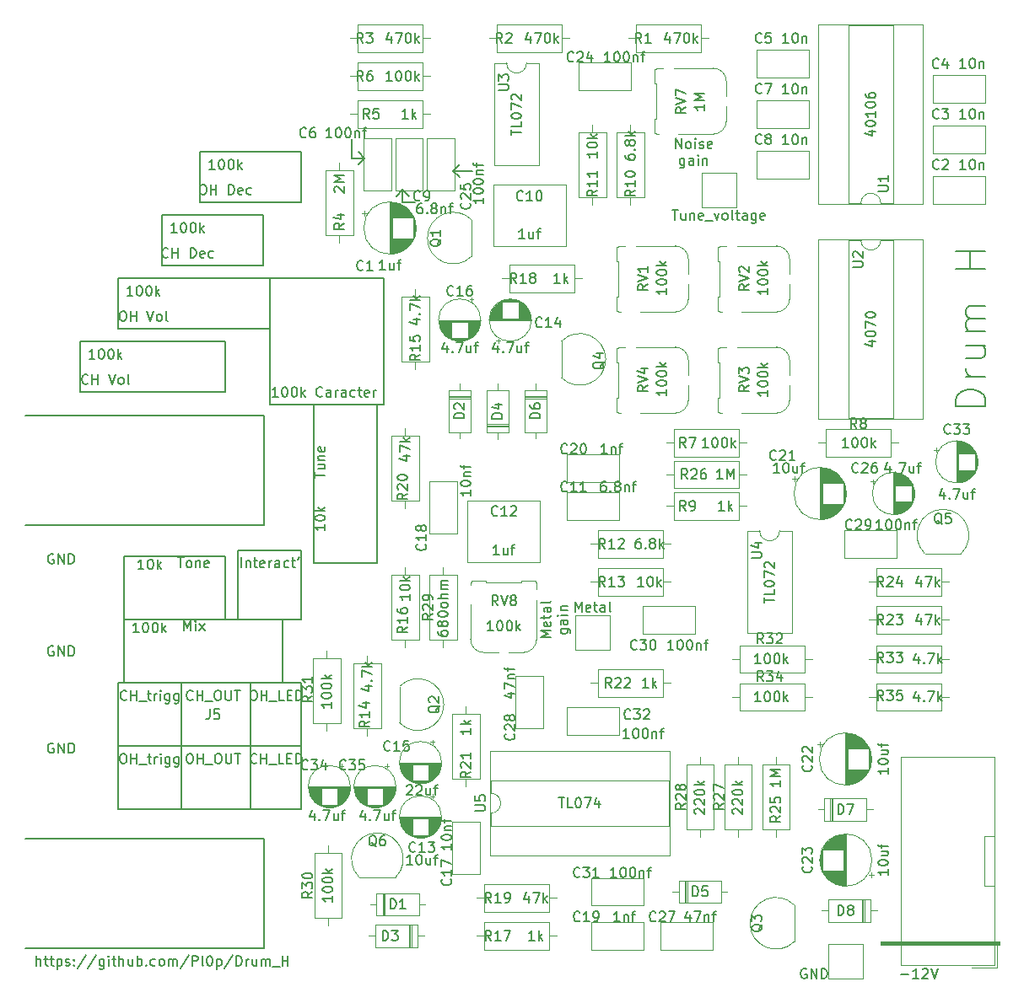
<source format=gto>
%TF.GenerationSoftware,KiCad,Pcbnew,5.1.5+dfsg1-2build2*%
%TF.CreationDate,2021-06-07T13:35:25+02:00*%
%TF.ProjectId,Drum_H_v2,4472756d-5f48-45f7-9632-2e6b69636164,rev?*%
%TF.SameCoordinates,Original*%
%TF.FileFunction,Legend,Top*%
%TF.FilePolarity,Positive*%
%FSLAX46Y46*%
G04 Gerber Fmt 4.6, Leading zero omitted, Abs format (unit mm)*
G04 Created by KiCad (PCBNEW 5.1.5+dfsg1-2build2) date 2021-06-07 13:35:25*
%MOMM*%
%LPD*%
G04 APERTURE LIST*
%ADD10C,0.150000*%
%ADD11C,0.120000*%
%ADD12C,0.100000*%
G04 APERTURE END LIST*
D10*
X175000000Y-125000000D02*
X151000000Y-125000000D01*
X175000000Y-136000000D02*
X151000000Y-136000000D01*
X175000000Y-125000000D02*
X175000000Y-136000000D01*
X175000000Y-93500000D02*
X151000000Y-93500000D01*
X175000000Y-82500000D02*
X175000000Y-93500000D01*
X151000000Y-82500000D02*
X175000000Y-82500000D01*
X247407142Y-81605714D02*
X244407142Y-81605714D01*
X244407142Y-80891428D01*
X244550000Y-80462857D01*
X244835714Y-80177142D01*
X245121428Y-80034285D01*
X245692857Y-79891428D01*
X246121428Y-79891428D01*
X246692857Y-80034285D01*
X246978571Y-80177142D01*
X247264285Y-80462857D01*
X247407142Y-80891428D01*
X247407142Y-81605714D01*
X247407142Y-78605714D02*
X245407142Y-78605714D01*
X245978571Y-78605714D02*
X245692857Y-78462857D01*
X245550000Y-78320000D01*
X245407142Y-78034285D01*
X245407142Y-77748571D01*
X245407142Y-75462857D02*
X247407142Y-75462857D01*
X245407142Y-76748571D02*
X246978571Y-76748571D01*
X247264285Y-76605714D01*
X247407142Y-76320000D01*
X247407142Y-75891428D01*
X247264285Y-75605714D01*
X247121428Y-75462857D01*
X247407142Y-74034285D02*
X245407142Y-74034285D01*
X245692857Y-74034285D02*
X245550000Y-73891428D01*
X245407142Y-73605714D01*
X245407142Y-73177142D01*
X245550000Y-72891428D01*
X245835714Y-72748571D01*
X247407142Y-72748571D01*
X245835714Y-72748571D02*
X245550000Y-72605714D01*
X245407142Y-72320000D01*
X245407142Y-71891428D01*
X245550000Y-71605714D01*
X245835714Y-71462857D01*
X247407142Y-71462857D01*
X247407142Y-67748571D02*
X244407142Y-67748571D01*
X245835714Y-67748571D02*
X245835714Y-66034285D01*
X247407142Y-66034285D02*
X244407142Y-66034285D01*
X152150952Y-137772380D02*
X152150952Y-136772380D01*
X152579523Y-137772380D02*
X152579523Y-137248571D01*
X152531904Y-137153333D01*
X152436666Y-137105714D01*
X152293809Y-137105714D01*
X152198571Y-137153333D01*
X152150952Y-137200952D01*
X152912857Y-137105714D02*
X153293809Y-137105714D01*
X153055714Y-136772380D02*
X153055714Y-137629523D01*
X153103333Y-137724761D01*
X153198571Y-137772380D01*
X153293809Y-137772380D01*
X153484285Y-137105714D02*
X153865238Y-137105714D01*
X153627142Y-136772380D02*
X153627142Y-137629523D01*
X153674761Y-137724761D01*
X153770000Y-137772380D01*
X153865238Y-137772380D01*
X154198571Y-137105714D02*
X154198571Y-138105714D01*
X154198571Y-137153333D02*
X154293809Y-137105714D01*
X154484285Y-137105714D01*
X154579523Y-137153333D01*
X154627142Y-137200952D01*
X154674761Y-137296190D01*
X154674761Y-137581904D01*
X154627142Y-137677142D01*
X154579523Y-137724761D01*
X154484285Y-137772380D01*
X154293809Y-137772380D01*
X154198571Y-137724761D01*
X155055714Y-137724761D02*
X155150952Y-137772380D01*
X155341428Y-137772380D01*
X155436666Y-137724761D01*
X155484285Y-137629523D01*
X155484285Y-137581904D01*
X155436666Y-137486666D01*
X155341428Y-137439047D01*
X155198571Y-137439047D01*
X155103333Y-137391428D01*
X155055714Y-137296190D01*
X155055714Y-137248571D01*
X155103333Y-137153333D01*
X155198571Y-137105714D01*
X155341428Y-137105714D01*
X155436666Y-137153333D01*
X155912857Y-137677142D02*
X155960476Y-137724761D01*
X155912857Y-137772380D01*
X155865238Y-137724761D01*
X155912857Y-137677142D01*
X155912857Y-137772380D01*
X155912857Y-137153333D02*
X155960476Y-137200952D01*
X155912857Y-137248571D01*
X155865238Y-137200952D01*
X155912857Y-137153333D01*
X155912857Y-137248571D01*
X157103333Y-136724761D02*
X156246190Y-138010476D01*
X158150952Y-136724761D02*
X157293809Y-138010476D01*
X158912857Y-137105714D02*
X158912857Y-137915238D01*
X158865238Y-138010476D01*
X158817619Y-138058095D01*
X158722380Y-138105714D01*
X158579523Y-138105714D01*
X158484285Y-138058095D01*
X158912857Y-137724761D02*
X158817619Y-137772380D01*
X158627142Y-137772380D01*
X158531904Y-137724761D01*
X158484285Y-137677142D01*
X158436666Y-137581904D01*
X158436666Y-137296190D01*
X158484285Y-137200952D01*
X158531904Y-137153333D01*
X158627142Y-137105714D01*
X158817619Y-137105714D01*
X158912857Y-137153333D01*
X159389047Y-137772380D02*
X159389047Y-137105714D01*
X159389047Y-136772380D02*
X159341428Y-136820000D01*
X159389047Y-136867619D01*
X159436666Y-136820000D01*
X159389047Y-136772380D01*
X159389047Y-136867619D01*
X159722380Y-137105714D02*
X160103333Y-137105714D01*
X159865238Y-136772380D02*
X159865238Y-137629523D01*
X159912857Y-137724761D01*
X160008095Y-137772380D01*
X160103333Y-137772380D01*
X160436666Y-137772380D02*
X160436666Y-136772380D01*
X160865238Y-137772380D02*
X160865238Y-137248571D01*
X160817619Y-137153333D01*
X160722380Y-137105714D01*
X160579523Y-137105714D01*
X160484285Y-137153333D01*
X160436666Y-137200952D01*
X161770000Y-137105714D02*
X161770000Y-137772380D01*
X161341428Y-137105714D02*
X161341428Y-137629523D01*
X161389047Y-137724761D01*
X161484285Y-137772380D01*
X161627142Y-137772380D01*
X161722380Y-137724761D01*
X161770000Y-137677142D01*
X162246190Y-137772380D02*
X162246190Y-136772380D01*
X162246190Y-137153333D02*
X162341428Y-137105714D01*
X162531904Y-137105714D01*
X162627142Y-137153333D01*
X162674761Y-137200952D01*
X162722380Y-137296190D01*
X162722380Y-137581904D01*
X162674761Y-137677142D01*
X162627142Y-137724761D01*
X162531904Y-137772380D01*
X162341428Y-137772380D01*
X162246190Y-137724761D01*
X163150952Y-137677142D02*
X163198571Y-137724761D01*
X163150952Y-137772380D01*
X163103333Y-137724761D01*
X163150952Y-137677142D01*
X163150952Y-137772380D01*
X164055714Y-137724761D02*
X163960476Y-137772380D01*
X163770000Y-137772380D01*
X163674761Y-137724761D01*
X163627142Y-137677142D01*
X163579523Y-137581904D01*
X163579523Y-137296190D01*
X163627142Y-137200952D01*
X163674761Y-137153333D01*
X163770000Y-137105714D01*
X163960476Y-137105714D01*
X164055714Y-137153333D01*
X164627142Y-137772380D02*
X164531904Y-137724761D01*
X164484285Y-137677142D01*
X164436666Y-137581904D01*
X164436666Y-137296190D01*
X164484285Y-137200952D01*
X164531904Y-137153333D01*
X164627142Y-137105714D01*
X164770000Y-137105714D01*
X164865238Y-137153333D01*
X164912857Y-137200952D01*
X164960476Y-137296190D01*
X164960476Y-137581904D01*
X164912857Y-137677142D01*
X164865238Y-137724761D01*
X164770000Y-137772380D01*
X164627142Y-137772380D01*
X165389047Y-137772380D02*
X165389047Y-137105714D01*
X165389047Y-137200952D02*
X165436666Y-137153333D01*
X165531904Y-137105714D01*
X165674761Y-137105714D01*
X165770000Y-137153333D01*
X165817619Y-137248571D01*
X165817619Y-137772380D01*
X165817619Y-137248571D02*
X165865238Y-137153333D01*
X165960476Y-137105714D01*
X166103333Y-137105714D01*
X166198571Y-137153333D01*
X166246190Y-137248571D01*
X166246190Y-137772380D01*
X167436666Y-136724761D02*
X166579523Y-138010476D01*
X167770000Y-137772380D02*
X167770000Y-136772380D01*
X168150952Y-136772380D01*
X168246190Y-136820000D01*
X168293809Y-136867619D01*
X168341428Y-136962857D01*
X168341428Y-137105714D01*
X168293809Y-137200952D01*
X168246190Y-137248571D01*
X168150952Y-137296190D01*
X167770000Y-137296190D01*
X168912857Y-137772380D02*
X168817619Y-137724761D01*
X168770000Y-137629523D01*
X168770000Y-136772380D01*
X169484285Y-136772380D02*
X169579523Y-136772380D01*
X169674761Y-136820000D01*
X169722380Y-136867619D01*
X169770000Y-136962857D01*
X169817619Y-137153333D01*
X169817619Y-137391428D01*
X169770000Y-137581904D01*
X169722380Y-137677142D01*
X169674761Y-137724761D01*
X169579523Y-137772380D01*
X169484285Y-137772380D01*
X169389047Y-137724761D01*
X169341428Y-137677142D01*
X169293809Y-137581904D01*
X169246190Y-137391428D01*
X169246190Y-137153333D01*
X169293809Y-136962857D01*
X169341428Y-136867619D01*
X169389047Y-136820000D01*
X169484285Y-136772380D01*
X170246190Y-137105714D02*
X170246190Y-138105714D01*
X170246190Y-137153333D02*
X170341428Y-137105714D01*
X170531904Y-137105714D01*
X170627142Y-137153333D01*
X170674761Y-137200952D01*
X170722380Y-137296190D01*
X170722380Y-137581904D01*
X170674761Y-137677142D01*
X170627142Y-137724761D01*
X170531904Y-137772380D01*
X170341428Y-137772380D01*
X170246190Y-137724761D01*
X171865238Y-136724761D02*
X171008095Y-138010476D01*
X172198571Y-137772380D02*
X172198571Y-136772380D01*
X172436666Y-136772380D01*
X172579523Y-136820000D01*
X172674761Y-136915238D01*
X172722380Y-137010476D01*
X172770000Y-137200952D01*
X172770000Y-137343809D01*
X172722380Y-137534285D01*
X172674761Y-137629523D01*
X172579523Y-137724761D01*
X172436666Y-137772380D01*
X172198571Y-137772380D01*
X173198571Y-137772380D02*
X173198571Y-137105714D01*
X173198571Y-137296190D02*
X173246190Y-137200952D01*
X173293809Y-137153333D01*
X173389047Y-137105714D01*
X173484285Y-137105714D01*
X174246190Y-137105714D02*
X174246190Y-137772380D01*
X173817619Y-137105714D02*
X173817619Y-137629523D01*
X173865238Y-137724761D01*
X173960476Y-137772380D01*
X174103333Y-137772380D01*
X174198571Y-137724761D01*
X174246190Y-137677142D01*
X174722380Y-137772380D02*
X174722380Y-137105714D01*
X174722380Y-137200952D02*
X174770000Y-137153333D01*
X174865238Y-137105714D01*
X175008095Y-137105714D01*
X175103333Y-137153333D01*
X175150952Y-137248571D01*
X175150952Y-137772380D01*
X175150952Y-137248571D02*
X175198571Y-137153333D01*
X175293809Y-137105714D01*
X175436666Y-137105714D01*
X175531904Y-137153333D01*
X175579523Y-137248571D01*
X175579523Y-137772380D01*
X175817619Y-137867619D02*
X176579523Y-137867619D01*
X176817619Y-137772380D02*
X176817619Y-136772380D01*
X176817619Y-137248571D02*
X177389047Y-137248571D01*
X177389047Y-137772380D02*
X177389047Y-136772380D01*
X216300476Y-55667380D02*
X216300476Y-54667380D01*
X216871904Y-55667380D01*
X216871904Y-54667380D01*
X217490952Y-55667380D02*
X217395714Y-55619761D01*
X217348095Y-55572142D01*
X217300476Y-55476904D01*
X217300476Y-55191190D01*
X217348095Y-55095952D01*
X217395714Y-55048333D01*
X217490952Y-55000714D01*
X217633809Y-55000714D01*
X217729047Y-55048333D01*
X217776666Y-55095952D01*
X217824285Y-55191190D01*
X217824285Y-55476904D01*
X217776666Y-55572142D01*
X217729047Y-55619761D01*
X217633809Y-55667380D01*
X217490952Y-55667380D01*
X218252857Y-55667380D02*
X218252857Y-55000714D01*
X218252857Y-54667380D02*
X218205238Y-54715000D01*
X218252857Y-54762619D01*
X218300476Y-54715000D01*
X218252857Y-54667380D01*
X218252857Y-54762619D01*
X218681428Y-55619761D02*
X218776666Y-55667380D01*
X218967142Y-55667380D01*
X219062380Y-55619761D01*
X219110000Y-55524523D01*
X219110000Y-55476904D01*
X219062380Y-55381666D01*
X218967142Y-55334047D01*
X218824285Y-55334047D01*
X218729047Y-55286428D01*
X218681428Y-55191190D01*
X218681428Y-55143571D01*
X218729047Y-55048333D01*
X218824285Y-55000714D01*
X218967142Y-55000714D01*
X219062380Y-55048333D01*
X219919523Y-55619761D02*
X219824285Y-55667380D01*
X219633809Y-55667380D01*
X219538571Y-55619761D01*
X219490952Y-55524523D01*
X219490952Y-55143571D01*
X219538571Y-55048333D01*
X219633809Y-55000714D01*
X219824285Y-55000714D01*
X219919523Y-55048333D01*
X219967142Y-55143571D01*
X219967142Y-55238809D01*
X219490952Y-55334047D01*
X217181428Y-56650714D02*
X217181428Y-57460238D01*
X217133809Y-57555476D01*
X217086190Y-57603095D01*
X216990952Y-57650714D01*
X216848095Y-57650714D01*
X216752857Y-57603095D01*
X217181428Y-57269761D02*
X217086190Y-57317380D01*
X216895714Y-57317380D01*
X216800476Y-57269761D01*
X216752857Y-57222142D01*
X216705238Y-57126904D01*
X216705238Y-56841190D01*
X216752857Y-56745952D01*
X216800476Y-56698333D01*
X216895714Y-56650714D01*
X217086190Y-56650714D01*
X217181428Y-56698333D01*
X218086190Y-57317380D02*
X218086190Y-56793571D01*
X218038571Y-56698333D01*
X217943333Y-56650714D01*
X217752857Y-56650714D01*
X217657619Y-56698333D01*
X218086190Y-57269761D02*
X217990952Y-57317380D01*
X217752857Y-57317380D01*
X217657619Y-57269761D01*
X217610000Y-57174523D01*
X217610000Y-57079285D01*
X217657619Y-56984047D01*
X217752857Y-56936428D01*
X217990952Y-56936428D01*
X218086190Y-56888809D01*
X218562380Y-57317380D02*
X218562380Y-56650714D01*
X218562380Y-56317380D02*
X218514761Y-56365000D01*
X218562380Y-56412619D01*
X218610000Y-56365000D01*
X218562380Y-56317380D01*
X218562380Y-56412619D01*
X219038571Y-56650714D02*
X219038571Y-57317380D01*
X219038571Y-56745952D02*
X219086190Y-56698333D01*
X219181428Y-56650714D01*
X219324285Y-56650714D01*
X219419523Y-56698333D01*
X219467142Y-56793571D01*
X219467142Y-57317380D01*
X203767380Y-104791904D02*
X202767380Y-104791904D01*
X203481666Y-104458571D01*
X202767380Y-104125238D01*
X203767380Y-104125238D01*
X203719761Y-103268095D02*
X203767380Y-103363333D01*
X203767380Y-103553809D01*
X203719761Y-103649047D01*
X203624523Y-103696666D01*
X203243571Y-103696666D01*
X203148333Y-103649047D01*
X203100714Y-103553809D01*
X203100714Y-103363333D01*
X203148333Y-103268095D01*
X203243571Y-103220476D01*
X203338809Y-103220476D01*
X203434047Y-103696666D01*
X203100714Y-102934761D02*
X203100714Y-102553809D01*
X202767380Y-102791904D02*
X203624523Y-102791904D01*
X203719761Y-102744285D01*
X203767380Y-102649047D01*
X203767380Y-102553809D01*
X203767380Y-101791904D02*
X203243571Y-101791904D01*
X203148333Y-101839523D01*
X203100714Y-101934761D01*
X203100714Y-102125238D01*
X203148333Y-102220476D01*
X203719761Y-101791904D02*
X203767380Y-101887142D01*
X203767380Y-102125238D01*
X203719761Y-102220476D01*
X203624523Y-102268095D01*
X203529285Y-102268095D01*
X203434047Y-102220476D01*
X203386428Y-102125238D01*
X203386428Y-101887142D01*
X203338809Y-101791904D01*
X203767380Y-101172857D02*
X203719761Y-101268095D01*
X203624523Y-101315714D01*
X202767380Y-101315714D01*
X204750714Y-103958571D02*
X205560238Y-103958571D01*
X205655476Y-104006190D01*
X205703095Y-104053809D01*
X205750714Y-104149047D01*
X205750714Y-104291904D01*
X205703095Y-104387142D01*
X205369761Y-103958571D02*
X205417380Y-104053809D01*
X205417380Y-104244285D01*
X205369761Y-104339523D01*
X205322142Y-104387142D01*
X205226904Y-104434761D01*
X204941190Y-104434761D01*
X204845952Y-104387142D01*
X204798333Y-104339523D01*
X204750714Y-104244285D01*
X204750714Y-104053809D01*
X204798333Y-103958571D01*
X205417380Y-103053809D02*
X204893571Y-103053809D01*
X204798333Y-103101428D01*
X204750714Y-103196666D01*
X204750714Y-103387142D01*
X204798333Y-103482380D01*
X205369761Y-103053809D02*
X205417380Y-103149047D01*
X205417380Y-103387142D01*
X205369761Y-103482380D01*
X205274523Y-103530000D01*
X205179285Y-103530000D01*
X205084047Y-103482380D01*
X205036428Y-103387142D01*
X205036428Y-103149047D01*
X204988809Y-103053809D01*
X205417380Y-102577619D02*
X204750714Y-102577619D01*
X204417380Y-102577619D02*
X204465000Y-102625238D01*
X204512619Y-102577619D01*
X204465000Y-102530000D01*
X204417380Y-102577619D01*
X204512619Y-102577619D01*
X204750714Y-102101428D02*
X205417380Y-102101428D01*
X204845952Y-102101428D02*
X204798333Y-102053809D01*
X204750714Y-101958571D01*
X204750714Y-101815714D01*
X204798333Y-101720476D01*
X204893571Y-101672857D01*
X205417380Y-101672857D01*
X173660000Y-115730000D02*
X178740000Y-115730000D01*
X178740000Y-122080000D02*
X173660000Y-122080000D01*
X178740000Y-109380000D02*
X178740000Y-122080000D01*
X176835000Y-109380000D02*
X178740000Y-109380000D01*
X160325000Y-122080000D02*
X166675000Y-122080000D01*
X160325000Y-109380000D02*
X160325000Y-122080000D01*
X160960000Y-109380000D02*
X160325000Y-109380000D01*
X173660000Y-115730000D02*
X160325000Y-115730000D01*
X173660000Y-122080000D02*
X173660000Y-109380000D01*
X166675000Y-122080000D02*
X173660000Y-122080000D01*
X166675000Y-109380000D02*
X166675000Y-122080000D01*
X172390000Y-103030000D02*
X171120000Y-103030000D01*
X176835000Y-109380000D02*
X176835000Y-103030000D01*
X160960000Y-109380000D02*
X176835000Y-109380000D01*
X160960000Y-103030000D02*
X160960000Y-109380000D01*
X171120000Y-103030000D02*
X160960000Y-103030000D01*
X171120000Y-96680000D02*
X171120000Y-103030000D01*
X160960000Y-96680000D02*
X171120000Y-96680000D01*
X160960000Y-103030000D02*
X160960000Y-96680000D01*
X178740000Y-103030000D02*
X172390000Y-103030000D01*
X178740000Y-96045000D02*
X178740000Y-103030000D01*
X172390000Y-96045000D02*
X178740000Y-96045000D01*
X172390000Y-103030000D02*
X172390000Y-96045000D01*
X180010000Y-97315000D02*
X180010000Y-81440000D01*
X186360000Y-97315000D02*
X180010000Y-97315000D01*
X186360000Y-81440000D02*
X186360000Y-97315000D01*
X186995000Y-81440000D02*
X175565000Y-81440000D01*
X186995000Y-68740000D02*
X186995000Y-81440000D01*
X175565000Y-68740000D02*
X186995000Y-68740000D01*
X175565000Y-81440000D02*
X175565000Y-68740000D01*
X174930000Y-67470000D02*
X164770000Y-67470000D01*
X174930000Y-62390000D02*
X164770000Y-62390000D01*
X178740000Y-61120000D02*
X175565000Y-61120000D01*
X178740000Y-56040000D02*
X178740000Y-61120000D01*
X168580000Y-56040000D02*
X178740000Y-56040000D01*
X168580000Y-61120000D02*
X168580000Y-56040000D01*
X164770000Y-62390000D02*
X164770000Y-67470000D01*
X175565000Y-61120000D02*
X168580000Y-61120000D01*
X174930000Y-67470000D02*
X174930000Y-62390000D01*
X175565000Y-73820000D02*
X160325000Y-73820000D01*
X175565000Y-68740000D02*
X175565000Y-73820000D01*
X160325000Y-68740000D02*
X175565000Y-68740000D01*
X160325000Y-73820000D02*
X160325000Y-68740000D01*
X156515000Y-75090000D02*
X156515000Y-80170000D01*
X171120000Y-75090000D02*
X156515000Y-75090000D01*
X171120000Y-80170000D02*
X171120000Y-75090000D01*
X156515000Y-80170000D02*
X171120000Y-80170000D01*
X188900000Y-59850000D02*
X189535000Y-60485000D01*
X188265000Y-60485000D02*
X188900000Y-59850000D01*
X188900000Y-59850000D02*
X188265000Y-60485000D01*
X188900000Y-61120000D02*
X188900000Y-59850000D01*
X190170000Y-61120000D02*
X188900000Y-61120000D01*
X185090000Y-56675000D02*
X184455000Y-57310000D01*
X184455000Y-56040000D02*
X185090000Y-56675000D01*
X185090000Y-56675000D02*
X184455000Y-56040000D01*
X183820000Y-56675000D02*
X185090000Y-56675000D01*
X183820000Y-54770000D02*
X183820000Y-56675000D01*
X194615000Y-57310000D02*
X193980000Y-57945000D01*
X193980000Y-57945000D02*
X194615000Y-58580000D01*
X195885000Y-57945000D02*
X193980000Y-57945000D01*
D11*
%TO.C,R28*%
X218745000Y-116770000D02*
X218745000Y-117540000D01*
X218745000Y-124850000D02*
X218745000Y-124080000D01*
X217375000Y-117540000D02*
X217375000Y-124080000D01*
X220115000Y-117540000D02*
X217375000Y-117540000D01*
X220115000Y-124080000D02*
X220115000Y-117540000D01*
X217375000Y-124080000D02*
X220115000Y-124080000D01*
%TO.C,R30*%
X181407000Y-133740000D02*
X181407000Y-132970000D01*
X181407000Y-125660000D02*
X181407000Y-126430000D01*
X182777000Y-132970000D02*
X182777000Y-126430000D01*
X180037000Y-132970000D02*
X182777000Y-132970000D01*
X180037000Y-126430000D02*
X180037000Y-132970000D01*
X182777000Y-126430000D02*
X180037000Y-126430000D01*
%TO.C,R14*%
X185344000Y-106610000D02*
X185344000Y-107380000D01*
X185344000Y-114690000D02*
X185344000Y-113920000D01*
X183974000Y-107380000D02*
X183974000Y-113920000D01*
X186714000Y-107380000D02*
X183974000Y-107380000D01*
X186714000Y-113920000D02*
X186714000Y-107380000D01*
X183974000Y-113920000D02*
X186714000Y-113920000D01*
%TO.C,R35*%
X243740000Y-110777000D02*
X242970000Y-110777000D01*
X235660000Y-110777000D02*
X236430000Y-110777000D01*
X242970000Y-109407000D02*
X236430000Y-109407000D01*
X242970000Y-112147000D02*
X242970000Y-109407000D01*
X236430000Y-112147000D02*
X242970000Y-112147000D01*
X236430000Y-109407000D02*
X236430000Y-112147000D01*
%TO.C,R34*%
X230024000Y-110777000D02*
X229254000Y-110777000D01*
X221944000Y-110777000D02*
X222714000Y-110777000D01*
X229254000Y-109407000D02*
X222714000Y-109407000D01*
X229254000Y-112147000D02*
X229254000Y-109407000D01*
X222714000Y-112147000D02*
X229254000Y-112147000D01*
X222714000Y-109407000D02*
X222714000Y-112147000D01*
%TO.C,R33*%
X243740000Y-106967000D02*
X242970000Y-106967000D01*
X235660000Y-106967000D02*
X236430000Y-106967000D01*
X242970000Y-105597000D02*
X236430000Y-105597000D01*
X242970000Y-108337000D02*
X242970000Y-105597000D01*
X236430000Y-108337000D02*
X242970000Y-108337000D01*
X236430000Y-105597000D02*
X236430000Y-108337000D01*
%TO.C,R32*%
X230024000Y-106967000D02*
X229254000Y-106967000D01*
X221944000Y-106967000D02*
X222714000Y-106967000D01*
X229254000Y-105597000D02*
X222714000Y-105597000D01*
X229254000Y-108337000D02*
X229254000Y-105597000D01*
X222714000Y-108337000D02*
X229254000Y-108337000D01*
X222714000Y-105597000D02*
X222714000Y-108337000D01*
%TO.C,R29*%
X189154000Y-105800000D02*
X189154000Y-105030000D01*
X189154000Y-97720000D02*
X189154000Y-98490000D01*
X190524000Y-105030000D02*
X190524000Y-98490000D01*
X187784000Y-105030000D02*
X190524000Y-105030000D01*
X187784000Y-98490000D02*
X187784000Y-105030000D01*
X190524000Y-98490000D02*
X187784000Y-98490000D01*
%TO.C,R24*%
X243740000Y-99220000D02*
X242970000Y-99220000D01*
X235660000Y-99220000D02*
X236430000Y-99220000D01*
X242970000Y-97850000D02*
X236430000Y-97850000D01*
X242970000Y-100590000D02*
X242970000Y-97850000D01*
X236430000Y-100590000D02*
X242970000Y-100590000D01*
X236430000Y-97850000D02*
X236430000Y-100590000D01*
%TO.C,R12*%
X207720000Y-95410000D02*
X208490000Y-95410000D01*
X215800000Y-95410000D02*
X215030000Y-95410000D01*
X208490000Y-96780000D02*
X215030000Y-96780000D01*
X208490000Y-94040000D02*
X208490000Y-96780000D01*
X215030000Y-94040000D02*
X208490000Y-94040000D01*
X215030000Y-96780000D02*
X215030000Y-94040000D01*
%TO.C,R8*%
X230580000Y-85250000D02*
X231350000Y-85250000D01*
X238660000Y-85250000D02*
X237890000Y-85250000D01*
X231350000Y-86620000D02*
X237890000Y-86620000D01*
X231350000Y-83880000D02*
X231350000Y-86620000D01*
X237890000Y-83880000D02*
X231350000Y-83880000D01*
X237890000Y-86620000D02*
X237890000Y-83880000D01*
%TO.C,R13*%
X207720000Y-99220000D02*
X208490000Y-99220000D01*
X215800000Y-99220000D02*
X215030000Y-99220000D01*
X208490000Y-100590000D02*
X215030000Y-100590000D01*
X208490000Y-97850000D02*
X208490000Y-100590000D01*
X215030000Y-97850000D02*
X208490000Y-97850000D01*
X215030000Y-100590000D02*
X215030000Y-97850000D01*
%TO.C,R9*%
X223420000Y-91600000D02*
X222650000Y-91600000D01*
X215340000Y-91600000D02*
X216110000Y-91600000D01*
X222650000Y-90230000D02*
X216110000Y-90230000D01*
X222650000Y-92970000D02*
X222650000Y-90230000D01*
X216110000Y-92970000D02*
X222650000Y-92970000D01*
X216110000Y-90230000D02*
X216110000Y-92970000D01*
%TO.C,R23*%
X235660000Y-103030000D02*
X236430000Y-103030000D01*
X243740000Y-103030000D02*
X242970000Y-103030000D01*
X236430000Y-104400000D02*
X242970000Y-104400000D01*
X236430000Y-101660000D02*
X236430000Y-104400000D01*
X242970000Y-101660000D02*
X236430000Y-101660000D01*
X242970000Y-104400000D02*
X242970000Y-101660000D01*
%TO.C,R7*%
X223420000Y-85250000D02*
X222650000Y-85250000D01*
X215340000Y-85250000D02*
X216110000Y-85250000D01*
X222650000Y-83880000D02*
X216110000Y-83880000D01*
X222650000Y-86620000D02*
X222650000Y-83880000D01*
X216110000Y-86620000D02*
X222650000Y-86620000D01*
X216110000Y-83880000D02*
X216110000Y-86620000D01*
%TO.C,R18*%
X206910000Y-68740000D02*
X206140000Y-68740000D01*
X198830000Y-68740000D02*
X199600000Y-68740000D01*
X206140000Y-67370000D02*
X199600000Y-67370000D01*
X206140000Y-70110000D02*
X206140000Y-67370000D01*
X199600000Y-70110000D02*
X206140000Y-70110000D01*
X199600000Y-67370000D02*
X199600000Y-70110000D01*
%TO.C,R15*%
X190170000Y-69780000D02*
X190170000Y-70550000D01*
X190170000Y-77860000D02*
X190170000Y-77090000D01*
X188800000Y-70550000D02*
X188800000Y-77090000D01*
X191540000Y-70550000D02*
X188800000Y-70550000D01*
X191540000Y-77090000D02*
X191540000Y-70550000D01*
X188800000Y-77090000D02*
X191540000Y-77090000D01*
%TO.C,R20*%
X189154000Y-91830000D02*
X189154000Y-91060000D01*
X189154000Y-83750000D02*
X189154000Y-84520000D01*
X190524000Y-91060000D02*
X190524000Y-84520000D01*
X187784000Y-91060000D02*
X190524000Y-91060000D01*
X187784000Y-84520000D02*
X187784000Y-91060000D01*
X190524000Y-84520000D02*
X187784000Y-84520000D01*
%TO.C,R26*%
X215340000Y-88425000D02*
X216110000Y-88425000D01*
X223420000Y-88425000D02*
X222650000Y-88425000D01*
X216110000Y-89795000D02*
X222650000Y-89795000D01*
X216110000Y-87055000D02*
X216110000Y-89795000D01*
X222650000Y-87055000D02*
X216110000Y-87055000D01*
X222650000Y-89795000D02*
X222650000Y-87055000D01*
%TO.C,R31*%
X181280000Y-106102000D02*
X181280000Y-106872000D01*
X181280000Y-114182000D02*
X181280000Y-113412000D01*
X179910000Y-106872000D02*
X179910000Y-113412000D01*
X182650000Y-106872000D02*
X179910000Y-106872000D01*
X182650000Y-113412000D02*
X182650000Y-106872000D01*
X179910000Y-113412000D02*
X182650000Y-113412000D01*
%TO.C,R22*%
X207720000Y-109380000D02*
X208490000Y-109380000D01*
X215800000Y-109380000D02*
X215030000Y-109380000D01*
X208490000Y-110750000D02*
X215030000Y-110750000D01*
X208490000Y-108010000D02*
X208490000Y-110750000D01*
X215030000Y-108010000D02*
X208490000Y-108010000D01*
X215030000Y-110750000D02*
X215030000Y-108010000D01*
%TO.C,R16*%
X192964000Y-97720000D02*
X192964000Y-98490000D01*
X192964000Y-105800000D02*
X192964000Y-105030000D01*
X191594000Y-98490000D02*
X191594000Y-105030000D01*
X194334000Y-98490000D02*
X191594000Y-98490000D01*
X194334000Y-105030000D02*
X194334000Y-98490000D01*
X191594000Y-105030000D02*
X194334000Y-105030000D01*
%TO.C,R3*%
X183590000Y-44610000D02*
X184360000Y-44610000D01*
X191670000Y-44610000D02*
X190900000Y-44610000D01*
X184360000Y-45980000D02*
X190900000Y-45980000D01*
X184360000Y-43240000D02*
X184360000Y-45980000D01*
X190900000Y-43240000D02*
X184360000Y-43240000D01*
X190900000Y-45980000D02*
X190900000Y-43240000D01*
%TO.C,R10*%
X211760000Y-53270000D02*
X211760000Y-54040000D01*
X211760000Y-61350000D02*
X211760000Y-60580000D01*
X210390000Y-54040000D02*
X210390000Y-60580000D01*
X213130000Y-54040000D02*
X210390000Y-54040000D01*
X213130000Y-60580000D02*
X213130000Y-54040000D01*
X210390000Y-60580000D02*
X213130000Y-60580000D01*
%TO.C,R4*%
X182550000Y-57080000D02*
X182550000Y-57850000D01*
X182550000Y-65160000D02*
X182550000Y-64390000D01*
X181180000Y-57850000D02*
X181180000Y-64390000D01*
X183920000Y-57850000D02*
X181180000Y-57850000D01*
X183920000Y-64390000D02*
X183920000Y-57850000D01*
X181180000Y-64390000D02*
X183920000Y-64390000D01*
%TO.C,R11*%
X207950000Y-61350000D02*
X207950000Y-60580000D01*
X207950000Y-53270000D02*
X207950000Y-54040000D01*
X209320000Y-60580000D02*
X209320000Y-54040000D01*
X206580000Y-60580000D02*
X209320000Y-60580000D01*
X206580000Y-54040000D02*
X206580000Y-60580000D01*
X209320000Y-54040000D02*
X206580000Y-54040000D01*
%TO.C,R5*%
X191670000Y-52230000D02*
X190900000Y-52230000D01*
X183590000Y-52230000D02*
X184360000Y-52230000D01*
X190900000Y-50860000D02*
X184360000Y-50860000D01*
X190900000Y-53600000D02*
X190900000Y-50860000D01*
X184360000Y-53600000D02*
X190900000Y-53600000D01*
X184360000Y-50860000D02*
X184360000Y-53600000D01*
%TO.C,R2*%
X205640000Y-44610000D02*
X204870000Y-44610000D01*
X197560000Y-44610000D02*
X198330000Y-44610000D01*
X204870000Y-43240000D02*
X198330000Y-43240000D01*
X204870000Y-45980000D02*
X204870000Y-43240000D01*
X198330000Y-45980000D02*
X204870000Y-45980000D01*
X198330000Y-43240000D02*
X198330000Y-45980000D01*
%TO.C,R17*%
X196290000Y-134780000D02*
X197060000Y-134780000D01*
X204370000Y-134780000D02*
X203600000Y-134780000D01*
X197060000Y-136150000D02*
X203600000Y-136150000D01*
X197060000Y-133410000D02*
X197060000Y-136150000D01*
X203600000Y-133410000D02*
X197060000Y-133410000D01*
X203600000Y-136150000D02*
X203600000Y-133410000D01*
%TO.C,R1*%
X219610000Y-44610000D02*
X218840000Y-44610000D01*
X211530000Y-44610000D02*
X212300000Y-44610000D01*
X218840000Y-43240000D02*
X212300000Y-43240000D01*
X218840000Y-45980000D02*
X218840000Y-43240000D01*
X212300000Y-45980000D02*
X218840000Y-45980000D01*
X212300000Y-43240000D02*
X212300000Y-45980000D01*
%TO.C,R6*%
X183590000Y-48420000D02*
X184360000Y-48420000D01*
X191670000Y-48420000D02*
X190900000Y-48420000D01*
X184360000Y-49790000D02*
X190900000Y-49790000D01*
X184360000Y-47050000D02*
X184360000Y-49790000D01*
X190900000Y-47050000D02*
X184360000Y-47050000D01*
X190900000Y-49790000D02*
X190900000Y-47050000D01*
%TO.C,R19*%
X204370000Y-130970000D02*
X203600000Y-130970000D01*
X196290000Y-130970000D02*
X197060000Y-130970000D01*
X203600000Y-129600000D02*
X197060000Y-129600000D01*
X203600000Y-132340000D02*
X203600000Y-129600000D01*
X197060000Y-132340000D02*
X203600000Y-132340000D01*
X197060000Y-129600000D02*
X197060000Y-132340000D01*
%TO.C,R25*%
X226365000Y-124850000D02*
X226365000Y-124080000D01*
X226365000Y-116770000D02*
X226365000Y-117540000D01*
X227735000Y-124080000D02*
X227735000Y-117540000D01*
X224995000Y-124080000D02*
X227735000Y-124080000D01*
X224995000Y-117540000D02*
X224995000Y-124080000D01*
X227735000Y-117540000D02*
X224995000Y-117540000D01*
%TO.C,R21*%
X195250000Y-119770000D02*
X195250000Y-119000000D01*
X195250000Y-111690000D02*
X195250000Y-112460000D01*
X196620000Y-119000000D02*
X196620000Y-112460000D01*
X193880000Y-119000000D02*
X196620000Y-119000000D01*
X193880000Y-112460000D02*
X193880000Y-119000000D01*
X196620000Y-112460000D02*
X193880000Y-112460000D01*
%TO.C,R27*%
X222555000Y-116770000D02*
X222555000Y-117540000D01*
X222555000Y-124850000D02*
X222555000Y-124080000D01*
X221185000Y-117540000D02*
X221185000Y-124080000D01*
X223925000Y-117540000D02*
X221185000Y-117540000D01*
X223925000Y-124080000D02*
X223925000Y-117540000D01*
X221185000Y-124080000D02*
X223925000Y-124080000D01*
%TO.C,RV8*%
X195810000Y-99080000D02*
X197230000Y-99080000D01*
X197230000Y-99280000D02*
X200810000Y-99280000D01*
X200810000Y-99280000D02*
X200810000Y-99080000D01*
X200810000Y-99080000D02*
X202230000Y-99080000D01*
X202230000Y-99080000D02*
X202230000Y-99280000D01*
X198510000Y-106300000D02*
X197020000Y-106300000D01*
X195710000Y-104990000D02*
X195710000Y-101450000D01*
X202330000Y-101010000D02*
X202330000Y-104990000D01*
X201020000Y-106300000D02*
X199530000Y-106300000D01*
X197020000Y-106300000D02*
G75*
G02X195710000Y-104990000I0J1310000D01*
G01*
X202330000Y-104990000D02*
G75*
G02X201020000Y-106300000I-1310000J0D01*
G01*
X197230000Y-99280000D02*
X197230000Y-99080000D01*
X195810000Y-99080000D02*
X195810000Y-99280000D01*
X195810000Y-99280000D02*
X195710000Y-99280000D01*
X195710000Y-99280000D02*
X195710000Y-99530000D01*
X202230000Y-99280000D02*
X202330000Y-99280000D01*
X202330000Y-99280000D02*
X202330000Y-99970000D01*
%TO.C,Q5*%
X244967478Y-96359478D02*
G75*
G03X243129000Y-91921000I-1838478J1838478D01*
G01*
X241290522Y-96359478D02*
G75*
G02X243129000Y-91921000I1838478J1838478D01*
G01*
X241329000Y-96371000D02*
X244929000Y-96371000D01*
%TO.C,Q6*%
X188198478Y-128871478D02*
G75*
G03X186360000Y-124433000I-1838478J1838478D01*
G01*
X184521522Y-128871478D02*
G75*
G02X186360000Y-124433000I1838478J1838478D01*
G01*
X184560000Y-128883000D02*
X188160000Y-128883000D01*
%TO.C,Q4*%
X204841522Y-78706478D02*
G75*
G03X209280000Y-76868000I1838478J1838478D01*
G01*
X204841522Y-75029522D02*
G75*
G02X209280000Y-76868000I1838478J-1838478D01*
G01*
X204830000Y-75068000D02*
X204830000Y-78668000D01*
%TO.C,Q3*%
X228203478Y-131671522D02*
G75*
G03X223765000Y-133510000I-1838478J-1838478D01*
G01*
X228203478Y-135348478D02*
G75*
G02X223765000Y-133510000I-1838478J1838478D01*
G01*
X228215000Y-135310000D02*
X228215000Y-131710000D01*
%TO.C,Q1*%
X195818478Y-62837522D02*
G75*
G03X191380000Y-64676000I-1838478J-1838478D01*
G01*
X195818478Y-66514478D02*
G75*
G02X191380000Y-64676000I-1838478J1838478D01*
G01*
X195830000Y-66476000D02*
X195830000Y-62876000D01*
%TO.C,C34*%
X182929000Y-117708199D02*
X182529000Y-117708199D01*
X182729000Y-117508199D02*
X182729000Y-117908199D01*
X181904000Y-121859000D02*
X181164000Y-121859000D01*
X182071000Y-121819000D02*
X180997000Y-121819000D01*
X182198000Y-121779000D02*
X180870000Y-121779000D01*
X182302000Y-121739000D02*
X180766000Y-121739000D01*
X182393000Y-121699000D02*
X180675000Y-121699000D01*
X182474000Y-121659000D02*
X180594000Y-121659000D01*
X182547000Y-121619000D02*
X180521000Y-121619000D01*
X180694000Y-121579000D02*
X180454000Y-121579000D01*
X182614000Y-121579000D02*
X182374000Y-121579000D01*
X180694000Y-121539000D02*
X180392000Y-121539000D01*
X182676000Y-121539000D02*
X182374000Y-121539000D01*
X180694000Y-121499000D02*
X180334000Y-121499000D01*
X182734000Y-121499000D02*
X182374000Y-121499000D01*
X180694000Y-121459000D02*
X180280000Y-121459000D01*
X182788000Y-121459000D02*
X182374000Y-121459000D01*
X180694000Y-121419000D02*
X180230000Y-121419000D01*
X182838000Y-121419000D02*
X182374000Y-121419000D01*
X180694000Y-121379000D02*
X180183000Y-121379000D01*
X182885000Y-121379000D02*
X182374000Y-121379000D01*
X180694000Y-121339000D02*
X180138000Y-121339000D01*
X182930000Y-121339000D02*
X182374000Y-121339000D01*
X180694000Y-121299000D02*
X180096000Y-121299000D01*
X182972000Y-121299000D02*
X182374000Y-121299000D01*
X180694000Y-121259000D02*
X180056000Y-121259000D01*
X183012000Y-121259000D02*
X182374000Y-121259000D01*
X180694000Y-121219000D02*
X180018000Y-121219000D01*
X183050000Y-121219000D02*
X182374000Y-121219000D01*
X180694000Y-121179000D02*
X179982000Y-121179000D01*
X183086000Y-121179000D02*
X182374000Y-121179000D01*
X180694000Y-121139000D02*
X179947000Y-121139000D01*
X183121000Y-121139000D02*
X182374000Y-121139000D01*
X180694000Y-121099000D02*
X179915000Y-121099000D01*
X183153000Y-121099000D02*
X182374000Y-121099000D01*
X180694000Y-121059000D02*
X179884000Y-121059000D01*
X183184000Y-121059000D02*
X182374000Y-121059000D01*
X180694000Y-121019000D02*
X179854000Y-121019000D01*
X183214000Y-121019000D02*
X182374000Y-121019000D01*
X180694000Y-120979000D02*
X179826000Y-120979000D01*
X183242000Y-120979000D02*
X182374000Y-120979000D01*
X180694000Y-120939000D02*
X179799000Y-120939000D01*
X183269000Y-120939000D02*
X182374000Y-120939000D01*
X180694000Y-120899000D02*
X179774000Y-120899000D01*
X183294000Y-120899000D02*
X182374000Y-120899000D01*
X180694000Y-120859000D02*
X179749000Y-120859000D01*
X183319000Y-120859000D02*
X182374000Y-120859000D01*
X180694000Y-120819000D02*
X179726000Y-120819000D01*
X183342000Y-120819000D02*
X182374000Y-120819000D01*
X180694000Y-120779000D02*
X179704000Y-120779000D01*
X183364000Y-120779000D02*
X182374000Y-120779000D01*
X180694000Y-120739000D02*
X179683000Y-120739000D01*
X183385000Y-120739000D02*
X182374000Y-120739000D01*
X180694000Y-120699000D02*
X179664000Y-120699000D01*
X183404000Y-120699000D02*
X182374000Y-120699000D01*
X180694000Y-120659000D02*
X179645000Y-120659000D01*
X183423000Y-120659000D02*
X182374000Y-120659000D01*
X180694000Y-120619000D02*
X179627000Y-120619000D01*
X183441000Y-120619000D02*
X182374000Y-120619000D01*
X180694000Y-120579000D02*
X179610000Y-120579000D01*
X183458000Y-120579000D02*
X182374000Y-120579000D01*
X180694000Y-120539000D02*
X179594000Y-120539000D01*
X183474000Y-120539000D02*
X182374000Y-120539000D01*
X180694000Y-120499000D02*
X179580000Y-120499000D01*
X183488000Y-120499000D02*
X182374000Y-120499000D01*
X180694000Y-120458000D02*
X179566000Y-120458000D01*
X183502000Y-120458000D02*
X182374000Y-120458000D01*
X180694000Y-120418000D02*
X179552000Y-120418000D01*
X183516000Y-120418000D02*
X182374000Y-120418000D01*
X180694000Y-120378000D02*
X179540000Y-120378000D01*
X183528000Y-120378000D02*
X182374000Y-120378000D01*
X180694000Y-120338000D02*
X179529000Y-120338000D01*
X183539000Y-120338000D02*
X182374000Y-120338000D01*
X180694000Y-120298000D02*
X179518000Y-120298000D01*
X183550000Y-120298000D02*
X182374000Y-120298000D01*
X180694000Y-120258000D02*
X179509000Y-120258000D01*
X183559000Y-120258000D02*
X182374000Y-120258000D01*
X180694000Y-120218000D02*
X179500000Y-120218000D01*
X183568000Y-120218000D02*
X182374000Y-120218000D01*
X180694000Y-120178000D02*
X179492000Y-120178000D01*
X183576000Y-120178000D02*
X182374000Y-120178000D01*
X180694000Y-120138000D02*
X179484000Y-120138000D01*
X183584000Y-120138000D02*
X182374000Y-120138000D01*
X180694000Y-120098000D02*
X179478000Y-120098000D01*
X183590000Y-120098000D02*
X182374000Y-120098000D01*
X180694000Y-120058000D02*
X179472000Y-120058000D01*
X183596000Y-120058000D02*
X182374000Y-120058000D01*
X180694000Y-120018000D02*
X179467000Y-120018000D01*
X183601000Y-120018000D02*
X182374000Y-120018000D01*
X180694000Y-119978000D02*
X179463000Y-119978000D01*
X183605000Y-119978000D02*
X182374000Y-119978000D01*
X183608000Y-119938000D02*
X179460000Y-119938000D01*
X183611000Y-119898000D02*
X179457000Y-119898000D01*
X183613000Y-119858000D02*
X179455000Y-119858000D01*
X183614000Y-119818000D02*
X179454000Y-119818000D01*
X183614000Y-119778000D02*
X179454000Y-119778000D01*
X183654000Y-119778000D02*
G75*
G03X183654000Y-119778000I-2120000J0D01*
G01*
%TO.C,C13*%
X192073000Y-120756199D02*
X191673000Y-120756199D01*
X191873000Y-120556199D02*
X191873000Y-120956199D01*
X191048000Y-124907000D02*
X190308000Y-124907000D01*
X191215000Y-124867000D02*
X190141000Y-124867000D01*
X191342000Y-124827000D02*
X190014000Y-124827000D01*
X191446000Y-124787000D02*
X189910000Y-124787000D01*
X191537000Y-124747000D02*
X189819000Y-124747000D01*
X191618000Y-124707000D02*
X189738000Y-124707000D01*
X191691000Y-124667000D02*
X189665000Y-124667000D01*
X189838000Y-124627000D02*
X189598000Y-124627000D01*
X191758000Y-124627000D02*
X191518000Y-124627000D01*
X189838000Y-124587000D02*
X189536000Y-124587000D01*
X191820000Y-124587000D02*
X191518000Y-124587000D01*
X189838000Y-124547000D02*
X189478000Y-124547000D01*
X191878000Y-124547000D02*
X191518000Y-124547000D01*
X189838000Y-124507000D02*
X189424000Y-124507000D01*
X191932000Y-124507000D02*
X191518000Y-124507000D01*
X189838000Y-124467000D02*
X189374000Y-124467000D01*
X191982000Y-124467000D02*
X191518000Y-124467000D01*
X189838000Y-124427000D02*
X189327000Y-124427000D01*
X192029000Y-124427000D02*
X191518000Y-124427000D01*
X189838000Y-124387000D02*
X189282000Y-124387000D01*
X192074000Y-124387000D02*
X191518000Y-124387000D01*
X189838000Y-124347000D02*
X189240000Y-124347000D01*
X192116000Y-124347000D02*
X191518000Y-124347000D01*
X189838000Y-124307000D02*
X189200000Y-124307000D01*
X192156000Y-124307000D02*
X191518000Y-124307000D01*
X189838000Y-124267000D02*
X189162000Y-124267000D01*
X192194000Y-124267000D02*
X191518000Y-124267000D01*
X189838000Y-124227000D02*
X189126000Y-124227000D01*
X192230000Y-124227000D02*
X191518000Y-124227000D01*
X189838000Y-124187000D02*
X189091000Y-124187000D01*
X192265000Y-124187000D02*
X191518000Y-124187000D01*
X189838000Y-124147000D02*
X189059000Y-124147000D01*
X192297000Y-124147000D02*
X191518000Y-124147000D01*
X189838000Y-124107000D02*
X189028000Y-124107000D01*
X192328000Y-124107000D02*
X191518000Y-124107000D01*
X189838000Y-124067000D02*
X188998000Y-124067000D01*
X192358000Y-124067000D02*
X191518000Y-124067000D01*
X189838000Y-124027000D02*
X188970000Y-124027000D01*
X192386000Y-124027000D02*
X191518000Y-124027000D01*
X189838000Y-123987000D02*
X188943000Y-123987000D01*
X192413000Y-123987000D02*
X191518000Y-123987000D01*
X189838000Y-123947000D02*
X188918000Y-123947000D01*
X192438000Y-123947000D02*
X191518000Y-123947000D01*
X189838000Y-123907000D02*
X188893000Y-123907000D01*
X192463000Y-123907000D02*
X191518000Y-123907000D01*
X189838000Y-123867000D02*
X188870000Y-123867000D01*
X192486000Y-123867000D02*
X191518000Y-123867000D01*
X189838000Y-123827000D02*
X188848000Y-123827000D01*
X192508000Y-123827000D02*
X191518000Y-123827000D01*
X189838000Y-123787000D02*
X188827000Y-123787000D01*
X192529000Y-123787000D02*
X191518000Y-123787000D01*
X189838000Y-123747000D02*
X188808000Y-123747000D01*
X192548000Y-123747000D02*
X191518000Y-123747000D01*
X189838000Y-123707000D02*
X188789000Y-123707000D01*
X192567000Y-123707000D02*
X191518000Y-123707000D01*
X189838000Y-123667000D02*
X188771000Y-123667000D01*
X192585000Y-123667000D02*
X191518000Y-123667000D01*
X189838000Y-123627000D02*
X188754000Y-123627000D01*
X192602000Y-123627000D02*
X191518000Y-123627000D01*
X189838000Y-123587000D02*
X188738000Y-123587000D01*
X192618000Y-123587000D02*
X191518000Y-123587000D01*
X189838000Y-123547000D02*
X188724000Y-123547000D01*
X192632000Y-123547000D02*
X191518000Y-123547000D01*
X189838000Y-123506000D02*
X188710000Y-123506000D01*
X192646000Y-123506000D02*
X191518000Y-123506000D01*
X189838000Y-123466000D02*
X188696000Y-123466000D01*
X192660000Y-123466000D02*
X191518000Y-123466000D01*
X189838000Y-123426000D02*
X188684000Y-123426000D01*
X192672000Y-123426000D02*
X191518000Y-123426000D01*
X189838000Y-123386000D02*
X188673000Y-123386000D01*
X192683000Y-123386000D02*
X191518000Y-123386000D01*
X189838000Y-123346000D02*
X188662000Y-123346000D01*
X192694000Y-123346000D02*
X191518000Y-123346000D01*
X189838000Y-123306000D02*
X188653000Y-123306000D01*
X192703000Y-123306000D02*
X191518000Y-123306000D01*
X189838000Y-123266000D02*
X188644000Y-123266000D01*
X192712000Y-123266000D02*
X191518000Y-123266000D01*
X189838000Y-123226000D02*
X188636000Y-123226000D01*
X192720000Y-123226000D02*
X191518000Y-123226000D01*
X189838000Y-123186000D02*
X188628000Y-123186000D01*
X192728000Y-123186000D02*
X191518000Y-123186000D01*
X189838000Y-123146000D02*
X188622000Y-123146000D01*
X192734000Y-123146000D02*
X191518000Y-123146000D01*
X189838000Y-123106000D02*
X188616000Y-123106000D01*
X192740000Y-123106000D02*
X191518000Y-123106000D01*
X189838000Y-123066000D02*
X188611000Y-123066000D01*
X192745000Y-123066000D02*
X191518000Y-123066000D01*
X189838000Y-123026000D02*
X188607000Y-123026000D01*
X192749000Y-123026000D02*
X191518000Y-123026000D01*
X192752000Y-122986000D02*
X188604000Y-122986000D01*
X192755000Y-122946000D02*
X188601000Y-122946000D01*
X192757000Y-122906000D02*
X188599000Y-122906000D01*
X192758000Y-122866000D02*
X188598000Y-122866000D01*
X192758000Y-122826000D02*
X188598000Y-122826000D01*
X192798000Y-122826000D02*
G75*
G03X192798000Y-122826000I-2120000J0D01*
G01*
%TO.C,U4*%
X227980000Y-94080000D02*
X226730000Y-94080000D01*
X227980000Y-104360000D02*
X227980000Y-94080000D01*
X223480000Y-104360000D02*
X227980000Y-104360000D01*
X223480000Y-94080000D02*
X223480000Y-104360000D01*
X224730000Y-94080000D02*
X223480000Y-94080000D01*
X226730000Y-94080000D02*
G75*
G02X224730000Y-94080000I-1000000J0D01*
G01*
%TO.C,U2*%
X241140000Y-64810000D02*
X230640000Y-64810000D01*
X241140000Y-82830000D02*
X241140000Y-64810000D01*
X230640000Y-82830000D02*
X241140000Y-82830000D01*
X230640000Y-64810000D02*
X230640000Y-82830000D01*
X238140000Y-64870000D02*
X236890000Y-64870000D01*
X238140000Y-82770000D02*
X238140000Y-64870000D01*
X233640000Y-82770000D02*
X238140000Y-82770000D01*
X233640000Y-64870000D02*
X233640000Y-82770000D01*
X234890000Y-64870000D02*
X233640000Y-64870000D01*
X236890000Y-64870000D02*
G75*
G02X234890000Y-64870000I-1000000J0D01*
G01*
%TO.C,U1*%
X230640000Y-61240000D02*
X241140000Y-61240000D01*
X230640000Y-43220000D02*
X230640000Y-61240000D01*
X241140000Y-43220000D02*
X230640000Y-43220000D01*
X241140000Y-61240000D02*
X241140000Y-43220000D01*
X233640000Y-61180000D02*
X234890000Y-61180000D01*
X233640000Y-43280000D02*
X233640000Y-61180000D01*
X238140000Y-43280000D02*
X233640000Y-43280000D01*
X238140000Y-61180000D02*
X238140000Y-43280000D01*
X236890000Y-61180000D02*
X238140000Y-61180000D01*
X234890000Y-61180000D02*
G75*
G02X236890000Y-61180000I1000000J0D01*
G01*
%TO.C,U3*%
X202580000Y-47090000D02*
X201330000Y-47090000D01*
X202580000Y-57370000D02*
X202580000Y-47090000D01*
X198080000Y-57370000D02*
X202580000Y-57370000D01*
X198080000Y-47090000D02*
X198080000Y-57370000D01*
X199330000Y-47090000D02*
X198080000Y-47090000D01*
X201330000Y-47090000D02*
G75*
G02X199330000Y-47090000I-1000000J0D01*
G01*
%TO.C,U5*%
X197670000Y-116195000D02*
X197670000Y-126695000D01*
X215690000Y-116195000D02*
X197670000Y-116195000D01*
X215690000Y-126695000D02*
X215690000Y-116195000D01*
X197670000Y-126695000D02*
X215690000Y-126695000D01*
X197730000Y-119195000D02*
X197730000Y-120445000D01*
X215630000Y-119195000D02*
X197730000Y-119195000D01*
X215630000Y-123695000D02*
X215630000Y-119195000D01*
X197730000Y-123695000D02*
X215630000Y-123695000D01*
X197730000Y-122445000D02*
X197730000Y-123695000D01*
X197730000Y-120445000D02*
G75*
G02X197730000Y-122445000I0J-1000000D01*
G01*
%TO.C,TP2*%
X231650000Y-139020000D02*
X231650000Y-135620000D01*
X235050000Y-139020000D02*
X231650000Y-139020000D01*
X235050000Y-135620000D02*
X235050000Y-139020000D01*
X231650000Y-135620000D02*
X235050000Y-135620000D01*
%TO.C,TP3*%
X218950000Y-61550000D02*
X218950000Y-58150000D01*
X222350000Y-61550000D02*
X218950000Y-61550000D01*
X222350000Y-58150000D02*
X222350000Y-61550000D01*
X218950000Y-58150000D02*
X222350000Y-58150000D01*
%TO.C,TP1*%
X206250000Y-106000000D02*
X206250000Y-102600000D01*
X209650000Y-106000000D02*
X206250000Y-106000000D01*
X209650000Y-102600000D02*
X209650000Y-106000000D01*
X206250000Y-102600000D02*
X209650000Y-102600000D01*
%TO.C,RV4*%
X210350000Y-82150000D02*
X210350000Y-80730000D01*
X210550000Y-80730000D02*
X210550000Y-77150000D01*
X210550000Y-77150000D02*
X210350000Y-77150000D01*
X210350000Y-77150000D02*
X210350000Y-75730000D01*
X210350000Y-75730000D02*
X210550000Y-75730000D01*
X217570000Y-79450000D02*
X217570000Y-80940000D01*
X216260000Y-82250000D02*
X212720000Y-82250000D01*
X212280000Y-75630000D02*
X216260000Y-75630000D01*
X217570000Y-76940000D02*
X217570000Y-78430000D01*
X217570000Y-80940000D02*
G75*
G02X216260000Y-82250000I-1310000J0D01*
G01*
X216260000Y-75630000D02*
G75*
G02X217570000Y-76940000I0J-1310000D01*
G01*
X210550000Y-80730000D02*
X210350000Y-80730000D01*
X210350000Y-82150000D02*
X210550000Y-82150000D01*
X210550000Y-82150000D02*
X210550000Y-82250000D01*
X210550000Y-82250000D02*
X210800000Y-82250000D01*
X210550000Y-75730000D02*
X210550000Y-75630000D01*
X210550000Y-75630000D02*
X211240000Y-75630000D01*
%TO.C,RV3*%
X220510000Y-82150000D02*
X220510000Y-80730000D01*
X220710000Y-80730000D02*
X220710000Y-77150000D01*
X220710000Y-77150000D02*
X220510000Y-77150000D01*
X220510000Y-77150000D02*
X220510000Y-75730000D01*
X220510000Y-75730000D02*
X220710000Y-75730000D01*
X227730000Y-79450000D02*
X227730000Y-80940000D01*
X226420000Y-82250000D02*
X222880000Y-82250000D01*
X222440000Y-75630000D02*
X226420000Y-75630000D01*
X227730000Y-76940000D02*
X227730000Y-78430000D01*
X227730000Y-80940000D02*
G75*
G02X226420000Y-82250000I-1310000J0D01*
G01*
X226420000Y-75630000D02*
G75*
G02X227730000Y-76940000I0J-1310000D01*
G01*
X220710000Y-80730000D02*
X220510000Y-80730000D01*
X220510000Y-82150000D02*
X220710000Y-82150000D01*
X220710000Y-82150000D02*
X220710000Y-82250000D01*
X220710000Y-82250000D02*
X220960000Y-82250000D01*
X220710000Y-75730000D02*
X220710000Y-75630000D01*
X220710000Y-75630000D02*
X221400000Y-75630000D01*
%TO.C,RV2*%
X220510000Y-71990000D02*
X220510000Y-70570000D01*
X220710000Y-70570000D02*
X220710000Y-66990000D01*
X220710000Y-66990000D02*
X220510000Y-66990000D01*
X220510000Y-66990000D02*
X220510000Y-65570000D01*
X220510000Y-65570000D02*
X220710000Y-65570000D01*
X227730000Y-69290000D02*
X227730000Y-70780000D01*
X226420000Y-72090000D02*
X222880000Y-72090000D01*
X222440000Y-65470000D02*
X226420000Y-65470000D01*
X227730000Y-66780000D02*
X227730000Y-68270000D01*
X227730000Y-70780000D02*
G75*
G02X226420000Y-72090000I-1310000J0D01*
G01*
X226420000Y-65470000D02*
G75*
G02X227730000Y-66780000I0J-1310000D01*
G01*
X220710000Y-70570000D02*
X220510000Y-70570000D01*
X220510000Y-71990000D02*
X220710000Y-71990000D01*
X220710000Y-71990000D02*
X220710000Y-72090000D01*
X220710000Y-72090000D02*
X220960000Y-72090000D01*
X220710000Y-65570000D02*
X220710000Y-65470000D01*
X220710000Y-65470000D02*
X221400000Y-65470000D01*
%TO.C,RV1*%
X210350000Y-71990000D02*
X210350000Y-70570000D01*
X210550000Y-70570000D02*
X210550000Y-66990000D01*
X210550000Y-66990000D02*
X210350000Y-66990000D01*
X210350000Y-66990000D02*
X210350000Y-65570000D01*
X210350000Y-65570000D02*
X210550000Y-65570000D01*
X217570000Y-69290000D02*
X217570000Y-70780000D01*
X216260000Y-72090000D02*
X212720000Y-72090000D01*
X212280000Y-65470000D02*
X216260000Y-65470000D01*
X217570000Y-66780000D02*
X217570000Y-68270000D01*
X217570000Y-70780000D02*
G75*
G02X216260000Y-72090000I-1310000J0D01*
G01*
X216260000Y-65470000D02*
G75*
G02X217570000Y-66780000I0J-1310000D01*
G01*
X210550000Y-70570000D02*
X210350000Y-70570000D01*
X210350000Y-71990000D02*
X210550000Y-71990000D01*
X210550000Y-71990000D02*
X210550000Y-72090000D01*
X210550000Y-72090000D02*
X210800000Y-72090000D01*
X210550000Y-65570000D02*
X210550000Y-65470000D01*
X210550000Y-65470000D02*
X211240000Y-65470000D01*
%TO.C,RV7*%
X214160000Y-54130000D02*
X214160000Y-52710000D01*
X214360000Y-52710000D02*
X214360000Y-49130000D01*
X214360000Y-49130000D02*
X214160000Y-49130000D01*
X214160000Y-49130000D02*
X214160000Y-47710000D01*
X214160000Y-47710000D02*
X214360000Y-47710000D01*
X221380000Y-51430000D02*
X221380000Y-52920000D01*
X220070000Y-54230000D02*
X216530000Y-54230000D01*
X216090000Y-47610000D02*
X220070000Y-47610000D01*
X221380000Y-48920000D02*
X221380000Y-50410000D01*
X221380000Y-52920000D02*
G75*
G02X220070000Y-54230000I-1310000J0D01*
G01*
X220070000Y-47610000D02*
G75*
G02X221380000Y-48920000I0J-1310000D01*
G01*
X214360000Y-52710000D02*
X214160000Y-52710000D01*
X214160000Y-54130000D02*
X214360000Y-54130000D01*
X214360000Y-54130000D02*
X214360000Y-54230000D01*
X214360000Y-54230000D02*
X214610000Y-54230000D01*
X214360000Y-47710000D02*
X214360000Y-47610000D01*
X214360000Y-47610000D02*
X215050000Y-47610000D01*
%TO.C,Q2*%
X188585522Y-113377478D02*
G75*
G03X193024000Y-111539000I1838478J1838478D01*
G01*
X188585522Y-109700522D02*
G75*
G02X193024000Y-111539000I1838478J-1838478D01*
G01*
X188574000Y-109739000D02*
X188574000Y-113339000D01*
%TO.C,J3*%
X247280000Y-129740000D02*
X248280000Y-129740000D01*
X247280000Y-124740000D02*
X247280000Y-129740000D01*
X248280000Y-124740000D02*
X247280000Y-124740000D01*
D12*
G36*
X236880000Y-135340000D02*
G01*
X248780000Y-135340000D01*
X248780000Y-135640000D01*
X236880000Y-135640000D01*
X236880000Y-135340000D01*
G37*
X236880000Y-135340000D02*
X248780000Y-135340000D01*
X248780000Y-135640000D01*
X236880000Y-135640000D01*
X236880000Y-135340000D01*
D11*
X248535000Y-137940000D02*
X245995000Y-137940000D01*
X248535000Y-137940000D02*
X248535000Y-135400000D01*
X248285000Y-137690000D02*
X238935000Y-137690000D01*
X248285000Y-116830000D02*
X248285000Y-137690000D01*
X238935000Y-116830000D02*
X248285000Y-116830000D01*
X238935000Y-137690000D02*
X238935000Y-116830000D01*
%TO.C,D8*%
X235251000Y-133360000D02*
X235251000Y-131120000D01*
X235011000Y-133360000D02*
X235011000Y-131120000D01*
X235131000Y-133360000D02*
X235131000Y-131120000D01*
X230961000Y-132240000D02*
X231611000Y-132240000D01*
X236501000Y-132240000D02*
X235851000Y-132240000D01*
X231611000Y-133360000D02*
X235851000Y-133360000D01*
X231611000Y-131120000D02*
X231611000Y-133360000D01*
X235851000Y-131120000D02*
X231611000Y-131120000D01*
X235851000Y-133360000D02*
X235851000Y-131120000D01*
%TO.C,D7*%
X231830000Y-120960000D02*
X231830000Y-123200000D01*
X232070000Y-120960000D02*
X232070000Y-123200000D01*
X231950000Y-120960000D02*
X231950000Y-123200000D01*
X236120000Y-122080000D02*
X235470000Y-122080000D01*
X230580000Y-122080000D02*
X231230000Y-122080000D01*
X235470000Y-120960000D02*
X231230000Y-120960000D01*
X235470000Y-123200000D02*
X235470000Y-120960000D01*
X231230000Y-123200000D02*
X235470000Y-123200000D01*
X231230000Y-120960000D02*
X231230000Y-123200000D01*
%TO.C,D2*%
X195735000Y-80540000D02*
X193495000Y-80540000D01*
X195735000Y-80780000D02*
X193495000Y-80780000D01*
X195735000Y-80660000D02*
X193495000Y-80660000D01*
X194615000Y-84830000D02*
X194615000Y-84180000D01*
X194615000Y-79290000D02*
X194615000Y-79940000D01*
X195735000Y-84180000D02*
X195735000Y-79940000D01*
X193495000Y-84180000D02*
X195735000Y-84180000D01*
X193495000Y-79940000D02*
X193495000Y-84180000D01*
X195735000Y-79940000D02*
X193495000Y-79940000D01*
%TO.C,D6*%
X203355000Y-80540000D02*
X201115000Y-80540000D01*
X203355000Y-80780000D02*
X201115000Y-80780000D01*
X203355000Y-80660000D02*
X201115000Y-80660000D01*
X202235000Y-84830000D02*
X202235000Y-84180000D01*
X202235000Y-79290000D02*
X202235000Y-79940000D01*
X203355000Y-84180000D02*
X203355000Y-79940000D01*
X201115000Y-84180000D02*
X203355000Y-84180000D01*
X201115000Y-79940000D02*
X201115000Y-84180000D01*
X203355000Y-79940000D02*
X201115000Y-79940000D01*
%TO.C,D4*%
X197305000Y-83610000D02*
X199545000Y-83610000D01*
X197305000Y-83370000D02*
X199545000Y-83370000D01*
X197305000Y-83490000D02*
X199545000Y-83490000D01*
X198425000Y-79320000D02*
X198425000Y-79970000D01*
X198425000Y-84860000D02*
X198425000Y-84210000D01*
X197305000Y-79970000D02*
X197305000Y-84210000D01*
X199545000Y-79970000D02*
X197305000Y-79970000D01*
X199545000Y-84210000D02*
X199545000Y-79970000D01*
X197305000Y-84210000D02*
X199545000Y-84210000D01*
%TO.C,D1*%
X186880000Y-130485000D02*
X186880000Y-132725000D01*
X187120000Y-130485000D02*
X187120000Y-132725000D01*
X187000000Y-130485000D02*
X187000000Y-132725000D01*
X191170000Y-131605000D02*
X190520000Y-131605000D01*
X185630000Y-131605000D02*
X186280000Y-131605000D01*
X190520000Y-130485000D02*
X186280000Y-130485000D01*
X190520000Y-132725000D02*
X190520000Y-130485000D01*
X186280000Y-132725000D02*
X190520000Y-132725000D01*
X186280000Y-130485000D02*
X186280000Y-132725000D01*
%TO.C,D5*%
X216610000Y-129215000D02*
X216610000Y-131455000D01*
X216610000Y-131455000D02*
X220850000Y-131455000D01*
X220850000Y-131455000D02*
X220850000Y-129215000D01*
X220850000Y-129215000D02*
X216610000Y-129215000D01*
X215960000Y-130335000D02*
X216610000Y-130335000D01*
X221500000Y-130335000D02*
X220850000Y-130335000D01*
X217330000Y-129215000D02*
X217330000Y-131455000D01*
X217450000Y-129215000D02*
X217450000Y-131455000D01*
X217210000Y-129215000D02*
X217210000Y-131455000D01*
%TO.C,D3*%
X189785000Y-135900000D02*
X189785000Y-133660000D01*
X189545000Y-135900000D02*
X189545000Y-133660000D01*
X189665000Y-135900000D02*
X189665000Y-133660000D01*
X185495000Y-134780000D02*
X186145000Y-134780000D01*
X191035000Y-134780000D02*
X190385000Y-134780000D01*
X186145000Y-135900000D02*
X190385000Y-135900000D01*
X186145000Y-133660000D02*
X186145000Y-135900000D01*
X190385000Y-133660000D02*
X186145000Y-133660000D01*
X190385000Y-135900000D02*
X190385000Y-133660000D01*
%TO.C,C32*%
X205350000Y-114560000D02*
X205350000Y-111820000D01*
X210590000Y-114560000D02*
X210590000Y-111820000D01*
X210590000Y-111820000D02*
X205350000Y-111820000D01*
X210590000Y-114560000D02*
X205350000Y-114560000D01*
%TO.C,C30*%
X218210000Y-101660000D02*
X218210000Y-104400000D01*
X212970000Y-101660000D02*
X212970000Y-104400000D01*
X212970000Y-104400000D02*
X218210000Y-104400000D01*
X212970000Y-101660000D02*
X218210000Y-101660000D01*
%TO.C,C25*%
X191340000Y-54670000D02*
X194080000Y-54670000D01*
X191340000Y-59910000D02*
X194080000Y-59910000D01*
X194080000Y-59910000D02*
X194080000Y-54670000D01*
X191340000Y-59910000D02*
X191340000Y-54670000D01*
%TO.C,C23*%
X235924775Y-128885000D02*
X235924775Y-128385000D01*
X236174775Y-128635000D02*
X235674775Y-128635000D01*
X230769000Y-127444000D02*
X230769000Y-126876000D01*
X230809000Y-127678000D02*
X230809000Y-126642000D01*
X230849000Y-127837000D02*
X230849000Y-126483000D01*
X230889000Y-127965000D02*
X230889000Y-126355000D01*
X230929000Y-128075000D02*
X230929000Y-126245000D01*
X230969000Y-128171000D02*
X230969000Y-126149000D01*
X231009000Y-128258000D02*
X231009000Y-126062000D01*
X231049000Y-128338000D02*
X231049000Y-125982000D01*
X231089000Y-126120000D02*
X231089000Y-125909000D01*
X231089000Y-128411000D02*
X231089000Y-128200000D01*
X231129000Y-126120000D02*
X231129000Y-125841000D01*
X231129000Y-128479000D02*
X231129000Y-128200000D01*
X231169000Y-126120000D02*
X231169000Y-125777000D01*
X231169000Y-128543000D02*
X231169000Y-128200000D01*
X231209000Y-126120000D02*
X231209000Y-125717000D01*
X231209000Y-128603000D02*
X231209000Y-128200000D01*
X231249000Y-126120000D02*
X231249000Y-125660000D01*
X231249000Y-128660000D02*
X231249000Y-128200000D01*
X231289000Y-126120000D02*
X231289000Y-125606000D01*
X231289000Y-128714000D02*
X231289000Y-128200000D01*
X231329000Y-126120000D02*
X231329000Y-125555000D01*
X231329000Y-128765000D02*
X231329000Y-128200000D01*
X231369000Y-126120000D02*
X231369000Y-125507000D01*
X231369000Y-128813000D02*
X231369000Y-128200000D01*
X231409000Y-126120000D02*
X231409000Y-125461000D01*
X231409000Y-128859000D02*
X231409000Y-128200000D01*
X231449000Y-126120000D02*
X231449000Y-125417000D01*
X231449000Y-128903000D02*
X231449000Y-128200000D01*
X231489000Y-126120000D02*
X231489000Y-125375000D01*
X231489000Y-128945000D02*
X231489000Y-128200000D01*
X231529000Y-126120000D02*
X231529000Y-125334000D01*
X231529000Y-128986000D02*
X231529000Y-128200000D01*
X231569000Y-126120000D02*
X231569000Y-125296000D01*
X231569000Y-129024000D02*
X231569000Y-128200000D01*
X231609000Y-126120000D02*
X231609000Y-125259000D01*
X231609000Y-129061000D02*
X231609000Y-128200000D01*
X231649000Y-126120000D02*
X231649000Y-125223000D01*
X231649000Y-129097000D02*
X231649000Y-128200000D01*
X231689000Y-126120000D02*
X231689000Y-125189000D01*
X231689000Y-129131000D02*
X231689000Y-128200000D01*
X231729000Y-126120000D02*
X231729000Y-125156000D01*
X231729000Y-129164000D02*
X231729000Y-128200000D01*
X231769000Y-126120000D02*
X231769000Y-125125000D01*
X231769000Y-129195000D02*
X231769000Y-128200000D01*
X231809000Y-126120000D02*
X231809000Y-125095000D01*
X231809000Y-129225000D02*
X231809000Y-128200000D01*
X231849000Y-126120000D02*
X231849000Y-125065000D01*
X231849000Y-129255000D02*
X231849000Y-128200000D01*
X231889000Y-126120000D02*
X231889000Y-125038000D01*
X231889000Y-129282000D02*
X231889000Y-128200000D01*
X231929000Y-126120000D02*
X231929000Y-125011000D01*
X231929000Y-129309000D02*
X231929000Y-128200000D01*
X231969000Y-126120000D02*
X231969000Y-124985000D01*
X231969000Y-129335000D02*
X231969000Y-128200000D01*
X232009000Y-126120000D02*
X232009000Y-124960000D01*
X232009000Y-129360000D02*
X232009000Y-128200000D01*
X232049000Y-126120000D02*
X232049000Y-124936000D01*
X232049000Y-129384000D02*
X232049000Y-128200000D01*
X232089000Y-126120000D02*
X232089000Y-124913000D01*
X232089000Y-129407000D02*
X232089000Y-128200000D01*
X232129000Y-126120000D02*
X232129000Y-124892000D01*
X232129000Y-129428000D02*
X232129000Y-128200000D01*
X232169000Y-126120000D02*
X232169000Y-124870000D01*
X232169000Y-129450000D02*
X232169000Y-128200000D01*
X232209000Y-126120000D02*
X232209000Y-124850000D01*
X232209000Y-129470000D02*
X232209000Y-128200000D01*
X232249000Y-126120000D02*
X232249000Y-124831000D01*
X232249000Y-129489000D02*
X232249000Y-128200000D01*
X232289000Y-126120000D02*
X232289000Y-124812000D01*
X232289000Y-129508000D02*
X232289000Y-128200000D01*
X232329000Y-126120000D02*
X232329000Y-124795000D01*
X232329000Y-129525000D02*
X232329000Y-128200000D01*
X232369000Y-126120000D02*
X232369000Y-124778000D01*
X232369000Y-129542000D02*
X232369000Y-128200000D01*
X232409000Y-126120000D02*
X232409000Y-124762000D01*
X232409000Y-129558000D02*
X232409000Y-128200000D01*
X232449000Y-126120000D02*
X232449000Y-124746000D01*
X232449000Y-129574000D02*
X232449000Y-128200000D01*
X232489000Y-126120000D02*
X232489000Y-124732000D01*
X232489000Y-129588000D02*
X232489000Y-128200000D01*
X232529000Y-126120000D02*
X232529000Y-124718000D01*
X232529000Y-129602000D02*
X232529000Y-128200000D01*
X232569000Y-126120000D02*
X232569000Y-124705000D01*
X232569000Y-129615000D02*
X232569000Y-128200000D01*
X232609000Y-126120000D02*
X232609000Y-124692000D01*
X232609000Y-129628000D02*
X232609000Y-128200000D01*
X232649000Y-126120000D02*
X232649000Y-124680000D01*
X232649000Y-129640000D02*
X232649000Y-128200000D01*
X232690000Y-126120000D02*
X232690000Y-124669000D01*
X232690000Y-129651000D02*
X232690000Y-128200000D01*
X232730000Y-126120000D02*
X232730000Y-124659000D01*
X232730000Y-129661000D02*
X232730000Y-128200000D01*
X232770000Y-126120000D02*
X232770000Y-124649000D01*
X232770000Y-129671000D02*
X232770000Y-128200000D01*
X232810000Y-126120000D02*
X232810000Y-124640000D01*
X232810000Y-129680000D02*
X232810000Y-128200000D01*
X232850000Y-126120000D02*
X232850000Y-124632000D01*
X232850000Y-129688000D02*
X232850000Y-128200000D01*
X232890000Y-126120000D02*
X232890000Y-124624000D01*
X232890000Y-129696000D02*
X232890000Y-128200000D01*
X232930000Y-126120000D02*
X232930000Y-124617000D01*
X232930000Y-129703000D02*
X232930000Y-128200000D01*
X232970000Y-126120000D02*
X232970000Y-124610000D01*
X232970000Y-129710000D02*
X232970000Y-128200000D01*
X233010000Y-126120000D02*
X233010000Y-124604000D01*
X233010000Y-129716000D02*
X233010000Y-128200000D01*
X233050000Y-126120000D02*
X233050000Y-124599000D01*
X233050000Y-129721000D02*
X233050000Y-128200000D01*
X233090000Y-126120000D02*
X233090000Y-124595000D01*
X233090000Y-129725000D02*
X233090000Y-128200000D01*
X233130000Y-126120000D02*
X233130000Y-124591000D01*
X233130000Y-129729000D02*
X233130000Y-128200000D01*
X233170000Y-129733000D02*
X233170000Y-124587000D01*
X233210000Y-129736000D02*
X233210000Y-124584000D01*
X233250000Y-129738000D02*
X233250000Y-124582000D01*
X233290000Y-129739000D02*
X233290000Y-124581000D01*
X233330000Y-129740000D02*
X233330000Y-124580000D01*
X233370000Y-129740000D02*
X233370000Y-124580000D01*
X235990000Y-127160000D02*
G75*
G03X235990000Y-127160000I-2620000J0D01*
G01*
%TO.C,C31*%
X213090000Y-128965000D02*
X213090000Y-131705000D01*
X207850000Y-128965000D02*
X207850000Y-131705000D01*
X207850000Y-131705000D02*
X213090000Y-131705000D01*
X207850000Y-128965000D02*
X213090000Y-128965000D01*
%TO.C,C29*%
X238490000Y-94040000D02*
X238490000Y-96780000D01*
X233250000Y-94040000D02*
X233250000Y-96780000D01*
X233250000Y-96780000D02*
X238490000Y-96780000D01*
X233250000Y-94040000D02*
X238490000Y-94040000D01*
%TO.C,C24*%
X211820000Y-47050000D02*
X211820000Y-49790000D01*
X206580000Y-47050000D02*
X206580000Y-49790000D01*
X206580000Y-49790000D02*
X211820000Y-49790000D01*
X206580000Y-47050000D02*
X211820000Y-47050000D01*
%TO.C,C22*%
X230775225Y-115275000D02*
X230775225Y-115775000D01*
X230525225Y-115525000D02*
X231025225Y-115525000D01*
X235931000Y-116716000D02*
X235931000Y-117284000D01*
X235891000Y-116482000D02*
X235891000Y-117518000D01*
X235851000Y-116323000D02*
X235851000Y-117677000D01*
X235811000Y-116195000D02*
X235811000Y-117805000D01*
X235771000Y-116085000D02*
X235771000Y-117915000D01*
X235731000Y-115989000D02*
X235731000Y-118011000D01*
X235691000Y-115902000D02*
X235691000Y-118098000D01*
X235651000Y-115822000D02*
X235651000Y-118178000D01*
X235611000Y-118040000D02*
X235611000Y-118251000D01*
X235611000Y-115749000D02*
X235611000Y-115960000D01*
X235571000Y-118040000D02*
X235571000Y-118319000D01*
X235571000Y-115681000D02*
X235571000Y-115960000D01*
X235531000Y-118040000D02*
X235531000Y-118383000D01*
X235531000Y-115617000D02*
X235531000Y-115960000D01*
X235491000Y-118040000D02*
X235491000Y-118443000D01*
X235491000Y-115557000D02*
X235491000Y-115960000D01*
X235451000Y-118040000D02*
X235451000Y-118500000D01*
X235451000Y-115500000D02*
X235451000Y-115960000D01*
X235411000Y-118040000D02*
X235411000Y-118554000D01*
X235411000Y-115446000D02*
X235411000Y-115960000D01*
X235371000Y-118040000D02*
X235371000Y-118605000D01*
X235371000Y-115395000D02*
X235371000Y-115960000D01*
X235331000Y-118040000D02*
X235331000Y-118653000D01*
X235331000Y-115347000D02*
X235331000Y-115960000D01*
X235291000Y-118040000D02*
X235291000Y-118699000D01*
X235291000Y-115301000D02*
X235291000Y-115960000D01*
X235251000Y-118040000D02*
X235251000Y-118743000D01*
X235251000Y-115257000D02*
X235251000Y-115960000D01*
X235211000Y-118040000D02*
X235211000Y-118785000D01*
X235211000Y-115215000D02*
X235211000Y-115960000D01*
X235171000Y-118040000D02*
X235171000Y-118826000D01*
X235171000Y-115174000D02*
X235171000Y-115960000D01*
X235131000Y-118040000D02*
X235131000Y-118864000D01*
X235131000Y-115136000D02*
X235131000Y-115960000D01*
X235091000Y-118040000D02*
X235091000Y-118901000D01*
X235091000Y-115099000D02*
X235091000Y-115960000D01*
X235051000Y-118040000D02*
X235051000Y-118937000D01*
X235051000Y-115063000D02*
X235051000Y-115960000D01*
X235011000Y-118040000D02*
X235011000Y-118971000D01*
X235011000Y-115029000D02*
X235011000Y-115960000D01*
X234971000Y-118040000D02*
X234971000Y-119004000D01*
X234971000Y-114996000D02*
X234971000Y-115960000D01*
X234931000Y-118040000D02*
X234931000Y-119035000D01*
X234931000Y-114965000D02*
X234931000Y-115960000D01*
X234891000Y-118040000D02*
X234891000Y-119065000D01*
X234891000Y-114935000D02*
X234891000Y-115960000D01*
X234851000Y-118040000D02*
X234851000Y-119095000D01*
X234851000Y-114905000D02*
X234851000Y-115960000D01*
X234811000Y-118040000D02*
X234811000Y-119122000D01*
X234811000Y-114878000D02*
X234811000Y-115960000D01*
X234771000Y-118040000D02*
X234771000Y-119149000D01*
X234771000Y-114851000D02*
X234771000Y-115960000D01*
X234731000Y-118040000D02*
X234731000Y-119175000D01*
X234731000Y-114825000D02*
X234731000Y-115960000D01*
X234691000Y-118040000D02*
X234691000Y-119200000D01*
X234691000Y-114800000D02*
X234691000Y-115960000D01*
X234651000Y-118040000D02*
X234651000Y-119224000D01*
X234651000Y-114776000D02*
X234651000Y-115960000D01*
X234611000Y-118040000D02*
X234611000Y-119247000D01*
X234611000Y-114753000D02*
X234611000Y-115960000D01*
X234571000Y-118040000D02*
X234571000Y-119268000D01*
X234571000Y-114732000D02*
X234571000Y-115960000D01*
X234531000Y-118040000D02*
X234531000Y-119290000D01*
X234531000Y-114710000D02*
X234531000Y-115960000D01*
X234491000Y-118040000D02*
X234491000Y-119310000D01*
X234491000Y-114690000D02*
X234491000Y-115960000D01*
X234451000Y-118040000D02*
X234451000Y-119329000D01*
X234451000Y-114671000D02*
X234451000Y-115960000D01*
X234411000Y-118040000D02*
X234411000Y-119348000D01*
X234411000Y-114652000D02*
X234411000Y-115960000D01*
X234371000Y-118040000D02*
X234371000Y-119365000D01*
X234371000Y-114635000D02*
X234371000Y-115960000D01*
X234331000Y-118040000D02*
X234331000Y-119382000D01*
X234331000Y-114618000D02*
X234331000Y-115960000D01*
X234291000Y-118040000D02*
X234291000Y-119398000D01*
X234291000Y-114602000D02*
X234291000Y-115960000D01*
X234251000Y-118040000D02*
X234251000Y-119414000D01*
X234251000Y-114586000D02*
X234251000Y-115960000D01*
X234211000Y-118040000D02*
X234211000Y-119428000D01*
X234211000Y-114572000D02*
X234211000Y-115960000D01*
X234171000Y-118040000D02*
X234171000Y-119442000D01*
X234171000Y-114558000D02*
X234171000Y-115960000D01*
X234131000Y-118040000D02*
X234131000Y-119455000D01*
X234131000Y-114545000D02*
X234131000Y-115960000D01*
X234091000Y-118040000D02*
X234091000Y-119468000D01*
X234091000Y-114532000D02*
X234091000Y-115960000D01*
X234051000Y-118040000D02*
X234051000Y-119480000D01*
X234051000Y-114520000D02*
X234051000Y-115960000D01*
X234010000Y-118040000D02*
X234010000Y-119491000D01*
X234010000Y-114509000D02*
X234010000Y-115960000D01*
X233970000Y-118040000D02*
X233970000Y-119501000D01*
X233970000Y-114499000D02*
X233970000Y-115960000D01*
X233930000Y-118040000D02*
X233930000Y-119511000D01*
X233930000Y-114489000D02*
X233930000Y-115960000D01*
X233890000Y-118040000D02*
X233890000Y-119520000D01*
X233890000Y-114480000D02*
X233890000Y-115960000D01*
X233850000Y-118040000D02*
X233850000Y-119528000D01*
X233850000Y-114472000D02*
X233850000Y-115960000D01*
X233810000Y-118040000D02*
X233810000Y-119536000D01*
X233810000Y-114464000D02*
X233810000Y-115960000D01*
X233770000Y-118040000D02*
X233770000Y-119543000D01*
X233770000Y-114457000D02*
X233770000Y-115960000D01*
X233730000Y-118040000D02*
X233730000Y-119550000D01*
X233730000Y-114450000D02*
X233730000Y-115960000D01*
X233690000Y-118040000D02*
X233690000Y-119556000D01*
X233690000Y-114444000D02*
X233690000Y-115960000D01*
X233650000Y-118040000D02*
X233650000Y-119561000D01*
X233650000Y-114439000D02*
X233650000Y-115960000D01*
X233610000Y-118040000D02*
X233610000Y-119565000D01*
X233610000Y-114435000D02*
X233610000Y-115960000D01*
X233570000Y-118040000D02*
X233570000Y-119569000D01*
X233570000Y-114431000D02*
X233570000Y-115960000D01*
X233530000Y-114427000D02*
X233530000Y-119573000D01*
X233490000Y-114424000D02*
X233490000Y-119576000D01*
X233450000Y-114422000D02*
X233450000Y-119578000D01*
X233410000Y-114421000D02*
X233410000Y-119579000D01*
X233370000Y-114420000D02*
X233370000Y-119580000D01*
X233330000Y-114420000D02*
X233330000Y-119580000D01*
X235950000Y-117000000D02*
G75*
G03X235950000Y-117000000I-2620000J0D01*
G01*
%TO.C,C5*%
X224400000Y-48520000D02*
X224400000Y-45780000D01*
X229640000Y-48520000D02*
X229640000Y-45780000D01*
X229640000Y-45780000D02*
X224400000Y-45780000D01*
X229640000Y-48520000D02*
X224400000Y-48520000D01*
%TO.C,C4*%
X247380000Y-48320000D02*
X247380000Y-51060000D01*
X242140000Y-48320000D02*
X242140000Y-51060000D01*
X242140000Y-51060000D02*
X247380000Y-51060000D01*
X242140000Y-48320000D02*
X247380000Y-48320000D01*
%TO.C,C8*%
X224400000Y-58680000D02*
X224400000Y-55940000D01*
X229640000Y-58680000D02*
X229640000Y-55940000D01*
X229640000Y-55940000D02*
X224400000Y-55940000D01*
X229640000Y-58680000D02*
X224400000Y-58680000D01*
%TO.C,C33*%
X242440199Y-85760000D02*
X242440199Y-86160000D01*
X242240199Y-85960000D02*
X242640199Y-85960000D01*
X246591000Y-86785000D02*
X246591000Y-87525000D01*
X246551000Y-86618000D02*
X246551000Y-87692000D01*
X246511000Y-86491000D02*
X246511000Y-87819000D01*
X246471000Y-86387000D02*
X246471000Y-87923000D01*
X246431000Y-86296000D02*
X246431000Y-88014000D01*
X246391000Y-86215000D02*
X246391000Y-88095000D01*
X246351000Y-86142000D02*
X246351000Y-88168000D01*
X246311000Y-87995000D02*
X246311000Y-88235000D01*
X246311000Y-86075000D02*
X246311000Y-86315000D01*
X246271000Y-87995000D02*
X246271000Y-88297000D01*
X246271000Y-86013000D02*
X246271000Y-86315000D01*
X246231000Y-87995000D02*
X246231000Y-88355000D01*
X246231000Y-85955000D02*
X246231000Y-86315000D01*
X246191000Y-87995000D02*
X246191000Y-88409000D01*
X246191000Y-85901000D02*
X246191000Y-86315000D01*
X246151000Y-87995000D02*
X246151000Y-88459000D01*
X246151000Y-85851000D02*
X246151000Y-86315000D01*
X246111000Y-87995000D02*
X246111000Y-88506000D01*
X246111000Y-85804000D02*
X246111000Y-86315000D01*
X246071000Y-87995000D02*
X246071000Y-88551000D01*
X246071000Y-85759000D02*
X246071000Y-86315000D01*
X246031000Y-87995000D02*
X246031000Y-88593000D01*
X246031000Y-85717000D02*
X246031000Y-86315000D01*
X245991000Y-87995000D02*
X245991000Y-88633000D01*
X245991000Y-85677000D02*
X245991000Y-86315000D01*
X245951000Y-87995000D02*
X245951000Y-88671000D01*
X245951000Y-85639000D02*
X245951000Y-86315000D01*
X245911000Y-87995000D02*
X245911000Y-88707000D01*
X245911000Y-85603000D02*
X245911000Y-86315000D01*
X245871000Y-87995000D02*
X245871000Y-88742000D01*
X245871000Y-85568000D02*
X245871000Y-86315000D01*
X245831000Y-87995000D02*
X245831000Y-88774000D01*
X245831000Y-85536000D02*
X245831000Y-86315000D01*
X245791000Y-87995000D02*
X245791000Y-88805000D01*
X245791000Y-85505000D02*
X245791000Y-86315000D01*
X245751000Y-87995000D02*
X245751000Y-88835000D01*
X245751000Y-85475000D02*
X245751000Y-86315000D01*
X245711000Y-87995000D02*
X245711000Y-88863000D01*
X245711000Y-85447000D02*
X245711000Y-86315000D01*
X245671000Y-87995000D02*
X245671000Y-88890000D01*
X245671000Y-85420000D02*
X245671000Y-86315000D01*
X245631000Y-87995000D02*
X245631000Y-88915000D01*
X245631000Y-85395000D02*
X245631000Y-86315000D01*
X245591000Y-87995000D02*
X245591000Y-88940000D01*
X245591000Y-85370000D02*
X245591000Y-86315000D01*
X245551000Y-87995000D02*
X245551000Y-88963000D01*
X245551000Y-85347000D02*
X245551000Y-86315000D01*
X245511000Y-87995000D02*
X245511000Y-88985000D01*
X245511000Y-85325000D02*
X245511000Y-86315000D01*
X245471000Y-87995000D02*
X245471000Y-89006000D01*
X245471000Y-85304000D02*
X245471000Y-86315000D01*
X245431000Y-87995000D02*
X245431000Y-89025000D01*
X245431000Y-85285000D02*
X245431000Y-86315000D01*
X245391000Y-87995000D02*
X245391000Y-89044000D01*
X245391000Y-85266000D02*
X245391000Y-86315000D01*
X245351000Y-87995000D02*
X245351000Y-89062000D01*
X245351000Y-85248000D02*
X245351000Y-86315000D01*
X245311000Y-87995000D02*
X245311000Y-89079000D01*
X245311000Y-85231000D02*
X245311000Y-86315000D01*
X245271000Y-87995000D02*
X245271000Y-89095000D01*
X245271000Y-85215000D02*
X245271000Y-86315000D01*
X245231000Y-87995000D02*
X245231000Y-89109000D01*
X245231000Y-85201000D02*
X245231000Y-86315000D01*
X245190000Y-87995000D02*
X245190000Y-89123000D01*
X245190000Y-85187000D02*
X245190000Y-86315000D01*
X245150000Y-87995000D02*
X245150000Y-89137000D01*
X245150000Y-85173000D02*
X245150000Y-86315000D01*
X245110000Y-87995000D02*
X245110000Y-89149000D01*
X245110000Y-85161000D02*
X245110000Y-86315000D01*
X245070000Y-87995000D02*
X245070000Y-89160000D01*
X245070000Y-85150000D02*
X245070000Y-86315000D01*
X245030000Y-87995000D02*
X245030000Y-89171000D01*
X245030000Y-85139000D02*
X245030000Y-86315000D01*
X244990000Y-87995000D02*
X244990000Y-89180000D01*
X244990000Y-85130000D02*
X244990000Y-86315000D01*
X244950000Y-87995000D02*
X244950000Y-89189000D01*
X244950000Y-85121000D02*
X244950000Y-86315000D01*
X244910000Y-87995000D02*
X244910000Y-89197000D01*
X244910000Y-85113000D02*
X244910000Y-86315000D01*
X244870000Y-87995000D02*
X244870000Y-89205000D01*
X244870000Y-85105000D02*
X244870000Y-86315000D01*
X244830000Y-87995000D02*
X244830000Y-89211000D01*
X244830000Y-85099000D02*
X244830000Y-86315000D01*
X244790000Y-87995000D02*
X244790000Y-89217000D01*
X244790000Y-85093000D02*
X244790000Y-86315000D01*
X244750000Y-87995000D02*
X244750000Y-89222000D01*
X244750000Y-85088000D02*
X244750000Y-86315000D01*
X244710000Y-87995000D02*
X244710000Y-89226000D01*
X244710000Y-85084000D02*
X244710000Y-86315000D01*
X244670000Y-85081000D02*
X244670000Y-89229000D01*
X244630000Y-85078000D02*
X244630000Y-89232000D01*
X244590000Y-85076000D02*
X244590000Y-89234000D01*
X244550000Y-85075000D02*
X244550000Y-89235000D01*
X244510000Y-85075000D02*
X244510000Y-89235000D01*
X246630000Y-87155000D02*
G75*
G03X246630000Y-87155000I-2120000J0D01*
G01*
%TO.C,C26*%
X236090199Y-88935000D02*
X236090199Y-89335000D01*
X235890199Y-89135000D02*
X236290199Y-89135000D01*
X240241000Y-89960000D02*
X240241000Y-90700000D01*
X240201000Y-89793000D02*
X240201000Y-90867000D01*
X240161000Y-89666000D02*
X240161000Y-90994000D01*
X240121000Y-89562000D02*
X240121000Y-91098000D01*
X240081000Y-89471000D02*
X240081000Y-91189000D01*
X240041000Y-89390000D02*
X240041000Y-91270000D01*
X240001000Y-89317000D02*
X240001000Y-91343000D01*
X239961000Y-91170000D02*
X239961000Y-91410000D01*
X239961000Y-89250000D02*
X239961000Y-89490000D01*
X239921000Y-91170000D02*
X239921000Y-91472000D01*
X239921000Y-89188000D02*
X239921000Y-89490000D01*
X239881000Y-91170000D02*
X239881000Y-91530000D01*
X239881000Y-89130000D02*
X239881000Y-89490000D01*
X239841000Y-91170000D02*
X239841000Y-91584000D01*
X239841000Y-89076000D02*
X239841000Y-89490000D01*
X239801000Y-91170000D02*
X239801000Y-91634000D01*
X239801000Y-89026000D02*
X239801000Y-89490000D01*
X239761000Y-91170000D02*
X239761000Y-91681000D01*
X239761000Y-88979000D02*
X239761000Y-89490000D01*
X239721000Y-91170000D02*
X239721000Y-91726000D01*
X239721000Y-88934000D02*
X239721000Y-89490000D01*
X239681000Y-91170000D02*
X239681000Y-91768000D01*
X239681000Y-88892000D02*
X239681000Y-89490000D01*
X239641000Y-91170000D02*
X239641000Y-91808000D01*
X239641000Y-88852000D02*
X239641000Y-89490000D01*
X239601000Y-91170000D02*
X239601000Y-91846000D01*
X239601000Y-88814000D02*
X239601000Y-89490000D01*
X239561000Y-91170000D02*
X239561000Y-91882000D01*
X239561000Y-88778000D02*
X239561000Y-89490000D01*
X239521000Y-91170000D02*
X239521000Y-91917000D01*
X239521000Y-88743000D02*
X239521000Y-89490000D01*
X239481000Y-91170000D02*
X239481000Y-91949000D01*
X239481000Y-88711000D02*
X239481000Y-89490000D01*
X239441000Y-91170000D02*
X239441000Y-91980000D01*
X239441000Y-88680000D02*
X239441000Y-89490000D01*
X239401000Y-91170000D02*
X239401000Y-92010000D01*
X239401000Y-88650000D02*
X239401000Y-89490000D01*
X239361000Y-91170000D02*
X239361000Y-92038000D01*
X239361000Y-88622000D02*
X239361000Y-89490000D01*
X239321000Y-91170000D02*
X239321000Y-92065000D01*
X239321000Y-88595000D02*
X239321000Y-89490000D01*
X239281000Y-91170000D02*
X239281000Y-92090000D01*
X239281000Y-88570000D02*
X239281000Y-89490000D01*
X239241000Y-91170000D02*
X239241000Y-92115000D01*
X239241000Y-88545000D02*
X239241000Y-89490000D01*
X239201000Y-91170000D02*
X239201000Y-92138000D01*
X239201000Y-88522000D02*
X239201000Y-89490000D01*
X239161000Y-91170000D02*
X239161000Y-92160000D01*
X239161000Y-88500000D02*
X239161000Y-89490000D01*
X239121000Y-91170000D02*
X239121000Y-92181000D01*
X239121000Y-88479000D02*
X239121000Y-89490000D01*
X239081000Y-91170000D02*
X239081000Y-92200000D01*
X239081000Y-88460000D02*
X239081000Y-89490000D01*
X239041000Y-91170000D02*
X239041000Y-92219000D01*
X239041000Y-88441000D02*
X239041000Y-89490000D01*
X239001000Y-91170000D02*
X239001000Y-92237000D01*
X239001000Y-88423000D02*
X239001000Y-89490000D01*
X238961000Y-91170000D02*
X238961000Y-92254000D01*
X238961000Y-88406000D02*
X238961000Y-89490000D01*
X238921000Y-91170000D02*
X238921000Y-92270000D01*
X238921000Y-88390000D02*
X238921000Y-89490000D01*
X238881000Y-91170000D02*
X238881000Y-92284000D01*
X238881000Y-88376000D02*
X238881000Y-89490000D01*
X238840000Y-91170000D02*
X238840000Y-92298000D01*
X238840000Y-88362000D02*
X238840000Y-89490000D01*
X238800000Y-91170000D02*
X238800000Y-92312000D01*
X238800000Y-88348000D02*
X238800000Y-89490000D01*
X238760000Y-91170000D02*
X238760000Y-92324000D01*
X238760000Y-88336000D02*
X238760000Y-89490000D01*
X238720000Y-91170000D02*
X238720000Y-92335000D01*
X238720000Y-88325000D02*
X238720000Y-89490000D01*
X238680000Y-91170000D02*
X238680000Y-92346000D01*
X238680000Y-88314000D02*
X238680000Y-89490000D01*
X238640000Y-91170000D02*
X238640000Y-92355000D01*
X238640000Y-88305000D02*
X238640000Y-89490000D01*
X238600000Y-91170000D02*
X238600000Y-92364000D01*
X238600000Y-88296000D02*
X238600000Y-89490000D01*
X238560000Y-91170000D02*
X238560000Y-92372000D01*
X238560000Y-88288000D02*
X238560000Y-89490000D01*
X238520000Y-91170000D02*
X238520000Y-92380000D01*
X238520000Y-88280000D02*
X238520000Y-89490000D01*
X238480000Y-91170000D02*
X238480000Y-92386000D01*
X238480000Y-88274000D02*
X238480000Y-89490000D01*
X238440000Y-91170000D02*
X238440000Y-92392000D01*
X238440000Y-88268000D02*
X238440000Y-89490000D01*
X238400000Y-91170000D02*
X238400000Y-92397000D01*
X238400000Y-88263000D02*
X238400000Y-89490000D01*
X238360000Y-91170000D02*
X238360000Y-92401000D01*
X238360000Y-88259000D02*
X238360000Y-89490000D01*
X238320000Y-88256000D02*
X238320000Y-92404000D01*
X238280000Y-88253000D02*
X238280000Y-92407000D01*
X238240000Y-88251000D02*
X238240000Y-92409000D01*
X238200000Y-88250000D02*
X238200000Y-92410000D01*
X238160000Y-88250000D02*
X238160000Y-92410000D01*
X240280000Y-90330000D02*
G75*
G03X240280000Y-90330000I-2120000J0D01*
G01*
%TO.C,C11*%
X205350000Y-92970000D02*
X205350000Y-90230000D01*
X210590000Y-92970000D02*
X210590000Y-90230000D01*
X210590000Y-90230000D02*
X205350000Y-90230000D01*
X210590000Y-92970000D02*
X205350000Y-92970000D01*
%TO.C,C21*%
X228235225Y-88605000D02*
X228235225Y-89105000D01*
X227985225Y-88855000D02*
X228485225Y-88855000D01*
X233391000Y-90046000D02*
X233391000Y-90614000D01*
X233351000Y-89812000D02*
X233351000Y-90848000D01*
X233311000Y-89653000D02*
X233311000Y-91007000D01*
X233271000Y-89525000D02*
X233271000Y-91135000D01*
X233231000Y-89415000D02*
X233231000Y-91245000D01*
X233191000Y-89319000D02*
X233191000Y-91341000D01*
X233151000Y-89232000D02*
X233151000Y-91428000D01*
X233111000Y-89152000D02*
X233111000Y-91508000D01*
X233071000Y-91370000D02*
X233071000Y-91581000D01*
X233071000Y-89079000D02*
X233071000Y-89290000D01*
X233031000Y-91370000D02*
X233031000Y-91649000D01*
X233031000Y-89011000D02*
X233031000Y-89290000D01*
X232991000Y-91370000D02*
X232991000Y-91713000D01*
X232991000Y-88947000D02*
X232991000Y-89290000D01*
X232951000Y-91370000D02*
X232951000Y-91773000D01*
X232951000Y-88887000D02*
X232951000Y-89290000D01*
X232911000Y-91370000D02*
X232911000Y-91830000D01*
X232911000Y-88830000D02*
X232911000Y-89290000D01*
X232871000Y-91370000D02*
X232871000Y-91884000D01*
X232871000Y-88776000D02*
X232871000Y-89290000D01*
X232831000Y-91370000D02*
X232831000Y-91935000D01*
X232831000Y-88725000D02*
X232831000Y-89290000D01*
X232791000Y-91370000D02*
X232791000Y-91983000D01*
X232791000Y-88677000D02*
X232791000Y-89290000D01*
X232751000Y-91370000D02*
X232751000Y-92029000D01*
X232751000Y-88631000D02*
X232751000Y-89290000D01*
X232711000Y-91370000D02*
X232711000Y-92073000D01*
X232711000Y-88587000D02*
X232711000Y-89290000D01*
X232671000Y-91370000D02*
X232671000Y-92115000D01*
X232671000Y-88545000D02*
X232671000Y-89290000D01*
X232631000Y-91370000D02*
X232631000Y-92156000D01*
X232631000Y-88504000D02*
X232631000Y-89290000D01*
X232591000Y-91370000D02*
X232591000Y-92194000D01*
X232591000Y-88466000D02*
X232591000Y-89290000D01*
X232551000Y-91370000D02*
X232551000Y-92231000D01*
X232551000Y-88429000D02*
X232551000Y-89290000D01*
X232511000Y-91370000D02*
X232511000Y-92267000D01*
X232511000Y-88393000D02*
X232511000Y-89290000D01*
X232471000Y-91370000D02*
X232471000Y-92301000D01*
X232471000Y-88359000D02*
X232471000Y-89290000D01*
X232431000Y-91370000D02*
X232431000Y-92334000D01*
X232431000Y-88326000D02*
X232431000Y-89290000D01*
X232391000Y-91370000D02*
X232391000Y-92365000D01*
X232391000Y-88295000D02*
X232391000Y-89290000D01*
X232351000Y-91370000D02*
X232351000Y-92395000D01*
X232351000Y-88265000D02*
X232351000Y-89290000D01*
X232311000Y-91370000D02*
X232311000Y-92425000D01*
X232311000Y-88235000D02*
X232311000Y-89290000D01*
X232271000Y-91370000D02*
X232271000Y-92452000D01*
X232271000Y-88208000D02*
X232271000Y-89290000D01*
X232231000Y-91370000D02*
X232231000Y-92479000D01*
X232231000Y-88181000D02*
X232231000Y-89290000D01*
X232191000Y-91370000D02*
X232191000Y-92505000D01*
X232191000Y-88155000D02*
X232191000Y-89290000D01*
X232151000Y-91370000D02*
X232151000Y-92530000D01*
X232151000Y-88130000D02*
X232151000Y-89290000D01*
X232111000Y-91370000D02*
X232111000Y-92554000D01*
X232111000Y-88106000D02*
X232111000Y-89290000D01*
X232071000Y-91370000D02*
X232071000Y-92577000D01*
X232071000Y-88083000D02*
X232071000Y-89290000D01*
X232031000Y-91370000D02*
X232031000Y-92598000D01*
X232031000Y-88062000D02*
X232031000Y-89290000D01*
X231991000Y-91370000D02*
X231991000Y-92620000D01*
X231991000Y-88040000D02*
X231991000Y-89290000D01*
X231951000Y-91370000D02*
X231951000Y-92640000D01*
X231951000Y-88020000D02*
X231951000Y-89290000D01*
X231911000Y-91370000D02*
X231911000Y-92659000D01*
X231911000Y-88001000D02*
X231911000Y-89290000D01*
X231871000Y-91370000D02*
X231871000Y-92678000D01*
X231871000Y-87982000D02*
X231871000Y-89290000D01*
X231831000Y-91370000D02*
X231831000Y-92695000D01*
X231831000Y-87965000D02*
X231831000Y-89290000D01*
X231791000Y-91370000D02*
X231791000Y-92712000D01*
X231791000Y-87948000D02*
X231791000Y-89290000D01*
X231751000Y-91370000D02*
X231751000Y-92728000D01*
X231751000Y-87932000D02*
X231751000Y-89290000D01*
X231711000Y-91370000D02*
X231711000Y-92744000D01*
X231711000Y-87916000D02*
X231711000Y-89290000D01*
X231671000Y-91370000D02*
X231671000Y-92758000D01*
X231671000Y-87902000D02*
X231671000Y-89290000D01*
X231631000Y-91370000D02*
X231631000Y-92772000D01*
X231631000Y-87888000D02*
X231631000Y-89290000D01*
X231591000Y-91370000D02*
X231591000Y-92785000D01*
X231591000Y-87875000D02*
X231591000Y-89290000D01*
X231551000Y-91370000D02*
X231551000Y-92798000D01*
X231551000Y-87862000D02*
X231551000Y-89290000D01*
X231511000Y-91370000D02*
X231511000Y-92810000D01*
X231511000Y-87850000D02*
X231511000Y-89290000D01*
X231470000Y-91370000D02*
X231470000Y-92821000D01*
X231470000Y-87839000D02*
X231470000Y-89290000D01*
X231430000Y-91370000D02*
X231430000Y-92831000D01*
X231430000Y-87829000D02*
X231430000Y-89290000D01*
X231390000Y-91370000D02*
X231390000Y-92841000D01*
X231390000Y-87819000D02*
X231390000Y-89290000D01*
X231350000Y-91370000D02*
X231350000Y-92850000D01*
X231350000Y-87810000D02*
X231350000Y-89290000D01*
X231310000Y-91370000D02*
X231310000Y-92858000D01*
X231310000Y-87802000D02*
X231310000Y-89290000D01*
X231270000Y-91370000D02*
X231270000Y-92866000D01*
X231270000Y-87794000D02*
X231270000Y-89290000D01*
X231230000Y-91370000D02*
X231230000Y-92873000D01*
X231230000Y-87787000D02*
X231230000Y-89290000D01*
X231190000Y-91370000D02*
X231190000Y-92880000D01*
X231190000Y-87780000D02*
X231190000Y-89290000D01*
X231150000Y-91370000D02*
X231150000Y-92886000D01*
X231150000Y-87774000D02*
X231150000Y-89290000D01*
X231110000Y-91370000D02*
X231110000Y-92891000D01*
X231110000Y-87769000D02*
X231110000Y-89290000D01*
X231070000Y-91370000D02*
X231070000Y-92895000D01*
X231070000Y-87765000D02*
X231070000Y-89290000D01*
X231030000Y-91370000D02*
X231030000Y-92899000D01*
X231030000Y-87761000D02*
X231030000Y-89290000D01*
X230990000Y-87757000D02*
X230990000Y-92903000D01*
X230950000Y-87754000D02*
X230950000Y-92906000D01*
X230910000Y-87752000D02*
X230910000Y-92908000D01*
X230870000Y-87751000D02*
X230870000Y-92909000D01*
X230830000Y-87750000D02*
X230830000Y-92910000D01*
X230790000Y-87750000D02*
X230790000Y-92910000D01*
X233410000Y-90330000D02*
G75*
G03X233410000Y-90330000I-2620000J0D01*
G01*
%TO.C,C12*%
X202640000Y-91020000D02*
X202640000Y-97260000D01*
X195400000Y-91020000D02*
X195400000Y-97260000D01*
X195400000Y-97260000D02*
X202640000Y-97260000D01*
X195400000Y-91020000D02*
X202640000Y-91020000D01*
%TO.C,C3*%
X247380000Y-53400000D02*
X247380000Y-56140000D01*
X242140000Y-53400000D02*
X242140000Y-56140000D01*
X242140000Y-56140000D02*
X247380000Y-56140000D01*
X242140000Y-53400000D02*
X247380000Y-53400000D01*
%TO.C,C7*%
X224400000Y-53600000D02*
X224400000Y-50860000D01*
X229640000Y-53600000D02*
X229640000Y-50860000D01*
X229640000Y-50860000D02*
X224400000Y-50860000D01*
X229640000Y-53600000D02*
X224400000Y-53600000D01*
%TO.C,C2*%
X247380000Y-58480000D02*
X247380000Y-61220000D01*
X242140000Y-58480000D02*
X242140000Y-61220000D01*
X242140000Y-61220000D02*
X247380000Y-61220000D01*
X242140000Y-58480000D02*
X247380000Y-58480000D01*
%TO.C,C28*%
X200230000Y-108685000D02*
X202970000Y-108685000D01*
X200230000Y-113925000D02*
X202970000Y-113925000D01*
X202970000Y-113925000D02*
X202970000Y-108685000D01*
X200230000Y-113925000D02*
X200230000Y-108685000D01*
%TO.C,C20*%
X205350000Y-89160000D02*
X205350000Y-86420000D01*
X210590000Y-89160000D02*
X210590000Y-86420000D01*
X210590000Y-86420000D02*
X205350000Y-86420000D01*
X210590000Y-89160000D02*
X205350000Y-89160000D01*
%TO.C,C16*%
X198300000Y-74984801D02*
X198700000Y-74984801D01*
X198500000Y-75184801D02*
X198500000Y-74784801D01*
X199325000Y-70834000D02*
X200065000Y-70834000D01*
X199158000Y-70874000D02*
X200232000Y-70874000D01*
X199031000Y-70914000D02*
X200359000Y-70914000D01*
X198927000Y-70954000D02*
X200463000Y-70954000D01*
X198836000Y-70994000D02*
X200554000Y-70994000D01*
X198755000Y-71034000D02*
X200635000Y-71034000D01*
X198682000Y-71074000D02*
X200708000Y-71074000D01*
X200535000Y-71114000D02*
X200775000Y-71114000D01*
X198615000Y-71114000D02*
X198855000Y-71114000D01*
X200535000Y-71154000D02*
X200837000Y-71154000D01*
X198553000Y-71154000D02*
X198855000Y-71154000D01*
X200535000Y-71194000D02*
X200895000Y-71194000D01*
X198495000Y-71194000D02*
X198855000Y-71194000D01*
X200535000Y-71234000D02*
X200949000Y-71234000D01*
X198441000Y-71234000D02*
X198855000Y-71234000D01*
X200535000Y-71274000D02*
X200999000Y-71274000D01*
X198391000Y-71274000D02*
X198855000Y-71274000D01*
X200535000Y-71314000D02*
X201046000Y-71314000D01*
X198344000Y-71314000D02*
X198855000Y-71314000D01*
X200535000Y-71354000D02*
X201091000Y-71354000D01*
X198299000Y-71354000D02*
X198855000Y-71354000D01*
X200535000Y-71394000D02*
X201133000Y-71394000D01*
X198257000Y-71394000D02*
X198855000Y-71394000D01*
X200535000Y-71434000D02*
X201173000Y-71434000D01*
X198217000Y-71434000D02*
X198855000Y-71434000D01*
X200535000Y-71474000D02*
X201211000Y-71474000D01*
X198179000Y-71474000D02*
X198855000Y-71474000D01*
X200535000Y-71514000D02*
X201247000Y-71514000D01*
X198143000Y-71514000D02*
X198855000Y-71514000D01*
X200535000Y-71554000D02*
X201282000Y-71554000D01*
X198108000Y-71554000D02*
X198855000Y-71554000D01*
X200535000Y-71594000D02*
X201314000Y-71594000D01*
X198076000Y-71594000D02*
X198855000Y-71594000D01*
X200535000Y-71634000D02*
X201345000Y-71634000D01*
X198045000Y-71634000D02*
X198855000Y-71634000D01*
X200535000Y-71674000D02*
X201375000Y-71674000D01*
X198015000Y-71674000D02*
X198855000Y-71674000D01*
X200535000Y-71714000D02*
X201403000Y-71714000D01*
X197987000Y-71714000D02*
X198855000Y-71714000D01*
X200535000Y-71754000D02*
X201430000Y-71754000D01*
X197960000Y-71754000D02*
X198855000Y-71754000D01*
X200535000Y-71794000D02*
X201455000Y-71794000D01*
X197935000Y-71794000D02*
X198855000Y-71794000D01*
X200535000Y-71834000D02*
X201480000Y-71834000D01*
X197910000Y-71834000D02*
X198855000Y-71834000D01*
X200535000Y-71874000D02*
X201503000Y-71874000D01*
X197887000Y-71874000D02*
X198855000Y-71874000D01*
X200535000Y-71914000D02*
X201525000Y-71914000D01*
X197865000Y-71914000D02*
X198855000Y-71914000D01*
X200535000Y-71954000D02*
X201546000Y-71954000D01*
X197844000Y-71954000D02*
X198855000Y-71954000D01*
X200535000Y-71994000D02*
X201565000Y-71994000D01*
X197825000Y-71994000D02*
X198855000Y-71994000D01*
X200535000Y-72034000D02*
X201584000Y-72034000D01*
X197806000Y-72034000D02*
X198855000Y-72034000D01*
X200535000Y-72074000D02*
X201602000Y-72074000D01*
X197788000Y-72074000D02*
X198855000Y-72074000D01*
X200535000Y-72114000D02*
X201619000Y-72114000D01*
X197771000Y-72114000D02*
X198855000Y-72114000D01*
X200535000Y-72154000D02*
X201635000Y-72154000D01*
X197755000Y-72154000D02*
X198855000Y-72154000D01*
X200535000Y-72194000D02*
X201649000Y-72194000D01*
X197741000Y-72194000D02*
X198855000Y-72194000D01*
X200535000Y-72235000D02*
X201663000Y-72235000D01*
X197727000Y-72235000D02*
X198855000Y-72235000D01*
X200535000Y-72275000D02*
X201677000Y-72275000D01*
X197713000Y-72275000D02*
X198855000Y-72275000D01*
X200535000Y-72315000D02*
X201689000Y-72315000D01*
X197701000Y-72315000D02*
X198855000Y-72315000D01*
X200535000Y-72355000D02*
X201700000Y-72355000D01*
X197690000Y-72355000D02*
X198855000Y-72355000D01*
X200535000Y-72395000D02*
X201711000Y-72395000D01*
X197679000Y-72395000D02*
X198855000Y-72395000D01*
X200535000Y-72435000D02*
X201720000Y-72435000D01*
X197670000Y-72435000D02*
X198855000Y-72435000D01*
X200535000Y-72475000D02*
X201729000Y-72475000D01*
X197661000Y-72475000D02*
X198855000Y-72475000D01*
X200535000Y-72515000D02*
X201737000Y-72515000D01*
X197653000Y-72515000D02*
X198855000Y-72515000D01*
X200535000Y-72555000D02*
X201745000Y-72555000D01*
X197645000Y-72555000D02*
X198855000Y-72555000D01*
X200535000Y-72595000D02*
X201751000Y-72595000D01*
X197639000Y-72595000D02*
X198855000Y-72595000D01*
X200535000Y-72635000D02*
X201757000Y-72635000D01*
X197633000Y-72635000D02*
X198855000Y-72635000D01*
X200535000Y-72675000D02*
X201762000Y-72675000D01*
X197628000Y-72675000D02*
X198855000Y-72675000D01*
X200535000Y-72715000D02*
X201766000Y-72715000D01*
X197624000Y-72715000D02*
X198855000Y-72715000D01*
X197621000Y-72755000D02*
X201769000Y-72755000D01*
X197618000Y-72795000D02*
X201772000Y-72795000D01*
X197616000Y-72835000D02*
X201774000Y-72835000D01*
X197615000Y-72875000D02*
X201775000Y-72875000D01*
X197615000Y-72915000D02*
X201775000Y-72915000D01*
X201815000Y-72915000D02*
G75*
G03X201815000Y-72915000I-2120000J0D01*
G01*
%TO.C,C14*%
X196010000Y-70845199D02*
X195610000Y-70845199D01*
X195810000Y-70645199D02*
X195810000Y-71045199D01*
X194985000Y-74996000D02*
X194245000Y-74996000D01*
X195152000Y-74956000D02*
X194078000Y-74956000D01*
X195279000Y-74916000D02*
X193951000Y-74916000D01*
X195383000Y-74876000D02*
X193847000Y-74876000D01*
X195474000Y-74836000D02*
X193756000Y-74836000D01*
X195555000Y-74796000D02*
X193675000Y-74796000D01*
X195628000Y-74756000D02*
X193602000Y-74756000D01*
X193775000Y-74716000D02*
X193535000Y-74716000D01*
X195695000Y-74716000D02*
X195455000Y-74716000D01*
X193775000Y-74676000D02*
X193473000Y-74676000D01*
X195757000Y-74676000D02*
X195455000Y-74676000D01*
X193775000Y-74636000D02*
X193415000Y-74636000D01*
X195815000Y-74636000D02*
X195455000Y-74636000D01*
X193775000Y-74596000D02*
X193361000Y-74596000D01*
X195869000Y-74596000D02*
X195455000Y-74596000D01*
X193775000Y-74556000D02*
X193311000Y-74556000D01*
X195919000Y-74556000D02*
X195455000Y-74556000D01*
X193775000Y-74516000D02*
X193264000Y-74516000D01*
X195966000Y-74516000D02*
X195455000Y-74516000D01*
X193775000Y-74476000D02*
X193219000Y-74476000D01*
X196011000Y-74476000D02*
X195455000Y-74476000D01*
X193775000Y-74436000D02*
X193177000Y-74436000D01*
X196053000Y-74436000D02*
X195455000Y-74436000D01*
X193775000Y-74396000D02*
X193137000Y-74396000D01*
X196093000Y-74396000D02*
X195455000Y-74396000D01*
X193775000Y-74356000D02*
X193099000Y-74356000D01*
X196131000Y-74356000D02*
X195455000Y-74356000D01*
X193775000Y-74316000D02*
X193063000Y-74316000D01*
X196167000Y-74316000D02*
X195455000Y-74316000D01*
X193775000Y-74276000D02*
X193028000Y-74276000D01*
X196202000Y-74276000D02*
X195455000Y-74276000D01*
X193775000Y-74236000D02*
X192996000Y-74236000D01*
X196234000Y-74236000D02*
X195455000Y-74236000D01*
X193775000Y-74196000D02*
X192965000Y-74196000D01*
X196265000Y-74196000D02*
X195455000Y-74196000D01*
X193775000Y-74156000D02*
X192935000Y-74156000D01*
X196295000Y-74156000D02*
X195455000Y-74156000D01*
X193775000Y-74116000D02*
X192907000Y-74116000D01*
X196323000Y-74116000D02*
X195455000Y-74116000D01*
X193775000Y-74076000D02*
X192880000Y-74076000D01*
X196350000Y-74076000D02*
X195455000Y-74076000D01*
X193775000Y-74036000D02*
X192855000Y-74036000D01*
X196375000Y-74036000D02*
X195455000Y-74036000D01*
X193775000Y-73996000D02*
X192830000Y-73996000D01*
X196400000Y-73996000D02*
X195455000Y-73996000D01*
X193775000Y-73956000D02*
X192807000Y-73956000D01*
X196423000Y-73956000D02*
X195455000Y-73956000D01*
X193775000Y-73916000D02*
X192785000Y-73916000D01*
X196445000Y-73916000D02*
X195455000Y-73916000D01*
X193775000Y-73876000D02*
X192764000Y-73876000D01*
X196466000Y-73876000D02*
X195455000Y-73876000D01*
X193775000Y-73836000D02*
X192745000Y-73836000D01*
X196485000Y-73836000D02*
X195455000Y-73836000D01*
X193775000Y-73796000D02*
X192726000Y-73796000D01*
X196504000Y-73796000D02*
X195455000Y-73796000D01*
X193775000Y-73756000D02*
X192708000Y-73756000D01*
X196522000Y-73756000D02*
X195455000Y-73756000D01*
X193775000Y-73716000D02*
X192691000Y-73716000D01*
X196539000Y-73716000D02*
X195455000Y-73716000D01*
X193775000Y-73676000D02*
X192675000Y-73676000D01*
X196555000Y-73676000D02*
X195455000Y-73676000D01*
X193775000Y-73636000D02*
X192661000Y-73636000D01*
X196569000Y-73636000D02*
X195455000Y-73636000D01*
X193775000Y-73595000D02*
X192647000Y-73595000D01*
X196583000Y-73595000D02*
X195455000Y-73595000D01*
X193775000Y-73555000D02*
X192633000Y-73555000D01*
X196597000Y-73555000D02*
X195455000Y-73555000D01*
X193775000Y-73515000D02*
X192621000Y-73515000D01*
X196609000Y-73515000D02*
X195455000Y-73515000D01*
X193775000Y-73475000D02*
X192610000Y-73475000D01*
X196620000Y-73475000D02*
X195455000Y-73475000D01*
X193775000Y-73435000D02*
X192599000Y-73435000D01*
X196631000Y-73435000D02*
X195455000Y-73435000D01*
X193775000Y-73395000D02*
X192590000Y-73395000D01*
X196640000Y-73395000D02*
X195455000Y-73395000D01*
X193775000Y-73355000D02*
X192581000Y-73355000D01*
X196649000Y-73355000D02*
X195455000Y-73355000D01*
X193775000Y-73315000D02*
X192573000Y-73315000D01*
X196657000Y-73315000D02*
X195455000Y-73315000D01*
X193775000Y-73275000D02*
X192565000Y-73275000D01*
X196665000Y-73275000D02*
X195455000Y-73275000D01*
X193775000Y-73235000D02*
X192559000Y-73235000D01*
X196671000Y-73235000D02*
X195455000Y-73235000D01*
X193775000Y-73195000D02*
X192553000Y-73195000D01*
X196677000Y-73195000D02*
X195455000Y-73195000D01*
X193775000Y-73155000D02*
X192548000Y-73155000D01*
X196682000Y-73155000D02*
X195455000Y-73155000D01*
X193775000Y-73115000D02*
X192544000Y-73115000D01*
X196686000Y-73115000D02*
X195455000Y-73115000D01*
X196689000Y-73075000D02*
X192541000Y-73075000D01*
X196692000Y-73035000D02*
X192538000Y-73035000D01*
X196694000Y-72995000D02*
X192536000Y-72995000D01*
X196695000Y-72955000D02*
X192535000Y-72955000D01*
X196695000Y-72915000D02*
X192535000Y-72915000D01*
X196735000Y-72915000D02*
G75*
G03X196735000Y-72915000I-2120000J0D01*
G01*
%TO.C,C35*%
X187501000Y-117708199D02*
X187101000Y-117708199D01*
X187301000Y-117508199D02*
X187301000Y-117908199D01*
X186476000Y-121859000D02*
X185736000Y-121859000D01*
X186643000Y-121819000D02*
X185569000Y-121819000D01*
X186770000Y-121779000D02*
X185442000Y-121779000D01*
X186874000Y-121739000D02*
X185338000Y-121739000D01*
X186965000Y-121699000D02*
X185247000Y-121699000D01*
X187046000Y-121659000D02*
X185166000Y-121659000D01*
X187119000Y-121619000D02*
X185093000Y-121619000D01*
X185266000Y-121579000D02*
X185026000Y-121579000D01*
X187186000Y-121579000D02*
X186946000Y-121579000D01*
X185266000Y-121539000D02*
X184964000Y-121539000D01*
X187248000Y-121539000D02*
X186946000Y-121539000D01*
X185266000Y-121499000D02*
X184906000Y-121499000D01*
X187306000Y-121499000D02*
X186946000Y-121499000D01*
X185266000Y-121459000D02*
X184852000Y-121459000D01*
X187360000Y-121459000D02*
X186946000Y-121459000D01*
X185266000Y-121419000D02*
X184802000Y-121419000D01*
X187410000Y-121419000D02*
X186946000Y-121419000D01*
X185266000Y-121379000D02*
X184755000Y-121379000D01*
X187457000Y-121379000D02*
X186946000Y-121379000D01*
X185266000Y-121339000D02*
X184710000Y-121339000D01*
X187502000Y-121339000D02*
X186946000Y-121339000D01*
X185266000Y-121299000D02*
X184668000Y-121299000D01*
X187544000Y-121299000D02*
X186946000Y-121299000D01*
X185266000Y-121259000D02*
X184628000Y-121259000D01*
X187584000Y-121259000D02*
X186946000Y-121259000D01*
X185266000Y-121219000D02*
X184590000Y-121219000D01*
X187622000Y-121219000D02*
X186946000Y-121219000D01*
X185266000Y-121179000D02*
X184554000Y-121179000D01*
X187658000Y-121179000D02*
X186946000Y-121179000D01*
X185266000Y-121139000D02*
X184519000Y-121139000D01*
X187693000Y-121139000D02*
X186946000Y-121139000D01*
X185266000Y-121099000D02*
X184487000Y-121099000D01*
X187725000Y-121099000D02*
X186946000Y-121099000D01*
X185266000Y-121059000D02*
X184456000Y-121059000D01*
X187756000Y-121059000D02*
X186946000Y-121059000D01*
X185266000Y-121019000D02*
X184426000Y-121019000D01*
X187786000Y-121019000D02*
X186946000Y-121019000D01*
X185266000Y-120979000D02*
X184398000Y-120979000D01*
X187814000Y-120979000D02*
X186946000Y-120979000D01*
X185266000Y-120939000D02*
X184371000Y-120939000D01*
X187841000Y-120939000D02*
X186946000Y-120939000D01*
X185266000Y-120899000D02*
X184346000Y-120899000D01*
X187866000Y-120899000D02*
X186946000Y-120899000D01*
X185266000Y-120859000D02*
X184321000Y-120859000D01*
X187891000Y-120859000D02*
X186946000Y-120859000D01*
X185266000Y-120819000D02*
X184298000Y-120819000D01*
X187914000Y-120819000D02*
X186946000Y-120819000D01*
X185266000Y-120779000D02*
X184276000Y-120779000D01*
X187936000Y-120779000D02*
X186946000Y-120779000D01*
X185266000Y-120739000D02*
X184255000Y-120739000D01*
X187957000Y-120739000D02*
X186946000Y-120739000D01*
X185266000Y-120699000D02*
X184236000Y-120699000D01*
X187976000Y-120699000D02*
X186946000Y-120699000D01*
X185266000Y-120659000D02*
X184217000Y-120659000D01*
X187995000Y-120659000D02*
X186946000Y-120659000D01*
X185266000Y-120619000D02*
X184199000Y-120619000D01*
X188013000Y-120619000D02*
X186946000Y-120619000D01*
X185266000Y-120579000D02*
X184182000Y-120579000D01*
X188030000Y-120579000D02*
X186946000Y-120579000D01*
X185266000Y-120539000D02*
X184166000Y-120539000D01*
X188046000Y-120539000D02*
X186946000Y-120539000D01*
X185266000Y-120499000D02*
X184152000Y-120499000D01*
X188060000Y-120499000D02*
X186946000Y-120499000D01*
X185266000Y-120458000D02*
X184138000Y-120458000D01*
X188074000Y-120458000D02*
X186946000Y-120458000D01*
X185266000Y-120418000D02*
X184124000Y-120418000D01*
X188088000Y-120418000D02*
X186946000Y-120418000D01*
X185266000Y-120378000D02*
X184112000Y-120378000D01*
X188100000Y-120378000D02*
X186946000Y-120378000D01*
X185266000Y-120338000D02*
X184101000Y-120338000D01*
X188111000Y-120338000D02*
X186946000Y-120338000D01*
X185266000Y-120298000D02*
X184090000Y-120298000D01*
X188122000Y-120298000D02*
X186946000Y-120298000D01*
X185266000Y-120258000D02*
X184081000Y-120258000D01*
X188131000Y-120258000D02*
X186946000Y-120258000D01*
X185266000Y-120218000D02*
X184072000Y-120218000D01*
X188140000Y-120218000D02*
X186946000Y-120218000D01*
X185266000Y-120178000D02*
X184064000Y-120178000D01*
X188148000Y-120178000D02*
X186946000Y-120178000D01*
X185266000Y-120138000D02*
X184056000Y-120138000D01*
X188156000Y-120138000D02*
X186946000Y-120138000D01*
X185266000Y-120098000D02*
X184050000Y-120098000D01*
X188162000Y-120098000D02*
X186946000Y-120098000D01*
X185266000Y-120058000D02*
X184044000Y-120058000D01*
X188168000Y-120058000D02*
X186946000Y-120058000D01*
X185266000Y-120018000D02*
X184039000Y-120018000D01*
X188173000Y-120018000D02*
X186946000Y-120018000D01*
X185266000Y-119978000D02*
X184035000Y-119978000D01*
X188177000Y-119978000D02*
X186946000Y-119978000D01*
X188180000Y-119938000D02*
X184032000Y-119938000D01*
X188183000Y-119898000D02*
X184029000Y-119898000D01*
X188185000Y-119858000D02*
X184027000Y-119858000D01*
X188186000Y-119818000D02*
X184026000Y-119818000D01*
X188186000Y-119778000D02*
X184026000Y-119778000D01*
X188226000Y-119778000D02*
G75*
G03X188226000Y-119778000I-2120000J0D01*
G01*
%TO.C,C18*%
X191594000Y-89127000D02*
X194334000Y-89127000D01*
X191594000Y-94367000D02*
X194334000Y-94367000D01*
X194334000Y-94367000D02*
X194334000Y-89127000D01*
X191594000Y-94367000D02*
X191594000Y-89127000D01*
%TO.C,C9*%
X190905000Y-59910000D02*
X188165000Y-59910000D01*
X190905000Y-54670000D02*
X188165000Y-54670000D01*
X188165000Y-54670000D02*
X188165000Y-59910000D01*
X190905000Y-54670000D02*
X190905000Y-59910000D01*
%TO.C,C1*%
X185055225Y-61935000D02*
X185055225Y-62435000D01*
X184805225Y-62185000D02*
X185305225Y-62185000D01*
X190211000Y-63376000D02*
X190211000Y-63944000D01*
X190171000Y-63142000D02*
X190171000Y-64178000D01*
X190131000Y-62983000D02*
X190131000Y-64337000D01*
X190091000Y-62855000D02*
X190091000Y-64465000D01*
X190051000Y-62745000D02*
X190051000Y-64575000D01*
X190011000Y-62649000D02*
X190011000Y-64671000D01*
X189971000Y-62562000D02*
X189971000Y-64758000D01*
X189931000Y-62482000D02*
X189931000Y-64838000D01*
X189891000Y-64700000D02*
X189891000Y-64911000D01*
X189891000Y-62409000D02*
X189891000Y-62620000D01*
X189851000Y-64700000D02*
X189851000Y-64979000D01*
X189851000Y-62341000D02*
X189851000Y-62620000D01*
X189811000Y-64700000D02*
X189811000Y-65043000D01*
X189811000Y-62277000D02*
X189811000Y-62620000D01*
X189771000Y-64700000D02*
X189771000Y-65103000D01*
X189771000Y-62217000D02*
X189771000Y-62620000D01*
X189731000Y-64700000D02*
X189731000Y-65160000D01*
X189731000Y-62160000D02*
X189731000Y-62620000D01*
X189691000Y-64700000D02*
X189691000Y-65214000D01*
X189691000Y-62106000D02*
X189691000Y-62620000D01*
X189651000Y-64700000D02*
X189651000Y-65265000D01*
X189651000Y-62055000D02*
X189651000Y-62620000D01*
X189611000Y-64700000D02*
X189611000Y-65313000D01*
X189611000Y-62007000D02*
X189611000Y-62620000D01*
X189571000Y-64700000D02*
X189571000Y-65359000D01*
X189571000Y-61961000D02*
X189571000Y-62620000D01*
X189531000Y-64700000D02*
X189531000Y-65403000D01*
X189531000Y-61917000D02*
X189531000Y-62620000D01*
X189491000Y-64700000D02*
X189491000Y-65445000D01*
X189491000Y-61875000D02*
X189491000Y-62620000D01*
X189451000Y-64700000D02*
X189451000Y-65486000D01*
X189451000Y-61834000D02*
X189451000Y-62620000D01*
X189411000Y-64700000D02*
X189411000Y-65524000D01*
X189411000Y-61796000D02*
X189411000Y-62620000D01*
X189371000Y-64700000D02*
X189371000Y-65561000D01*
X189371000Y-61759000D02*
X189371000Y-62620000D01*
X189331000Y-64700000D02*
X189331000Y-65597000D01*
X189331000Y-61723000D02*
X189331000Y-62620000D01*
X189291000Y-64700000D02*
X189291000Y-65631000D01*
X189291000Y-61689000D02*
X189291000Y-62620000D01*
X189251000Y-64700000D02*
X189251000Y-65664000D01*
X189251000Y-61656000D02*
X189251000Y-62620000D01*
X189211000Y-64700000D02*
X189211000Y-65695000D01*
X189211000Y-61625000D02*
X189211000Y-62620000D01*
X189171000Y-64700000D02*
X189171000Y-65725000D01*
X189171000Y-61595000D02*
X189171000Y-62620000D01*
X189131000Y-64700000D02*
X189131000Y-65755000D01*
X189131000Y-61565000D02*
X189131000Y-62620000D01*
X189091000Y-64700000D02*
X189091000Y-65782000D01*
X189091000Y-61538000D02*
X189091000Y-62620000D01*
X189051000Y-64700000D02*
X189051000Y-65809000D01*
X189051000Y-61511000D02*
X189051000Y-62620000D01*
X189011000Y-64700000D02*
X189011000Y-65835000D01*
X189011000Y-61485000D02*
X189011000Y-62620000D01*
X188971000Y-64700000D02*
X188971000Y-65860000D01*
X188971000Y-61460000D02*
X188971000Y-62620000D01*
X188931000Y-64700000D02*
X188931000Y-65884000D01*
X188931000Y-61436000D02*
X188931000Y-62620000D01*
X188891000Y-64700000D02*
X188891000Y-65907000D01*
X188891000Y-61413000D02*
X188891000Y-62620000D01*
X188851000Y-64700000D02*
X188851000Y-65928000D01*
X188851000Y-61392000D02*
X188851000Y-62620000D01*
X188811000Y-64700000D02*
X188811000Y-65950000D01*
X188811000Y-61370000D02*
X188811000Y-62620000D01*
X188771000Y-64700000D02*
X188771000Y-65970000D01*
X188771000Y-61350000D02*
X188771000Y-62620000D01*
X188731000Y-64700000D02*
X188731000Y-65989000D01*
X188731000Y-61331000D02*
X188731000Y-62620000D01*
X188691000Y-64700000D02*
X188691000Y-66008000D01*
X188691000Y-61312000D02*
X188691000Y-62620000D01*
X188651000Y-64700000D02*
X188651000Y-66025000D01*
X188651000Y-61295000D02*
X188651000Y-62620000D01*
X188611000Y-64700000D02*
X188611000Y-66042000D01*
X188611000Y-61278000D02*
X188611000Y-62620000D01*
X188571000Y-64700000D02*
X188571000Y-66058000D01*
X188571000Y-61262000D02*
X188571000Y-62620000D01*
X188531000Y-64700000D02*
X188531000Y-66074000D01*
X188531000Y-61246000D02*
X188531000Y-62620000D01*
X188491000Y-64700000D02*
X188491000Y-66088000D01*
X188491000Y-61232000D02*
X188491000Y-62620000D01*
X188451000Y-64700000D02*
X188451000Y-66102000D01*
X188451000Y-61218000D02*
X188451000Y-62620000D01*
X188411000Y-64700000D02*
X188411000Y-66115000D01*
X188411000Y-61205000D02*
X188411000Y-62620000D01*
X188371000Y-64700000D02*
X188371000Y-66128000D01*
X188371000Y-61192000D02*
X188371000Y-62620000D01*
X188331000Y-64700000D02*
X188331000Y-66140000D01*
X188331000Y-61180000D02*
X188331000Y-62620000D01*
X188290000Y-64700000D02*
X188290000Y-66151000D01*
X188290000Y-61169000D02*
X188290000Y-62620000D01*
X188250000Y-64700000D02*
X188250000Y-66161000D01*
X188250000Y-61159000D02*
X188250000Y-62620000D01*
X188210000Y-64700000D02*
X188210000Y-66171000D01*
X188210000Y-61149000D02*
X188210000Y-62620000D01*
X188170000Y-64700000D02*
X188170000Y-66180000D01*
X188170000Y-61140000D02*
X188170000Y-62620000D01*
X188130000Y-64700000D02*
X188130000Y-66188000D01*
X188130000Y-61132000D02*
X188130000Y-62620000D01*
X188090000Y-64700000D02*
X188090000Y-66196000D01*
X188090000Y-61124000D02*
X188090000Y-62620000D01*
X188050000Y-64700000D02*
X188050000Y-66203000D01*
X188050000Y-61117000D02*
X188050000Y-62620000D01*
X188010000Y-64700000D02*
X188010000Y-66210000D01*
X188010000Y-61110000D02*
X188010000Y-62620000D01*
X187970000Y-64700000D02*
X187970000Y-66216000D01*
X187970000Y-61104000D02*
X187970000Y-62620000D01*
X187930000Y-64700000D02*
X187930000Y-66221000D01*
X187930000Y-61099000D02*
X187930000Y-62620000D01*
X187890000Y-64700000D02*
X187890000Y-66225000D01*
X187890000Y-61095000D02*
X187890000Y-62620000D01*
X187850000Y-64700000D02*
X187850000Y-66229000D01*
X187850000Y-61091000D02*
X187850000Y-62620000D01*
X187810000Y-61087000D02*
X187810000Y-66233000D01*
X187770000Y-61084000D02*
X187770000Y-66236000D01*
X187730000Y-61082000D02*
X187730000Y-66238000D01*
X187690000Y-61081000D02*
X187690000Y-66239000D01*
X187650000Y-61080000D02*
X187650000Y-66240000D01*
X187610000Y-61080000D02*
X187610000Y-66240000D01*
X190230000Y-63660000D02*
G75*
G03X190230000Y-63660000I-2620000J0D01*
G01*
%TO.C,C10*%
X198020000Y-65510000D02*
X198020000Y-59270000D01*
X205260000Y-65510000D02*
X205260000Y-59270000D01*
X205260000Y-59270000D02*
X198020000Y-59270000D01*
X205260000Y-65510000D02*
X198020000Y-65510000D01*
%TO.C,C6*%
X187730000Y-59910000D02*
X184990000Y-59910000D01*
X187730000Y-54670000D02*
X184990000Y-54670000D01*
X184990000Y-54670000D02*
X184990000Y-59910000D01*
X187730000Y-54670000D02*
X187730000Y-59910000D01*
%TO.C,C27*%
X214748000Y-136150000D02*
X214748000Y-133410000D01*
X219988000Y-136150000D02*
X219988000Y-133410000D01*
X219988000Y-133410000D02*
X214748000Y-133410000D01*
X219988000Y-136150000D02*
X214748000Y-136150000D01*
%TO.C,C19*%
X207850000Y-133410000D02*
X213090000Y-133410000D01*
X207850000Y-136150000D02*
X213090000Y-136150000D01*
X207850000Y-133410000D02*
X207850000Y-136150000D01*
X213090000Y-133410000D02*
X213090000Y-136150000D01*
%TO.C,C15*%
X192073000Y-115295199D02*
X191673000Y-115295199D01*
X191873000Y-115095199D02*
X191873000Y-115495199D01*
X191048000Y-119446000D02*
X190308000Y-119446000D01*
X191215000Y-119406000D02*
X190141000Y-119406000D01*
X191342000Y-119366000D02*
X190014000Y-119366000D01*
X191446000Y-119326000D02*
X189910000Y-119326000D01*
X191537000Y-119286000D02*
X189819000Y-119286000D01*
X191618000Y-119246000D02*
X189738000Y-119246000D01*
X191691000Y-119206000D02*
X189665000Y-119206000D01*
X189838000Y-119166000D02*
X189598000Y-119166000D01*
X191758000Y-119166000D02*
X191518000Y-119166000D01*
X189838000Y-119126000D02*
X189536000Y-119126000D01*
X191820000Y-119126000D02*
X191518000Y-119126000D01*
X189838000Y-119086000D02*
X189478000Y-119086000D01*
X191878000Y-119086000D02*
X191518000Y-119086000D01*
X189838000Y-119046000D02*
X189424000Y-119046000D01*
X191932000Y-119046000D02*
X191518000Y-119046000D01*
X189838000Y-119006000D02*
X189374000Y-119006000D01*
X191982000Y-119006000D02*
X191518000Y-119006000D01*
X189838000Y-118966000D02*
X189327000Y-118966000D01*
X192029000Y-118966000D02*
X191518000Y-118966000D01*
X189838000Y-118926000D02*
X189282000Y-118926000D01*
X192074000Y-118926000D02*
X191518000Y-118926000D01*
X189838000Y-118886000D02*
X189240000Y-118886000D01*
X192116000Y-118886000D02*
X191518000Y-118886000D01*
X189838000Y-118846000D02*
X189200000Y-118846000D01*
X192156000Y-118846000D02*
X191518000Y-118846000D01*
X189838000Y-118806000D02*
X189162000Y-118806000D01*
X192194000Y-118806000D02*
X191518000Y-118806000D01*
X189838000Y-118766000D02*
X189126000Y-118766000D01*
X192230000Y-118766000D02*
X191518000Y-118766000D01*
X189838000Y-118726000D02*
X189091000Y-118726000D01*
X192265000Y-118726000D02*
X191518000Y-118726000D01*
X189838000Y-118686000D02*
X189059000Y-118686000D01*
X192297000Y-118686000D02*
X191518000Y-118686000D01*
X189838000Y-118646000D02*
X189028000Y-118646000D01*
X192328000Y-118646000D02*
X191518000Y-118646000D01*
X189838000Y-118606000D02*
X188998000Y-118606000D01*
X192358000Y-118606000D02*
X191518000Y-118606000D01*
X189838000Y-118566000D02*
X188970000Y-118566000D01*
X192386000Y-118566000D02*
X191518000Y-118566000D01*
X189838000Y-118526000D02*
X188943000Y-118526000D01*
X192413000Y-118526000D02*
X191518000Y-118526000D01*
X189838000Y-118486000D02*
X188918000Y-118486000D01*
X192438000Y-118486000D02*
X191518000Y-118486000D01*
X189838000Y-118446000D02*
X188893000Y-118446000D01*
X192463000Y-118446000D02*
X191518000Y-118446000D01*
X189838000Y-118406000D02*
X188870000Y-118406000D01*
X192486000Y-118406000D02*
X191518000Y-118406000D01*
X189838000Y-118366000D02*
X188848000Y-118366000D01*
X192508000Y-118366000D02*
X191518000Y-118366000D01*
X189838000Y-118326000D02*
X188827000Y-118326000D01*
X192529000Y-118326000D02*
X191518000Y-118326000D01*
X189838000Y-118286000D02*
X188808000Y-118286000D01*
X192548000Y-118286000D02*
X191518000Y-118286000D01*
X189838000Y-118246000D02*
X188789000Y-118246000D01*
X192567000Y-118246000D02*
X191518000Y-118246000D01*
X189838000Y-118206000D02*
X188771000Y-118206000D01*
X192585000Y-118206000D02*
X191518000Y-118206000D01*
X189838000Y-118166000D02*
X188754000Y-118166000D01*
X192602000Y-118166000D02*
X191518000Y-118166000D01*
X189838000Y-118126000D02*
X188738000Y-118126000D01*
X192618000Y-118126000D02*
X191518000Y-118126000D01*
X189838000Y-118086000D02*
X188724000Y-118086000D01*
X192632000Y-118086000D02*
X191518000Y-118086000D01*
X189838000Y-118045000D02*
X188710000Y-118045000D01*
X192646000Y-118045000D02*
X191518000Y-118045000D01*
X189838000Y-118005000D02*
X188696000Y-118005000D01*
X192660000Y-118005000D02*
X191518000Y-118005000D01*
X189838000Y-117965000D02*
X188684000Y-117965000D01*
X192672000Y-117965000D02*
X191518000Y-117965000D01*
X189838000Y-117925000D02*
X188673000Y-117925000D01*
X192683000Y-117925000D02*
X191518000Y-117925000D01*
X189838000Y-117885000D02*
X188662000Y-117885000D01*
X192694000Y-117885000D02*
X191518000Y-117885000D01*
X189838000Y-117845000D02*
X188653000Y-117845000D01*
X192703000Y-117845000D02*
X191518000Y-117845000D01*
X189838000Y-117805000D02*
X188644000Y-117805000D01*
X192712000Y-117805000D02*
X191518000Y-117805000D01*
X189838000Y-117765000D02*
X188636000Y-117765000D01*
X192720000Y-117765000D02*
X191518000Y-117765000D01*
X189838000Y-117725000D02*
X188628000Y-117725000D01*
X192728000Y-117725000D02*
X191518000Y-117725000D01*
X189838000Y-117685000D02*
X188622000Y-117685000D01*
X192734000Y-117685000D02*
X191518000Y-117685000D01*
X189838000Y-117645000D02*
X188616000Y-117645000D01*
X192740000Y-117645000D02*
X191518000Y-117645000D01*
X189838000Y-117605000D02*
X188611000Y-117605000D01*
X192745000Y-117605000D02*
X191518000Y-117605000D01*
X189838000Y-117565000D02*
X188607000Y-117565000D01*
X192749000Y-117565000D02*
X191518000Y-117565000D01*
X192752000Y-117525000D02*
X188604000Y-117525000D01*
X192755000Y-117485000D02*
X188601000Y-117485000D01*
X192757000Y-117445000D02*
X188599000Y-117445000D01*
X192758000Y-117405000D02*
X188598000Y-117405000D01*
X192758000Y-117365000D02*
X188598000Y-117365000D01*
X192798000Y-117365000D02*
G75*
G03X192798000Y-117365000I-2120000J0D01*
G01*
%TO.C,C17*%
X193880000Y-123290000D02*
X196620000Y-123290000D01*
X193880000Y-128530000D02*
X196620000Y-128530000D01*
X196620000Y-128530000D02*
X196620000Y-123290000D01*
X193880000Y-128530000D02*
X193880000Y-123290000D01*
%TO.C,REF\002A\002A*%
D10*
X153848095Y-115455000D02*
X153752857Y-115407380D01*
X153610000Y-115407380D01*
X153467142Y-115455000D01*
X153371904Y-115550238D01*
X153324285Y-115645476D01*
X153276666Y-115835952D01*
X153276666Y-115978809D01*
X153324285Y-116169285D01*
X153371904Y-116264523D01*
X153467142Y-116359761D01*
X153610000Y-116407380D01*
X153705238Y-116407380D01*
X153848095Y-116359761D01*
X153895714Y-116312142D01*
X153895714Y-115978809D01*
X153705238Y-115978809D01*
X154324285Y-116407380D02*
X154324285Y-115407380D01*
X154895714Y-116407380D01*
X154895714Y-115407380D01*
X155371904Y-116407380D02*
X155371904Y-115407380D01*
X155610000Y-115407380D01*
X155752857Y-115455000D01*
X155848095Y-115550238D01*
X155895714Y-115645476D01*
X155943333Y-115835952D01*
X155943333Y-115978809D01*
X155895714Y-116169285D01*
X155848095Y-116264523D01*
X155752857Y-116359761D01*
X155610000Y-116407380D01*
X155371904Y-116407380D01*
X153848095Y-96455000D02*
X153752857Y-96407380D01*
X153610000Y-96407380D01*
X153467142Y-96455000D01*
X153371904Y-96550238D01*
X153324285Y-96645476D01*
X153276666Y-96835952D01*
X153276666Y-96978809D01*
X153324285Y-97169285D01*
X153371904Y-97264523D01*
X153467142Y-97359761D01*
X153610000Y-97407380D01*
X153705238Y-97407380D01*
X153848095Y-97359761D01*
X153895714Y-97312142D01*
X153895714Y-96978809D01*
X153705238Y-96978809D01*
X154324285Y-97407380D02*
X154324285Y-96407380D01*
X154895714Y-97407380D01*
X154895714Y-96407380D01*
X155371904Y-97407380D02*
X155371904Y-96407380D01*
X155610000Y-96407380D01*
X155752857Y-96455000D01*
X155848095Y-96550238D01*
X155895714Y-96645476D01*
X155943333Y-96835952D01*
X155943333Y-96978809D01*
X155895714Y-97169285D01*
X155848095Y-97264523D01*
X155752857Y-97359761D01*
X155610000Y-97407380D01*
X155371904Y-97407380D01*
%TO.C,R28*%
X217292380Y-121452857D02*
X216816190Y-121786190D01*
X217292380Y-122024285D02*
X216292380Y-122024285D01*
X216292380Y-121643333D01*
X216340000Y-121548095D01*
X216387619Y-121500476D01*
X216482857Y-121452857D01*
X216625714Y-121452857D01*
X216720952Y-121500476D01*
X216768571Y-121548095D01*
X216816190Y-121643333D01*
X216816190Y-122024285D01*
X216387619Y-121071904D02*
X216340000Y-121024285D01*
X216292380Y-120929047D01*
X216292380Y-120690952D01*
X216340000Y-120595714D01*
X216387619Y-120548095D01*
X216482857Y-120500476D01*
X216578095Y-120500476D01*
X216720952Y-120548095D01*
X217292380Y-121119523D01*
X217292380Y-120500476D01*
X216720952Y-119929047D02*
X216673333Y-120024285D01*
X216625714Y-120071904D01*
X216530476Y-120119523D01*
X216482857Y-120119523D01*
X216387619Y-120071904D01*
X216340000Y-120024285D01*
X216292380Y-119929047D01*
X216292380Y-119738571D01*
X216340000Y-119643333D01*
X216387619Y-119595714D01*
X216482857Y-119548095D01*
X216530476Y-119548095D01*
X216625714Y-119595714D01*
X216673333Y-119643333D01*
X216720952Y-119738571D01*
X216720952Y-119929047D01*
X216768571Y-120024285D01*
X216816190Y-120071904D01*
X216911428Y-120119523D01*
X217101904Y-120119523D01*
X217197142Y-120071904D01*
X217244761Y-120024285D01*
X217292380Y-119929047D01*
X217292380Y-119738571D01*
X217244761Y-119643333D01*
X217197142Y-119595714D01*
X217101904Y-119548095D01*
X216911428Y-119548095D01*
X216816190Y-119595714D01*
X216768571Y-119643333D01*
X216720952Y-119738571D01*
X218292619Y-122532857D02*
X218245000Y-122485238D01*
X218197380Y-122390000D01*
X218197380Y-122151904D01*
X218245000Y-122056666D01*
X218292619Y-122009047D01*
X218387857Y-121961428D01*
X218483095Y-121961428D01*
X218625952Y-122009047D01*
X219197380Y-122580476D01*
X219197380Y-121961428D01*
X218292619Y-121580476D02*
X218245000Y-121532857D01*
X218197380Y-121437619D01*
X218197380Y-121199523D01*
X218245000Y-121104285D01*
X218292619Y-121056666D01*
X218387857Y-121009047D01*
X218483095Y-121009047D01*
X218625952Y-121056666D01*
X219197380Y-121628095D01*
X219197380Y-121009047D01*
X218197380Y-120390000D02*
X218197380Y-120294761D01*
X218245000Y-120199523D01*
X218292619Y-120151904D01*
X218387857Y-120104285D01*
X218578333Y-120056666D01*
X218816428Y-120056666D01*
X219006904Y-120104285D01*
X219102142Y-120151904D01*
X219149761Y-120199523D01*
X219197380Y-120294761D01*
X219197380Y-120390000D01*
X219149761Y-120485238D01*
X219102142Y-120532857D01*
X219006904Y-120580476D01*
X218816428Y-120628095D01*
X218578333Y-120628095D01*
X218387857Y-120580476D01*
X218292619Y-120532857D01*
X218245000Y-120485238D01*
X218197380Y-120390000D01*
X219197380Y-119628095D02*
X218197380Y-119628095D01*
X218816428Y-119532857D02*
X219197380Y-119247142D01*
X218530714Y-119247142D02*
X218911666Y-119628095D01*
%TO.C,R30*%
X179827380Y-130342857D02*
X179351190Y-130676190D01*
X179827380Y-130914285D02*
X178827380Y-130914285D01*
X178827380Y-130533333D01*
X178875000Y-130438095D01*
X178922619Y-130390476D01*
X179017857Y-130342857D01*
X179160714Y-130342857D01*
X179255952Y-130390476D01*
X179303571Y-130438095D01*
X179351190Y-130533333D01*
X179351190Y-130914285D01*
X178827380Y-130009523D02*
X178827380Y-129390476D01*
X179208333Y-129723809D01*
X179208333Y-129580952D01*
X179255952Y-129485714D01*
X179303571Y-129438095D01*
X179398809Y-129390476D01*
X179636904Y-129390476D01*
X179732142Y-129438095D01*
X179779761Y-129485714D01*
X179827380Y-129580952D01*
X179827380Y-129866666D01*
X179779761Y-129961904D01*
X179732142Y-130009523D01*
X178827380Y-128771428D02*
X178827380Y-128676190D01*
X178875000Y-128580952D01*
X178922619Y-128533333D01*
X179017857Y-128485714D01*
X179208333Y-128438095D01*
X179446428Y-128438095D01*
X179636904Y-128485714D01*
X179732142Y-128533333D01*
X179779761Y-128580952D01*
X179827380Y-128676190D01*
X179827380Y-128771428D01*
X179779761Y-128866666D01*
X179732142Y-128914285D01*
X179636904Y-128961904D01*
X179446428Y-129009523D01*
X179208333Y-129009523D01*
X179017857Y-128961904D01*
X178922619Y-128914285D01*
X178875000Y-128866666D01*
X178827380Y-128771428D01*
X181859380Y-130771428D02*
X181859380Y-131342857D01*
X181859380Y-131057142D02*
X180859380Y-131057142D01*
X181002238Y-131152380D01*
X181097476Y-131247619D01*
X181145095Y-131342857D01*
X180859380Y-130152380D02*
X180859380Y-130057142D01*
X180907000Y-129961904D01*
X180954619Y-129914285D01*
X181049857Y-129866666D01*
X181240333Y-129819047D01*
X181478428Y-129819047D01*
X181668904Y-129866666D01*
X181764142Y-129914285D01*
X181811761Y-129961904D01*
X181859380Y-130057142D01*
X181859380Y-130152380D01*
X181811761Y-130247619D01*
X181764142Y-130295238D01*
X181668904Y-130342857D01*
X181478428Y-130390476D01*
X181240333Y-130390476D01*
X181049857Y-130342857D01*
X180954619Y-130295238D01*
X180907000Y-130247619D01*
X180859380Y-130152380D01*
X180859380Y-129200000D02*
X180859380Y-129104761D01*
X180907000Y-129009523D01*
X180954619Y-128961904D01*
X181049857Y-128914285D01*
X181240333Y-128866666D01*
X181478428Y-128866666D01*
X181668904Y-128914285D01*
X181764142Y-128961904D01*
X181811761Y-129009523D01*
X181859380Y-129104761D01*
X181859380Y-129200000D01*
X181811761Y-129295238D01*
X181764142Y-129342857D01*
X181668904Y-129390476D01*
X181478428Y-129438095D01*
X181240333Y-129438095D01*
X181049857Y-129390476D01*
X180954619Y-129342857D01*
X180907000Y-129295238D01*
X180859380Y-129200000D01*
X181859380Y-128438095D02*
X180859380Y-128438095D01*
X181478428Y-128342857D02*
X181859380Y-128057142D01*
X181192714Y-128057142D02*
X181573666Y-128438095D01*
%TO.C,R14*%
X185542380Y-113197857D02*
X185066190Y-113531190D01*
X185542380Y-113769285D02*
X184542380Y-113769285D01*
X184542380Y-113388333D01*
X184590000Y-113293095D01*
X184637619Y-113245476D01*
X184732857Y-113197857D01*
X184875714Y-113197857D01*
X184970952Y-113245476D01*
X185018571Y-113293095D01*
X185066190Y-113388333D01*
X185066190Y-113769285D01*
X185542380Y-112245476D02*
X185542380Y-112816904D01*
X185542380Y-112531190D02*
X184542380Y-112531190D01*
X184685238Y-112626428D01*
X184780476Y-112721666D01*
X184828095Y-112816904D01*
X184875714Y-111388333D02*
X185542380Y-111388333D01*
X184494761Y-111626428D02*
X185209047Y-111864523D01*
X185209047Y-111245476D01*
X185129714Y-109673571D02*
X185796380Y-109673571D01*
X184748761Y-109911666D02*
X185463047Y-110149761D01*
X185463047Y-109530714D01*
X185701142Y-109149761D02*
X185748761Y-109102142D01*
X185796380Y-109149761D01*
X185748761Y-109197380D01*
X185701142Y-109149761D01*
X185796380Y-109149761D01*
X184796380Y-108768809D02*
X184796380Y-108102142D01*
X185796380Y-108530714D01*
X185796380Y-107721190D02*
X184796380Y-107721190D01*
X185415428Y-107625952D02*
X185796380Y-107340238D01*
X185129714Y-107340238D02*
X185510666Y-107721190D01*
%TO.C,R35*%
X237152142Y-111102380D02*
X236818809Y-110626190D01*
X236580714Y-111102380D02*
X236580714Y-110102380D01*
X236961666Y-110102380D01*
X237056904Y-110150000D01*
X237104523Y-110197619D01*
X237152142Y-110292857D01*
X237152142Y-110435714D01*
X237104523Y-110530952D01*
X237056904Y-110578571D01*
X236961666Y-110626190D01*
X236580714Y-110626190D01*
X237485476Y-110102380D02*
X238104523Y-110102380D01*
X237771190Y-110483333D01*
X237914047Y-110483333D01*
X238009285Y-110530952D01*
X238056904Y-110578571D01*
X238104523Y-110673809D01*
X238104523Y-110911904D01*
X238056904Y-111007142D01*
X238009285Y-111054761D01*
X237914047Y-111102380D01*
X237628333Y-111102380D01*
X237533095Y-111054761D01*
X237485476Y-111007142D01*
X239009285Y-110102380D02*
X238533095Y-110102380D01*
X238485476Y-110578571D01*
X238533095Y-110530952D01*
X238628333Y-110483333D01*
X238866428Y-110483333D01*
X238961666Y-110530952D01*
X239009285Y-110578571D01*
X239056904Y-110673809D01*
X239056904Y-110911904D01*
X239009285Y-111007142D01*
X238961666Y-111054761D01*
X238866428Y-111102380D01*
X238628333Y-111102380D01*
X238533095Y-111054761D01*
X238485476Y-111007142D01*
X240676428Y-110562714D02*
X240676428Y-111229380D01*
X240438333Y-110181761D02*
X240200238Y-110896047D01*
X240819285Y-110896047D01*
X241200238Y-111134142D02*
X241247857Y-111181761D01*
X241200238Y-111229380D01*
X241152619Y-111181761D01*
X241200238Y-111134142D01*
X241200238Y-111229380D01*
X241581190Y-110229380D02*
X242247857Y-110229380D01*
X241819285Y-111229380D01*
X242628809Y-111229380D02*
X242628809Y-110229380D01*
X242724047Y-110848428D02*
X243009761Y-111229380D01*
X243009761Y-110562714D02*
X242628809Y-110943666D01*
%TO.C,R34*%
X225087142Y-109197380D02*
X224753809Y-108721190D01*
X224515714Y-109197380D02*
X224515714Y-108197380D01*
X224896666Y-108197380D01*
X224991904Y-108245000D01*
X225039523Y-108292619D01*
X225087142Y-108387857D01*
X225087142Y-108530714D01*
X225039523Y-108625952D01*
X224991904Y-108673571D01*
X224896666Y-108721190D01*
X224515714Y-108721190D01*
X225420476Y-108197380D02*
X226039523Y-108197380D01*
X225706190Y-108578333D01*
X225849047Y-108578333D01*
X225944285Y-108625952D01*
X225991904Y-108673571D01*
X226039523Y-108768809D01*
X226039523Y-109006904D01*
X225991904Y-109102142D01*
X225944285Y-109149761D01*
X225849047Y-109197380D01*
X225563333Y-109197380D01*
X225468095Y-109149761D01*
X225420476Y-109102142D01*
X226896666Y-108530714D02*
X226896666Y-109197380D01*
X226658571Y-108149761D02*
X226420476Y-108864047D01*
X227039523Y-108864047D01*
X224832571Y-111229380D02*
X224261142Y-111229380D01*
X224546857Y-111229380D02*
X224546857Y-110229380D01*
X224451619Y-110372238D01*
X224356380Y-110467476D01*
X224261142Y-110515095D01*
X225451619Y-110229380D02*
X225546857Y-110229380D01*
X225642095Y-110277000D01*
X225689714Y-110324619D01*
X225737333Y-110419857D01*
X225784952Y-110610333D01*
X225784952Y-110848428D01*
X225737333Y-111038904D01*
X225689714Y-111134142D01*
X225642095Y-111181761D01*
X225546857Y-111229380D01*
X225451619Y-111229380D01*
X225356380Y-111181761D01*
X225308761Y-111134142D01*
X225261142Y-111038904D01*
X225213523Y-110848428D01*
X225213523Y-110610333D01*
X225261142Y-110419857D01*
X225308761Y-110324619D01*
X225356380Y-110277000D01*
X225451619Y-110229380D01*
X226404000Y-110229380D02*
X226499238Y-110229380D01*
X226594476Y-110277000D01*
X226642095Y-110324619D01*
X226689714Y-110419857D01*
X226737333Y-110610333D01*
X226737333Y-110848428D01*
X226689714Y-111038904D01*
X226642095Y-111134142D01*
X226594476Y-111181761D01*
X226499238Y-111229380D01*
X226404000Y-111229380D01*
X226308761Y-111181761D01*
X226261142Y-111134142D01*
X226213523Y-111038904D01*
X226165904Y-110848428D01*
X226165904Y-110610333D01*
X226213523Y-110419857D01*
X226261142Y-110324619D01*
X226308761Y-110277000D01*
X226404000Y-110229380D01*
X227165904Y-111229380D02*
X227165904Y-110229380D01*
X227261142Y-110848428D02*
X227546857Y-111229380D01*
X227546857Y-110562714D02*
X227165904Y-110943666D01*
%TO.C,R33*%
X237152142Y-107292380D02*
X236818809Y-106816190D01*
X236580714Y-107292380D02*
X236580714Y-106292380D01*
X236961666Y-106292380D01*
X237056904Y-106340000D01*
X237104523Y-106387619D01*
X237152142Y-106482857D01*
X237152142Y-106625714D01*
X237104523Y-106720952D01*
X237056904Y-106768571D01*
X236961666Y-106816190D01*
X236580714Y-106816190D01*
X237485476Y-106292380D02*
X238104523Y-106292380D01*
X237771190Y-106673333D01*
X237914047Y-106673333D01*
X238009285Y-106720952D01*
X238056904Y-106768571D01*
X238104523Y-106863809D01*
X238104523Y-107101904D01*
X238056904Y-107197142D01*
X238009285Y-107244761D01*
X237914047Y-107292380D01*
X237628333Y-107292380D01*
X237533095Y-107244761D01*
X237485476Y-107197142D01*
X238437857Y-106292380D02*
X239056904Y-106292380D01*
X238723571Y-106673333D01*
X238866428Y-106673333D01*
X238961666Y-106720952D01*
X239009285Y-106768571D01*
X239056904Y-106863809D01*
X239056904Y-107101904D01*
X239009285Y-107197142D01*
X238961666Y-107244761D01*
X238866428Y-107292380D01*
X238580714Y-107292380D01*
X238485476Y-107244761D01*
X238437857Y-107197142D01*
X240676428Y-106752714D02*
X240676428Y-107419380D01*
X240438333Y-106371761D02*
X240200238Y-107086047D01*
X240819285Y-107086047D01*
X241200238Y-107324142D02*
X241247857Y-107371761D01*
X241200238Y-107419380D01*
X241152619Y-107371761D01*
X241200238Y-107324142D01*
X241200238Y-107419380D01*
X241581190Y-106419380D02*
X242247857Y-106419380D01*
X241819285Y-107419380D01*
X242628809Y-107419380D02*
X242628809Y-106419380D01*
X242724047Y-107038428D02*
X243009761Y-107419380D01*
X243009761Y-106752714D02*
X242628809Y-107133666D01*
%TO.C,R32*%
X225087142Y-105387380D02*
X224753809Y-104911190D01*
X224515714Y-105387380D02*
X224515714Y-104387380D01*
X224896666Y-104387380D01*
X224991904Y-104435000D01*
X225039523Y-104482619D01*
X225087142Y-104577857D01*
X225087142Y-104720714D01*
X225039523Y-104815952D01*
X224991904Y-104863571D01*
X224896666Y-104911190D01*
X224515714Y-104911190D01*
X225420476Y-104387380D02*
X226039523Y-104387380D01*
X225706190Y-104768333D01*
X225849047Y-104768333D01*
X225944285Y-104815952D01*
X225991904Y-104863571D01*
X226039523Y-104958809D01*
X226039523Y-105196904D01*
X225991904Y-105292142D01*
X225944285Y-105339761D01*
X225849047Y-105387380D01*
X225563333Y-105387380D01*
X225468095Y-105339761D01*
X225420476Y-105292142D01*
X226420476Y-104482619D02*
X226468095Y-104435000D01*
X226563333Y-104387380D01*
X226801428Y-104387380D01*
X226896666Y-104435000D01*
X226944285Y-104482619D01*
X226991904Y-104577857D01*
X226991904Y-104673095D01*
X226944285Y-104815952D01*
X226372857Y-105387380D01*
X226991904Y-105387380D01*
X224832571Y-107419380D02*
X224261142Y-107419380D01*
X224546857Y-107419380D02*
X224546857Y-106419380D01*
X224451619Y-106562238D01*
X224356380Y-106657476D01*
X224261142Y-106705095D01*
X225451619Y-106419380D02*
X225546857Y-106419380D01*
X225642095Y-106467000D01*
X225689714Y-106514619D01*
X225737333Y-106609857D01*
X225784952Y-106800333D01*
X225784952Y-107038428D01*
X225737333Y-107228904D01*
X225689714Y-107324142D01*
X225642095Y-107371761D01*
X225546857Y-107419380D01*
X225451619Y-107419380D01*
X225356380Y-107371761D01*
X225308761Y-107324142D01*
X225261142Y-107228904D01*
X225213523Y-107038428D01*
X225213523Y-106800333D01*
X225261142Y-106609857D01*
X225308761Y-106514619D01*
X225356380Y-106467000D01*
X225451619Y-106419380D01*
X226404000Y-106419380D02*
X226499238Y-106419380D01*
X226594476Y-106467000D01*
X226642095Y-106514619D01*
X226689714Y-106609857D01*
X226737333Y-106800333D01*
X226737333Y-107038428D01*
X226689714Y-107228904D01*
X226642095Y-107324142D01*
X226594476Y-107371761D01*
X226499238Y-107419380D01*
X226404000Y-107419380D01*
X226308761Y-107371761D01*
X226261142Y-107324142D01*
X226213523Y-107228904D01*
X226165904Y-107038428D01*
X226165904Y-106800333D01*
X226213523Y-106609857D01*
X226261142Y-106514619D01*
X226308761Y-106467000D01*
X226404000Y-106419380D01*
X227165904Y-107419380D02*
X227165904Y-106419380D01*
X227261142Y-107038428D02*
X227546857Y-107419380D01*
X227546857Y-106752714D02*
X227165904Y-107133666D01*
%TO.C,R29*%
X191892380Y-102402857D02*
X191416190Y-102736190D01*
X191892380Y-102974285D02*
X190892380Y-102974285D01*
X190892380Y-102593333D01*
X190940000Y-102498095D01*
X190987619Y-102450476D01*
X191082857Y-102402857D01*
X191225714Y-102402857D01*
X191320952Y-102450476D01*
X191368571Y-102498095D01*
X191416190Y-102593333D01*
X191416190Y-102974285D01*
X190987619Y-102021904D02*
X190940000Y-101974285D01*
X190892380Y-101879047D01*
X190892380Y-101640952D01*
X190940000Y-101545714D01*
X190987619Y-101498095D01*
X191082857Y-101450476D01*
X191178095Y-101450476D01*
X191320952Y-101498095D01*
X191892380Y-102069523D01*
X191892380Y-101450476D01*
X191892380Y-100974285D02*
X191892380Y-100783809D01*
X191844761Y-100688571D01*
X191797142Y-100640952D01*
X191654285Y-100545714D01*
X191463809Y-100498095D01*
X191082857Y-100498095D01*
X190987619Y-100545714D01*
X190940000Y-100593333D01*
X190892380Y-100688571D01*
X190892380Y-100879047D01*
X190940000Y-100974285D01*
X190987619Y-101021904D01*
X191082857Y-101069523D01*
X191320952Y-101069523D01*
X191416190Y-101021904D01*
X191463809Y-100974285D01*
X191511428Y-100879047D01*
X191511428Y-100688571D01*
X191463809Y-100593333D01*
X191416190Y-100545714D01*
X191320952Y-100498095D01*
X189606380Y-100450238D02*
X189606380Y-101021666D01*
X189606380Y-100735952D02*
X188606380Y-100735952D01*
X188749238Y-100831190D01*
X188844476Y-100926428D01*
X188892095Y-101021666D01*
X188606380Y-99831190D02*
X188606380Y-99735952D01*
X188654000Y-99640714D01*
X188701619Y-99593095D01*
X188796857Y-99545476D01*
X188987333Y-99497857D01*
X189225428Y-99497857D01*
X189415904Y-99545476D01*
X189511142Y-99593095D01*
X189558761Y-99640714D01*
X189606380Y-99735952D01*
X189606380Y-99831190D01*
X189558761Y-99926428D01*
X189511142Y-99974047D01*
X189415904Y-100021666D01*
X189225428Y-100069285D01*
X188987333Y-100069285D01*
X188796857Y-100021666D01*
X188701619Y-99974047D01*
X188654000Y-99926428D01*
X188606380Y-99831190D01*
X189606380Y-99069285D02*
X188606380Y-99069285D01*
X189225428Y-98974047D02*
X189606380Y-98688333D01*
X188939714Y-98688333D02*
X189320666Y-99069285D01*
%TO.C,R24*%
X237152142Y-99672380D02*
X236818809Y-99196190D01*
X236580714Y-99672380D02*
X236580714Y-98672380D01*
X236961666Y-98672380D01*
X237056904Y-98720000D01*
X237104523Y-98767619D01*
X237152142Y-98862857D01*
X237152142Y-99005714D01*
X237104523Y-99100952D01*
X237056904Y-99148571D01*
X236961666Y-99196190D01*
X236580714Y-99196190D01*
X237533095Y-98767619D02*
X237580714Y-98720000D01*
X237675952Y-98672380D01*
X237914047Y-98672380D01*
X238009285Y-98720000D01*
X238056904Y-98767619D01*
X238104523Y-98862857D01*
X238104523Y-98958095D01*
X238056904Y-99100952D01*
X237485476Y-99672380D01*
X238104523Y-99672380D01*
X238961666Y-99005714D02*
X238961666Y-99672380D01*
X238723571Y-98624761D02*
X238485476Y-99339047D01*
X239104523Y-99339047D01*
X240914523Y-99005714D02*
X240914523Y-99672380D01*
X240676428Y-98624761D02*
X240438333Y-99339047D01*
X241057380Y-99339047D01*
X241343095Y-98672380D02*
X242009761Y-98672380D01*
X241581190Y-99672380D01*
X242390714Y-99672380D02*
X242390714Y-98672380D01*
X242485952Y-99291428D02*
X242771666Y-99672380D01*
X242771666Y-99005714D02*
X242390714Y-99386666D01*
%TO.C,R12*%
X209212142Y-95862380D02*
X208878809Y-95386190D01*
X208640714Y-95862380D02*
X208640714Y-94862380D01*
X209021666Y-94862380D01*
X209116904Y-94910000D01*
X209164523Y-94957619D01*
X209212142Y-95052857D01*
X209212142Y-95195714D01*
X209164523Y-95290952D01*
X209116904Y-95338571D01*
X209021666Y-95386190D01*
X208640714Y-95386190D01*
X210164523Y-95862380D02*
X209593095Y-95862380D01*
X209878809Y-95862380D02*
X209878809Y-94862380D01*
X209783571Y-95005238D01*
X209688333Y-95100476D01*
X209593095Y-95148095D01*
X210545476Y-94957619D02*
X210593095Y-94910000D01*
X210688333Y-94862380D01*
X210926428Y-94862380D01*
X211021666Y-94910000D01*
X211069285Y-94957619D01*
X211116904Y-95052857D01*
X211116904Y-95148095D01*
X211069285Y-95290952D01*
X210497857Y-95862380D01*
X211116904Y-95862380D01*
X212736428Y-94862380D02*
X212545952Y-94862380D01*
X212450714Y-94910000D01*
X212403095Y-94957619D01*
X212307857Y-95100476D01*
X212260238Y-95290952D01*
X212260238Y-95671904D01*
X212307857Y-95767142D01*
X212355476Y-95814761D01*
X212450714Y-95862380D01*
X212641190Y-95862380D01*
X212736428Y-95814761D01*
X212784047Y-95767142D01*
X212831666Y-95671904D01*
X212831666Y-95433809D01*
X212784047Y-95338571D01*
X212736428Y-95290952D01*
X212641190Y-95243333D01*
X212450714Y-95243333D01*
X212355476Y-95290952D01*
X212307857Y-95338571D01*
X212260238Y-95433809D01*
X213260238Y-95767142D02*
X213307857Y-95814761D01*
X213260238Y-95862380D01*
X213212619Y-95814761D01*
X213260238Y-95767142D01*
X213260238Y-95862380D01*
X213879285Y-95290952D02*
X213784047Y-95243333D01*
X213736428Y-95195714D01*
X213688809Y-95100476D01*
X213688809Y-95052857D01*
X213736428Y-94957619D01*
X213784047Y-94910000D01*
X213879285Y-94862380D01*
X214069761Y-94862380D01*
X214165000Y-94910000D01*
X214212619Y-94957619D01*
X214260238Y-95052857D01*
X214260238Y-95100476D01*
X214212619Y-95195714D01*
X214165000Y-95243333D01*
X214069761Y-95290952D01*
X213879285Y-95290952D01*
X213784047Y-95338571D01*
X213736428Y-95386190D01*
X213688809Y-95481428D01*
X213688809Y-95671904D01*
X213736428Y-95767142D01*
X213784047Y-95814761D01*
X213879285Y-95862380D01*
X214069761Y-95862380D01*
X214165000Y-95814761D01*
X214212619Y-95767142D01*
X214260238Y-95671904D01*
X214260238Y-95481428D01*
X214212619Y-95386190D01*
X214165000Y-95338571D01*
X214069761Y-95290952D01*
X214688809Y-95862380D02*
X214688809Y-94862380D01*
X214784047Y-95481428D02*
X215069761Y-95862380D01*
X215069761Y-95195714D02*
X214688809Y-95576666D01*
%TO.C,R8*%
X234453333Y-83797380D02*
X234120000Y-83321190D01*
X233881904Y-83797380D02*
X233881904Y-82797380D01*
X234262857Y-82797380D01*
X234358095Y-82845000D01*
X234405714Y-82892619D01*
X234453333Y-82987857D01*
X234453333Y-83130714D01*
X234405714Y-83225952D01*
X234358095Y-83273571D01*
X234262857Y-83321190D01*
X233881904Y-83321190D01*
X235024761Y-83225952D02*
X234929523Y-83178333D01*
X234881904Y-83130714D01*
X234834285Y-83035476D01*
X234834285Y-82987857D01*
X234881904Y-82892619D01*
X234929523Y-82845000D01*
X235024761Y-82797380D01*
X235215238Y-82797380D01*
X235310476Y-82845000D01*
X235358095Y-82892619D01*
X235405714Y-82987857D01*
X235405714Y-83035476D01*
X235358095Y-83130714D01*
X235310476Y-83178333D01*
X235215238Y-83225952D01*
X235024761Y-83225952D01*
X234929523Y-83273571D01*
X234881904Y-83321190D01*
X234834285Y-83416428D01*
X234834285Y-83606904D01*
X234881904Y-83702142D01*
X234929523Y-83749761D01*
X235024761Y-83797380D01*
X235215238Y-83797380D01*
X235310476Y-83749761D01*
X235358095Y-83702142D01*
X235405714Y-83606904D01*
X235405714Y-83416428D01*
X235358095Y-83321190D01*
X235310476Y-83273571D01*
X235215238Y-83225952D01*
X233628571Y-85702380D02*
X233057142Y-85702380D01*
X233342857Y-85702380D02*
X233342857Y-84702380D01*
X233247619Y-84845238D01*
X233152380Y-84940476D01*
X233057142Y-84988095D01*
X234247619Y-84702380D02*
X234342857Y-84702380D01*
X234438095Y-84750000D01*
X234485714Y-84797619D01*
X234533333Y-84892857D01*
X234580952Y-85083333D01*
X234580952Y-85321428D01*
X234533333Y-85511904D01*
X234485714Y-85607142D01*
X234438095Y-85654761D01*
X234342857Y-85702380D01*
X234247619Y-85702380D01*
X234152380Y-85654761D01*
X234104761Y-85607142D01*
X234057142Y-85511904D01*
X234009523Y-85321428D01*
X234009523Y-85083333D01*
X234057142Y-84892857D01*
X234104761Y-84797619D01*
X234152380Y-84750000D01*
X234247619Y-84702380D01*
X235200000Y-84702380D02*
X235295238Y-84702380D01*
X235390476Y-84750000D01*
X235438095Y-84797619D01*
X235485714Y-84892857D01*
X235533333Y-85083333D01*
X235533333Y-85321428D01*
X235485714Y-85511904D01*
X235438095Y-85607142D01*
X235390476Y-85654761D01*
X235295238Y-85702380D01*
X235200000Y-85702380D01*
X235104761Y-85654761D01*
X235057142Y-85607142D01*
X235009523Y-85511904D01*
X234961904Y-85321428D01*
X234961904Y-85083333D01*
X235009523Y-84892857D01*
X235057142Y-84797619D01*
X235104761Y-84750000D01*
X235200000Y-84702380D01*
X235961904Y-85702380D02*
X235961904Y-84702380D01*
X236057142Y-85321428D02*
X236342857Y-85702380D01*
X236342857Y-85035714D02*
X235961904Y-85416666D01*
%TO.C,R13*%
X209212142Y-99672380D02*
X208878809Y-99196190D01*
X208640714Y-99672380D02*
X208640714Y-98672380D01*
X209021666Y-98672380D01*
X209116904Y-98720000D01*
X209164523Y-98767619D01*
X209212142Y-98862857D01*
X209212142Y-99005714D01*
X209164523Y-99100952D01*
X209116904Y-99148571D01*
X209021666Y-99196190D01*
X208640714Y-99196190D01*
X210164523Y-99672380D02*
X209593095Y-99672380D01*
X209878809Y-99672380D02*
X209878809Y-98672380D01*
X209783571Y-98815238D01*
X209688333Y-98910476D01*
X209593095Y-98958095D01*
X210497857Y-98672380D02*
X211116904Y-98672380D01*
X210783571Y-99053333D01*
X210926428Y-99053333D01*
X211021666Y-99100952D01*
X211069285Y-99148571D01*
X211116904Y-99243809D01*
X211116904Y-99481904D01*
X211069285Y-99577142D01*
X211021666Y-99624761D01*
X210926428Y-99672380D01*
X210640714Y-99672380D01*
X210545476Y-99624761D01*
X210497857Y-99577142D01*
X213069761Y-99672380D02*
X212498333Y-99672380D01*
X212784047Y-99672380D02*
X212784047Y-98672380D01*
X212688809Y-98815238D01*
X212593571Y-98910476D01*
X212498333Y-98958095D01*
X213688809Y-98672380D02*
X213784047Y-98672380D01*
X213879285Y-98720000D01*
X213926904Y-98767619D01*
X213974523Y-98862857D01*
X214022142Y-99053333D01*
X214022142Y-99291428D01*
X213974523Y-99481904D01*
X213926904Y-99577142D01*
X213879285Y-99624761D01*
X213784047Y-99672380D01*
X213688809Y-99672380D01*
X213593571Y-99624761D01*
X213545952Y-99577142D01*
X213498333Y-99481904D01*
X213450714Y-99291428D01*
X213450714Y-99053333D01*
X213498333Y-98862857D01*
X213545952Y-98767619D01*
X213593571Y-98720000D01*
X213688809Y-98672380D01*
X214450714Y-99672380D02*
X214450714Y-98672380D01*
X214545952Y-99291428D02*
X214831666Y-99672380D01*
X214831666Y-99005714D02*
X214450714Y-99386666D01*
%TO.C,R9*%
X217308333Y-92052380D02*
X216975000Y-91576190D01*
X216736904Y-92052380D02*
X216736904Y-91052380D01*
X217117857Y-91052380D01*
X217213095Y-91100000D01*
X217260714Y-91147619D01*
X217308333Y-91242857D01*
X217308333Y-91385714D01*
X217260714Y-91480952D01*
X217213095Y-91528571D01*
X217117857Y-91576190D01*
X216736904Y-91576190D01*
X217784523Y-92052380D02*
X217975000Y-92052380D01*
X218070238Y-92004761D01*
X218117857Y-91957142D01*
X218213095Y-91814285D01*
X218260714Y-91623809D01*
X218260714Y-91242857D01*
X218213095Y-91147619D01*
X218165476Y-91100000D01*
X218070238Y-91052380D01*
X217879761Y-91052380D01*
X217784523Y-91100000D01*
X217736904Y-91147619D01*
X217689285Y-91242857D01*
X217689285Y-91480952D01*
X217736904Y-91576190D01*
X217784523Y-91623809D01*
X217879761Y-91671428D01*
X218070238Y-91671428D01*
X218165476Y-91623809D01*
X218213095Y-91576190D01*
X218260714Y-91480952D01*
X221165952Y-92052380D02*
X220594523Y-92052380D01*
X220880238Y-92052380D02*
X220880238Y-91052380D01*
X220785000Y-91195238D01*
X220689761Y-91290476D01*
X220594523Y-91338095D01*
X221594523Y-92052380D02*
X221594523Y-91052380D01*
X221689761Y-91671428D02*
X221975476Y-92052380D01*
X221975476Y-91385714D02*
X221594523Y-91766666D01*
%TO.C,R23*%
X237152142Y-103482380D02*
X236818809Y-103006190D01*
X236580714Y-103482380D02*
X236580714Y-102482380D01*
X236961666Y-102482380D01*
X237056904Y-102530000D01*
X237104523Y-102577619D01*
X237152142Y-102672857D01*
X237152142Y-102815714D01*
X237104523Y-102910952D01*
X237056904Y-102958571D01*
X236961666Y-103006190D01*
X236580714Y-103006190D01*
X237533095Y-102577619D02*
X237580714Y-102530000D01*
X237675952Y-102482380D01*
X237914047Y-102482380D01*
X238009285Y-102530000D01*
X238056904Y-102577619D01*
X238104523Y-102672857D01*
X238104523Y-102768095D01*
X238056904Y-102910952D01*
X237485476Y-103482380D01*
X238104523Y-103482380D01*
X238437857Y-102482380D02*
X239056904Y-102482380D01*
X238723571Y-102863333D01*
X238866428Y-102863333D01*
X238961666Y-102910952D01*
X239009285Y-102958571D01*
X239056904Y-103053809D01*
X239056904Y-103291904D01*
X239009285Y-103387142D01*
X238961666Y-103434761D01*
X238866428Y-103482380D01*
X238580714Y-103482380D01*
X238485476Y-103434761D01*
X238437857Y-103387142D01*
X240914523Y-102815714D02*
X240914523Y-103482380D01*
X240676428Y-102434761D02*
X240438333Y-103149047D01*
X241057380Y-103149047D01*
X241343095Y-102482380D02*
X242009761Y-102482380D01*
X241581190Y-103482380D01*
X242390714Y-103482380D02*
X242390714Y-102482380D01*
X242485952Y-103101428D02*
X242771666Y-103482380D01*
X242771666Y-102815714D02*
X242390714Y-103196666D01*
%TO.C,R7*%
X217308333Y-85702380D02*
X216975000Y-85226190D01*
X216736904Y-85702380D02*
X216736904Y-84702380D01*
X217117857Y-84702380D01*
X217213095Y-84750000D01*
X217260714Y-84797619D01*
X217308333Y-84892857D01*
X217308333Y-85035714D01*
X217260714Y-85130952D01*
X217213095Y-85178571D01*
X217117857Y-85226190D01*
X216736904Y-85226190D01*
X217641666Y-84702380D02*
X218308333Y-84702380D01*
X217879761Y-85702380D01*
X219578571Y-85702380D02*
X219007142Y-85702380D01*
X219292857Y-85702380D02*
X219292857Y-84702380D01*
X219197619Y-84845238D01*
X219102380Y-84940476D01*
X219007142Y-84988095D01*
X220197619Y-84702380D02*
X220292857Y-84702380D01*
X220388095Y-84750000D01*
X220435714Y-84797619D01*
X220483333Y-84892857D01*
X220530952Y-85083333D01*
X220530952Y-85321428D01*
X220483333Y-85511904D01*
X220435714Y-85607142D01*
X220388095Y-85654761D01*
X220292857Y-85702380D01*
X220197619Y-85702380D01*
X220102380Y-85654761D01*
X220054761Y-85607142D01*
X220007142Y-85511904D01*
X219959523Y-85321428D01*
X219959523Y-85083333D01*
X220007142Y-84892857D01*
X220054761Y-84797619D01*
X220102380Y-84750000D01*
X220197619Y-84702380D01*
X221150000Y-84702380D02*
X221245238Y-84702380D01*
X221340476Y-84750000D01*
X221388095Y-84797619D01*
X221435714Y-84892857D01*
X221483333Y-85083333D01*
X221483333Y-85321428D01*
X221435714Y-85511904D01*
X221388095Y-85607142D01*
X221340476Y-85654761D01*
X221245238Y-85702380D01*
X221150000Y-85702380D01*
X221054761Y-85654761D01*
X221007142Y-85607142D01*
X220959523Y-85511904D01*
X220911904Y-85321428D01*
X220911904Y-85083333D01*
X220959523Y-84892857D01*
X221007142Y-84797619D01*
X221054761Y-84750000D01*
X221150000Y-84702380D01*
X221911904Y-85702380D02*
X221911904Y-84702380D01*
X222007142Y-85321428D02*
X222292857Y-85702380D01*
X222292857Y-85035714D02*
X221911904Y-85416666D01*
%TO.C,R18*%
X200322142Y-69192380D02*
X199988809Y-68716190D01*
X199750714Y-69192380D02*
X199750714Y-68192380D01*
X200131666Y-68192380D01*
X200226904Y-68240000D01*
X200274523Y-68287619D01*
X200322142Y-68382857D01*
X200322142Y-68525714D01*
X200274523Y-68620952D01*
X200226904Y-68668571D01*
X200131666Y-68716190D01*
X199750714Y-68716190D01*
X201274523Y-69192380D02*
X200703095Y-69192380D01*
X200988809Y-69192380D02*
X200988809Y-68192380D01*
X200893571Y-68335238D01*
X200798333Y-68430476D01*
X200703095Y-68478095D01*
X201845952Y-68620952D02*
X201750714Y-68573333D01*
X201703095Y-68525714D01*
X201655476Y-68430476D01*
X201655476Y-68382857D01*
X201703095Y-68287619D01*
X201750714Y-68240000D01*
X201845952Y-68192380D01*
X202036428Y-68192380D01*
X202131666Y-68240000D01*
X202179285Y-68287619D01*
X202226904Y-68382857D01*
X202226904Y-68430476D01*
X202179285Y-68525714D01*
X202131666Y-68573333D01*
X202036428Y-68620952D01*
X201845952Y-68620952D01*
X201750714Y-68668571D01*
X201703095Y-68716190D01*
X201655476Y-68811428D01*
X201655476Y-69001904D01*
X201703095Y-69097142D01*
X201750714Y-69144761D01*
X201845952Y-69192380D01*
X202036428Y-69192380D01*
X202131666Y-69144761D01*
X202179285Y-69097142D01*
X202226904Y-69001904D01*
X202226904Y-68811428D01*
X202179285Y-68716190D01*
X202131666Y-68668571D01*
X202036428Y-68620952D01*
X204655952Y-69192380D02*
X204084523Y-69192380D01*
X204370238Y-69192380D02*
X204370238Y-68192380D01*
X204275000Y-68335238D01*
X204179761Y-68430476D01*
X204084523Y-68478095D01*
X205084523Y-69192380D02*
X205084523Y-68192380D01*
X205179761Y-68811428D02*
X205465476Y-69192380D01*
X205465476Y-68525714D02*
X205084523Y-68906666D01*
%TO.C,R15*%
X190622380Y-76367857D02*
X190146190Y-76701190D01*
X190622380Y-76939285D02*
X189622380Y-76939285D01*
X189622380Y-76558333D01*
X189670000Y-76463095D01*
X189717619Y-76415476D01*
X189812857Y-76367857D01*
X189955714Y-76367857D01*
X190050952Y-76415476D01*
X190098571Y-76463095D01*
X190146190Y-76558333D01*
X190146190Y-76939285D01*
X190622380Y-75415476D02*
X190622380Y-75986904D01*
X190622380Y-75701190D02*
X189622380Y-75701190D01*
X189765238Y-75796428D01*
X189860476Y-75891666D01*
X189908095Y-75986904D01*
X189622380Y-74510714D02*
X189622380Y-74986904D01*
X190098571Y-75034523D01*
X190050952Y-74986904D01*
X190003333Y-74891666D01*
X190003333Y-74653571D01*
X190050952Y-74558333D01*
X190098571Y-74510714D01*
X190193809Y-74463095D01*
X190431904Y-74463095D01*
X190527142Y-74510714D01*
X190574761Y-74558333D01*
X190622380Y-74653571D01*
X190622380Y-74891666D01*
X190574761Y-74986904D01*
X190527142Y-75034523D01*
X189955714Y-72843571D02*
X190622380Y-72843571D01*
X189574761Y-73081666D02*
X190289047Y-73319761D01*
X190289047Y-72700714D01*
X190527142Y-72319761D02*
X190574761Y-72272142D01*
X190622380Y-72319761D01*
X190574761Y-72367380D01*
X190527142Y-72319761D01*
X190622380Y-72319761D01*
X189622380Y-71938809D02*
X189622380Y-71272142D01*
X190622380Y-71700714D01*
X190622380Y-70891190D02*
X189622380Y-70891190D01*
X190241428Y-70795952D02*
X190622380Y-70510238D01*
X189955714Y-70510238D02*
X190336666Y-70891190D01*
%TO.C,R20*%
X189352380Y-90337857D02*
X188876190Y-90671190D01*
X189352380Y-90909285D02*
X188352380Y-90909285D01*
X188352380Y-90528333D01*
X188400000Y-90433095D01*
X188447619Y-90385476D01*
X188542857Y-90337857D01*
X188685714Y-90337857D01*
X188780952Y-90385476D01*
X188828571Y-90433095D01*
X188876190Y-90528333D01*
X188876190Y-90909285D01*
X188447619Y-89956904D02*
X188400000Y-89909285D01*
X188352380Y-89814047D01*
X188352380Y-89575952D01*
X188400000Y-89480714D01*
X188447619Y-89433095D01*
X188542857Y-89385476D01*
X188638095Y-89385476D01*
X188780952Y-89433095D01*
X189352380Y-90004523D01*
X189352380Y-89385476D01*
X188352380Y-88766428D02*
X188352380Y-88671190D01*
X188400000Y-88575952D01*
X188447619Y-88528333D01*
X188542857Y-88480714D01*
X188733333Y-88433095D01*
X188971428Y-88433095D01*
X189161904Y-88480714D01*
X189257142Y-88528333D01*
X189304761Y-88575952D01*
X189352380Y-88671190D01*
X189352380Y-88766428D01*
X189304761Y-88861666D01*
X189257142Y-88909285D01*
X189161904Y-88956904D01*
X188971428Y-89004523D01*
X188733333Y-89004523D01*
X188542857Y-88956904D01*
X188447619Y-88909285D01*
X188400000Y-88861666D01*
X188352380Y-88766428D01*
X188939714Y-86575476D02*
X189606380Y-86575476D01*
X188558761Y-86813571D02*
X189273047Y-87051666D01*
X189273047Y-86432619D01*
X188606380Y-86146904D02*
X188606380Y-85480238D01*
X189606380Y-85908809D01*
X189606380Y-85099285D02*
X188606380Y-85099285D01*
X189225428Y-85004047D02*
X189606380Y-84718333D01*
X188939714Y-84718333D02*
X189320666Y-85099285D01*
%TO.C,R26*%
X217467142Y-88877380D02*
X217133809Y-88401190D01*
X216895714Y-88877380D02*
X216895714Y-87877380D01*
X217276666Y-87877380D01*
X217371904Y-87925000D01*
X217419523Y-87972619D01*
X217467142Y-88067857D01*
X217467142Y-88210714D01*
X217419523Y-88305952D01*
X217371904Y-88353571D01*
X217276666Y-88401190D01*
X216895714Y-88401190D01*
X217848095Y-87972619D02*
X217895714Y-87925000D01*
X217990952Y-87877380D01*
X218229047Y-87877380D01*
X218324285Y-87925000D01*
X218371904Y-87972619D01*
X218419523Y-88067857D01*
X218419523Y-88163095D01*
X218371904Y-88305952D01*
X217800476Y-88877380D01*
X218419523Y-88877380D01*
X219276666Y-87877380D02*
X219086190Y-87877380D01*
X218990952Y-87925000D01*
X218943333Y-87972619D01*
X218848095Y-88115476D01*
X218800476Y-88305952D01*
X218800476Y-88686904D01*
X218848095Y-88782142D01*
X218895714Y-88829761D01*
X218990952Y-88877380D01*
X219181428Y-88877380D01*
X219276666Y-88829761D01*
X219324285Y-88782142D01*
X219371904Y-88686904D01*
X219371904Y-88448809D01*
X219324285Y-88353571D01*
X219276666Y-88305952D01*
X219181428Y-88258333D01*
X218990952Y-88258333D01*
X218895714Y-88305952D01*
X218848095Y-88353571D01*
X218800476Y-88448809D01*
X220999285Y-88877380D02*
X220427857Y-88877380D01*
X220713571Y-88877380D02*
X220713571Y-87877380D01*
X220618333Y-88020238D01*
X220523095Y-88115476D01*
X220427857Y-88163095D01*
X221427857Y-88877380D02*
X221427857Y-87877380D01*
X221761190Y-88591666D01*
X222094523Y-87877380D01*
X222094523Y-88877380D01*
%TO.C,R31*%
X179827380Y-110657857D02*
X179351190Y-110991190D01*
X179827380Y-111229285D02*
X178827380Y-111229285D01*
X178827380Y-110848333D01*
X178875000Y-110753095D01*
X178922619Y-110705476D01*
X179017857Y-110657857D01*
X179160714Y-110657857D01*
X179255952Y-110705476D01*
X179303571Y-110753095D01*
X179351190Y-110848333D01*
X179351190Y-111229285D01*
X178827380Y-110324523D02*
X178827380Y-109705476D01*
X179208333Y-110038809D01*
X179208333Y-109895952D01*
X179255952Y-109800714D01*
X179303571Y-109753095D01*
X179398809Y-109705476D01*
X179636904Y-109705476D01*
X179732142Y-109753095D01*
X179779761Y-109800714D01*
X179827380Y-109895952D01*
X179827380Y-110181666D01*
X179779761Y-110276904D01*
X179732142Y-110324523D01*
X179827380Y-108753095D02*
X179827380Y-109324523D01*
X179827380Y-109038809D02*
X178827380Y-109038809D01*
X178970238Y-109134047D01*
X179065476Y-109229285D01*
X179113095Y-109324523D01*
X181732380Y-111293428D02*
X181732380Y-111864857D01*
X181732380Y-111579142D02*
X180732380Y-111579142D01*
X180875238Y-111674380D01*
X180970476Y-111769619D01*
X181018095Y-111864857D01*
X180732380Y-110674380D02*
X180732380Y-110579142D01*
X180780000Y-110483904D01*
X180827619Y-110436285D01*
X180922857Y-110388666D01*
X181113333Y-110341047D01*
X181351428Y-110341047D01*
X181541904Y-110388666D01*
X181637142Y-110436285D01*
X181684761Y-110483904D01*
X181732380Y-110579142D01*
X181732380Y-110674380D01*
X181684761Y-110769619D01*
X181637142Y-110817238D01*
X181541904Y-110864857D01*
X181351428Y-110912476D01*
X181113333Y-110912476D01*
X180922857Y-110864857D01*
X180827619Y-110817238D01*
X180780000Y-110769619D01*
X180732380Y-110674380D01*
X180732380Y-109722000D02*
X180732380Y-109626761D01*
X180780000Y-109531523D01*
X180827619Y-109483904D01*
X180922857Y-109436285D01*
X181113333Y-109388666D01*
X181351428Y-109388666D01*
X181541904Y-109436285D01*
X181637142Y-109483904D01*
X181684761Y-109531523D01*
X181732380Y-109626761D01*
X181732380Y-109722000D01*
X181684761Y-109817238D01*
X181637142Y-109864857D01*
X181541904Y-109912476D01*
X181351428Y-109960095D01*
X181113333Y-109960095D01*
X180922857Y-109912476D01*
X180827619Y-109864857D01*
X180780000Y-109817238D01*
X180732380Y-109722000D01*
X181732380Y-108960095D02*
X180732380Y-108960095D01*
X181351428Y-108864857D02*
X181732380Y-108579142D01*
X181065714Y-108579142D02*
X181446666Y-108960095D01*
%TO.C,R22*%
X209847142Y-109832380D02*
X209513809Y-109356190D01*
X209275714Y-109832380D02*
X209275714Y-108832380D01*
X209656666Y-108832380D01*
X209751904Y-108880000D01*
X209799523Y-108927619D01*
X209847142Y-109022857D01*
X209847142Y-109165714D01*
X209799523Y-109260952D01*
X209751904Y-109308571D01*
X209656666Y-109356190D01*
X209275714Y-109356190D01*
X210228095Y-108927619D02*
X210275714Y-108880000D01*
X210370952Y-108832380D01*
X210609047Y-108832380D01*
X210704285Y-108880000D01*
X210751904Y-108927619D01*
X210799523Y-109022857D01*
X210799523Y-109118095D01*
X210751904Y-109260952D01*
X210180476Y-109832380D01*
X210799523Y-109832380D01*
X211180476Y-108927619D02*
X211228095Y-108880000D01*
X211323333Y-108832380D01*
X211561428Y-108832380D01*
X211656666Y-108880000D01*
X211704285Y-108927619D01*
X211751904Y-109022857D01*
X211751904Y-109118095D01*
X211704285Y-109260952D01*
X211132857Y-109832380D01*
X211751904Y-109832380D01*
X213545952Y-109832380D02*
X212974523Y-109832380D01*
X213260238Y-109832380D02*
X213260238Y-108832380D01*
X213165000Y-108975238D01*
X213069761Y-109070476D01*
X212974523Y-109118095D01*
X213974523Y-109832380D02*
X213974523Y-108832380D01*
X214069761Y-109451428D02*
X214355476Y-109832380D01*
X214355476Y-109165714D02*
X213974523Y-109546666D01*
%TO.C,R16*%
X189352380Y-103732857D02*
X188876190Y-104066190D01*
X189352380Y-104304285D02*
X188352380Y-104304285D01*
X188352380Y-103923333D01*
X188400000Y-103828095D01*
X188447619Y-103780476D01*
X188542857Y-103732857D01*
X188685714Y-103732857D01*
X188780952Y-103780476D01*
X188828571Y-103828095D01*
X188876190Y-103923333D01*
X188876190Y-104304285D01*
X189352380Y-102780476D02*
X189352380Y-103351904D01*
X189352380Y-103066190D02*
X188352380Y-103066190D01*
X188495238Y-103161428D01*
X188590476Y-103256666D01*
X188638095Y-103351904D01*
X188352380Y-101923333D02*
X188352380Y-102113809D01*
X188400000Y-102209047D01*
X188447619Y-102256666D01*
X188590476Y-102351904D01*
X188780952Y-102399523D01*
X189161904Y-102399523D01*
X189257142Y-102351904D01*
X189304761Y-102304285D01*
X189352380Y-102209047D01*
X189352380Y-102018571D01*
X189304761Y-101923333D01*
X189257142Y-101875714D01*
X189161904Y-101828095D01*
X188923809Y-101828095D01*
X188828571Y-101875714D01*
X188780952Y-101923333D01*
X188733333Y-102018571D01*
X188733333Y-102209047D01*
X188780952Y-102304285D01*
X188828571Y-102351904D01*
X188923809Y-102399523D01*
X192416380Y-104173333D02*
X192416380Y-104363809D01*
X192464000Y-104459047D01*
X192511619Y-104506666D01*
X192654476Y-104601904D01*
X192844952Y-104649523D01*
X193225904Y-104649523D01*
X193321142Y-104601904D01*
X193368761Y-104554285D01*
X193416380Y-104459047D01*
X193416380Y-104268571D01*
X193368761Y-104173333D01*
X193321142Y-104125714D01*
X193225904Y-104078095D01*
X192987809Y-104078095D01*
X192892571Y-104125714D01*
X192844952Y-104173333D01*
X192797333Y-104268571D01*
X192797333Y-104459047D01*
X192844952Y-104554285D01*
X192892571Y-104601904D01*
X192987809Y-104649523D01*
X192844952Y-103506666D02*
X192797333Y-103601904D01*
X192749714Y-103649523D01*
X192654476Y-103697142D01*
X192606857Y-103697142D01*
X192511619Y-103649523D01*
X192464000Y-103601904D01*
X192416380Y-103506666D01*
X192416380Y-103316190D01*
X192464000Y-103220952D01*
X192511619Y-103173333D01*
X192606857Y-103125714D01*
X192654476Y-103125714D01*
X192749714Y-103173333D01*
X192797333Y-103220952D01*
X192844952Y-103316190D01*
X192844952Y-103506666D01*
X192892571Y-103601904D01*
X192940190Y-103649523D01*
X193035428Y-103697142D01*
X193225904Y-103697142D01*
X193321142Y-103649523D01*
X193368761Y-103601904D01*
X193416380Y-103506666D01*
X193416380Y-103316190D01*
X193368761Y-103220952D01*
X193321142Y-103173333D01*
X193225904Y-103125714D01*
X193035428Y-103125714D01*
X192940190Y-103173333D01*
X192892571Y-103220952D01*
X192844952Y-103316190D01*
X192416380Y-102506666D02*
X192416380Y-102411428D01*
X192464000Y-102316190D01*
X192511619Y-102268571D01*
X192606857Y-102220952D01*
X192797333Y-102173333D01*
X193035428Y-102173333D01*
X193225904Y-102220952D01*
X193321142Y-102268571D01*
X193368761Y-102316190D01*
X193416380Y-102411428D01*
X193416380Y-102506666D01*
X193368761Y-102601904D01*
X193321142Y-102649523D01*
X193225904Y-102697142D01*
X193035428Y-102744761D01*
X192797333Y-102744761D01*
X192606857Y-102697142D01*
X192511619Y-102649523D01*
X192464000Y-102601904D01*
X192416380Y-102506666D01*
X193416380Y-101601904D02*
X193368761Y-101697142D01*
X193321142Y-101744761D01*
X193225904Y-101792380D01*
X192940190Y-101792380D01*
X192844952Y-101744761D01*
X192797333Y-101697142D01*
X192749714Y-101601904D01*
X192749714Y-101459047D01*
X192797333Y-101363809D01*
X192844952Y-101316190D01*
X192940190Y-101268571D01*
X193225904Y-101268571D01*
X193321142Y-101316190D01*
X193368761Y-101363809D01*
X193416380Y-101459047D01*
X193416380Y-101601904D01*
X193416380Y-100840000D02*
X192416380Y-100840000D01*
X193416380Y-100411428D02*
X192892571Y-100411428D01*
X192797333Y-100459047D01*
X192749714Y-100554285D01*
X192749714Y-100697142D01*
X192797333Y-100792380D01*
X192844952Y-100840000D01*
X193416380Y-99935238D02*
X192749714Y-99935238D01*
X192844952Y-99935238D02*
X192797333Y-99887619D01*
X192749714Y-99792380D01*
X192749714Y-99649523D01*
X192797333Y-99554285D01*
X192892571Y-99506666D01*
X193416380Y-99506666D01*
X192892571Y-99506666D02*
X192797333Y-99459047D01*
X192749714Y-99363809D01*
X192749714Y-99220952D01*
X192797333Y-99125714D01*
X192892571Y-99078095D01*
X193416380Y-99078095D01*
%TO.C,R3*%
X184923333Y-45062380D02*
X184590000Y-44586190D01*
X184351904Y-45062380D02*
X184351904Y-44062380D01*
X184732857Y-44062380D01*
X184828095Y-44110000D01*
X184875714Y-44157619D01*
X184923333Y-44252857D01*
X184923333Y-44395714D01*
X184875714Y-44490952D01*
X184828095Y-44538571D01*
X184732857Y-44586190D01*
X184351904Y-44586190D01*
X185256666Y-44062380D02*
X185875714Y-44062380D01*
X185542380Y-44443333D01*
X185685238Y-44443333D01*
X185780476Y-44490952D01*
X185828095Y-44538571D01*
X185875714Y-44633809D01*
X185875714Y-44871904D01*
X185828095Y-44967142D01*
X185780476Y-45014761D01*
X185685238Y-45062380D01*
X185399523Y-45062380D01*
X185304285Y-45014761D01*
X185256666Y-44967142D01*
X187733333Y-44395714D02*
X187733333Y-45062380D01*
X187495238Y-44014761D02*
X187257142Y-44729047D01*
X187876190Y-44729047D01*
X188161904Y-44062380D02*
X188828571Y-44062380D01*
X188400000Y-45062380D01*
X189400000Y-44062380D02*
X189495238Y-44062380D01*
X189590476Y-44110000D01*
X189638095Y-44157619D01*
X189685714Y-44252857D01*
X189733333Y-44443333D01*
X189733333Y-44681428D01*
X189685714Y-44871904D01*
X189638095Y-44967142D01*
X189590476Y-45014761D01*
X189495238Y-45062380D01*
X189400000Y-45062380D01*
X189304761Y-45014761D01*
X189257142Y-44967142D01*
X189209523Y-44871904D01*
X189161904Y-44681428D01*
X189161904Y-44443333D01*
X189209523Y-44252857D01*
X189257142Y-44157619D01*
X189304761Y-44110000D01*
X189400000Y-44062380D01*
X190161904Y-45062380D02*
X190161904Y-44062380D01*
X190257142Y-44681428D02*
X190542857Y-45062380D01*
X190542857Y-44395714D02*
X190161904Y-44776666D01*
%TO.C,R10*%
X212212380Y-59857857D02*
X211736190Y-60191190D01*
X212212380Y-60429285D02*
X211212380Y-60429285D01*
X211212380Y-60048333D01*
X211260000Y-59953095D01*
X211307619Y-59905476D01*
X211402857Y-59857857D01*
X211545714Y-59857857D01*
X211640952Y-59905476D01*
X211688571Y-59953095D01*
X211736190Y-60048333D01*
X211736190Y-60429285D01*
X212212380Y-58905476D02*
X212212380Y-59476904D01*
X212212380Y-59191190D02*
X211212380Y-59191190D01*
X211355238Y-59286428D01*
X211450476Y-59381666D01*
X211498095Y-59476904D01*
X211212380Y-58286428D02*
X211212380Y-58191190D01*
X211260000Y-58095952D01*
X211307619Y-58048333D01*
X211402857Y-58000714D01*
X211593333Y-57953095D01*
X211831428Y-57953095D01*
X212021904Y-58000714D01*
X212117142Y-58048333D01*
X212164761Y-58095952D01*
X212212380Y-58191190D01*
X212212380Y-58286428D01*
X212164761Y-58381666D01*
X212117142Y-58429285D01*
X212021904Y-58476904D01*
X211831428Y-58524523D01*
X211593333Y-58524523D01*
X211402857Y-58476904D01*
X211307619Y-58429285D01*
X211260000Y-58381666D01*
X211212380Y-58286428D01*
X211212380Y-56333571D02*
X211212380Y-56524047D01*
X211260000Y-56619285D01*
X211307619Y-56666904D01*
X211450476Y-56762142D01*
X211640952Y-56809761D01*
X212021904Y-56809761D01*
X212117142Y-56762142D01*
X212164761Y-56714523D01*
X212212380Y-56619285D01*
X212212380Y-56428809D01*
X212164761Y-56333571D01*
X212117142Y-56285952D01*
X212021904Y-56238333D01*
X211783809Y-56238333D01*
X211688571Y-56285952D01*
X211640952Y-56333571D01*
X211593333Y-56428809D01*
X211593333Y-56619285D01*
X211640952Y-56714523D01*
X211688571Y-56762142D01*
X211783809Y-56809761D01*
X212117142Y-55809761D02*
X212164761Y-55762142D01*
X212212380Y-55809761D01*
X212164761Y-55857380D01*
X212117142Y-55809761D01*
X212212380Y-55809761D01*
X211640952Y-55190714D02*
X211593333Y-55285952D01*
X211545714Y-55333571D01*
X211450476Y-55381190D01*
X211402857Y-55381190D01*
X211307619Y-55333571D01*
X211260000Y-55285952D01*
X211212380Y-55190714D01*
X211212380Y-55000238D01*
X211260000Y-54905000D01*
X211307619Y-54857380D01*
X211402857Y-54809761D01*
X211450476Y-54809761D01*
X211545714Y-54857380D01*
X211593333Y-54905000D01*
X211640952Y-55000238D01*
X211640952Y-55190714D01*
X211688571Y-55285952D01*
X211736190Y-55333571D01*
X211831428Y-55381190D01*
X212021904Y-55381190D01*
X212117142Y-55333571D01*
X212164761Y-55285952D01*
X212212380Y-55190714D01*
X212212380Y-55000238D01*
X212164761Y-54905000D01*
X212117142Y-54857380D01*
X212021904Y-54809761D01*
X211831428Y-54809761D01*
X211736190Y-54857380D01*
X211688571Y-54905000D01*
X211640952Y-55000238D01*
X212212380Y-54381190D02*
X211212380Y-54381190D01*
X211831428Y-54285952D02*
X212212380Y-54000238D01*
X211545714Y-54000238D02*
X211926666Y-54381190D01*
%TO.C,R4*%
X183002380Y-63191666D02*
X182526190Y-63525000D01*
X183002380Y-63763095D02*
X182002380Y-63763095D01*
X182002380Y-63382142D01*
X182050000Y-63286904D01*
X182097619Y-63239285D01*
X182192857Y-63191666D01*
X182335714Y-63191666D01*
X182430952Y-63239285D01*
X182478571Y-63286904D01*
X182526190Y-63382142D01*
X182526190Y-63763095D01*
X182335714Y-62334523D02*
X183002380Y-62334523D01*
X181954761Y-62572619D02*
X182669047Y-62810714D01*
X182669047Y-62191666D01*
X182097619Y-60072142D02*
X182050000Y-60024523D01*
X182002380Y-59929285D01*
X182002380Y-59691190D01*
X182050000Y-59595952D01*
X182097619Y-59548333D01*
X182192857Y-59500714D01*
X182288095Y-59500714D01*
X182430952Y-59548333D01*
X183002380Y-60119761D01*
X183002380Y-59500714D01*
X183002380Y-59072142D02*
X182002380Y-59072142D01*
X182716666Y-58738809D01*
X182002380Y-58405476D01*
X183002380Y-58405476D01*
%TO.C,R11*%
X208402380Y-59857857D02*
X207926190Y-60191190D01*
X208402380Y-60429285D02*
X207402380Y-60429285D01*
X207402380Y-60048333D01*
X207450000Y-59953095D01*
X207497619Y-59905476D01*
X207592857Y-59857857D01*
X207735714Y-59857857D01*
X207830952Y-59905476D01*
X207878571Y-59953095D01*
X207926190Y-60048333D01*
X207926190Y-60429285D01*
X208402380Y-58905476D02*
X208402380Y-59476904D01*
X208402380Y-59191190D02*
X207402380Y-59191190D01*
X207545238Y-59286428D01*
X207640476Y-59381666D01*
X207688095Y-59476904D01*
X208402380Y-57953095D02*
X208402380Y-58524523D01*
X208402380Y-58238809D02*
X207402380Y-58238809D01*
X207545238Y-58334047D01*
X207640476Y-58429285D01*
X207688095Y-58524523D01*
X208402380Y-56000238D02*
X208402380Y-56571666D01*
X208402380Y-56285952D02*
X207402380Y-56285952D01*
X207545238Y-56381190D01*
X207640476Y-56476428D01*
X207688095Y-56571666D01*
X207402380Y-55381190D02*
X207402380Y-55285952D01*
X207450000Y-55190714D01*
X207497619Y-55143095D01*
X207592857Y-55095476D01*
X207783333Y-55047857D01*
X208021428Y-55047857D01*
X208211904Y-55095476D01*
X208307142Y-55143095D01*
X208354761Y-55190714D01*
X208402380Y-55285952D01*
X208402380Y-55381190D01*
X208354761Y-55476428D01*
X208307142Y-55524047D01*
X208211904Y-55571666D01*
X208021428Y-55619285D01*
X207783333Y-55619285D01*
X207592857Y-55571666D01*
X207497619Y-55524047D01*
X207450000Y-55476428D01*
X207402380Y-55381190D01*
X208402380Y-54619285D02*
X207402380Y-54619285D01*
X208021428Y-54524047D02*
X208402380Y-54238333D01*
X207735714Y-54238333D02*
X208116666Y-54619285D01*
%TO.C,R5*%
X185558333Y-52682380D02*
X185225000Y-52206190D01*
X184986904Y-52682380D02*
X184986904Y-51682380D01*
X185367857Y-51682380D01*
X185463095Y-51730000D01*
X185510714Y-51777619D01*
X185558333Y-51872857D01*
X185558333Y-52015714D01*
X185510714Y-52110952D01*
X185463095Y-52158571D01*
X185367857Y-52206190D01*
X184986904Y-52206190D01*
X186463095Y-51682380D02*
X185986904Y-51682380D01*
X185939285Y-52158571D01*
X185986904Y-52110952D01*
X186082142Y-52063333D01*
X186320238Y-52063333D01*
X186415476Y-52110952D01*
X186463095Y-52158571D01*
X186510714Y-52253809D01*
X186510714Y-52491904D01*
X186463095Y-52587142D01*
X186415476Y-52634761D01*
X186320238Y-52682380D01*
X186082142Y-52682380D01*
X185986904Y-52634761D01*
X185939285Y-52587142D01*
X189415952Y-52682380D02*
X188844523Y-52682380D01*
X189130238Y-52682380D02*
X189130238Y-51682380D01*
X189035000Y-51825238D01*
X188939761Y-51920476D01*
X188844523Y-51968095D01*
X189844523Y-52682380D02*
X189844523Y-51682380D01*
X189939761Y-52301428D02*
X190225476Y-52682380D01*
X190225476Y-52015714D02*
X189844523Y-52396666D01*
%TO.C,R2*%
X198893333Y-45062380D02*
X198560000Y-44586190D01*
X198321904Y-45062380D02*
X198321904Y-44062380D01*
X198702857Y-44062380D01*
X198798095Y-44110000D01*
X198845714Y-44157619D01*
X198893333Y-44252857D01*
X198893333Y-44395714D01*
X198845714Y-44490952D01*
X198798095Y-44538571D01*
X198702857Y-44586190D01*
X198321904Y-44586190D01*
X199274285Y-44157619D02*
X199321904Y-44110000D01*
X199417142Y-44062380D01*
X199655238Y-44062380D01*
X199750476Y-44110000D01*
X199798095Y-44157619D01*
X199845714Y-44252857D01*
X199845714Y-44348095D01*
X199798095Y-44490952D01*
X199226666Y-45062380D01*
X199845714Y-45062380D01*
X201703333Y-44395714D02*
X201703333Y-45062380D01*
X201465238Y-44014761D02*
X201227142Y-44729047D01*
X201846190Y-44729047D01*
X202131904Y-44062380D02*
X202798571Y-44062380D01*
X202370000Y-45062380D01*
X203370000Y-44062380D02*
X203465238Y-44062380D01*
X203560476Y-44110000D01*
X203608095Y-44157619D01*
X203655714Y-44252857D01*
X203703333Y-44443333D01*
X203703333Y-44681428D01*
X203655714Y-44871904D01*
X203608095Y-44967142D01*
X203560476Y-45014761D01*
X203465238Y-45062380D01*
X203370000Y-45062380D01*
X203274761Y-45014761D01*
X203227142Y-44967142D01*
X203179523Y-44871904D01*
X203131904Y-44681428D01*
X203131904Y-44443333D01*
X203179523Y-44252857D01*
X203227142Y-44157619D01*
X203274761Y-44110000D01*
X203370000Y-44062380D01*
X204131904Y-45062380D02*
X204131904Y-44062380D01*
X204227142Y-44681428D02*
X204512857Y-45062380D01*
X204512857Y-44395714D02*
X204131904Y-44776666D01*
%TO.C,R17*%
X197782142Y-135232380D02*
X197448809Y-134756190D01*
X197210714Y-135232380D02*
X197210714Y-134232380D01*
X197591666Y-134232380D01*
X197686904Y-134280000D01*
X197734523Y-134327619D01*
X197782142Y-134422857D01*
X197782142Y-134565714D01*
X197734523Y-134660952D01*
X197686904Y-134708571D01*
X197591666Y-134756190D01*
X197210714Y-134756190D01*
X198734523Y-135232380D02*
X198163095Y-135232380D01*
X198448809Y-135232380D02*
X198448809Y-134232380D01*
X198353571Y-134375238D01*
X198258333Y-134470476D01*
X198163095Y-134518095D01*
X199067857Y-134232380D02*
X199734523Y-134232380D01*
X199305952Y-135232380D01*
X202115952Y-135232380D02*
X201544523Y-135232380D01*
X201830238Y-135232380D02*
X201830238Y-134232380D01*
X201735000Y-134375238D01*
X201639761Y-134470476D01*
X201544523Y-134518095D01*
X202544523Y-135232380D02*
X202544523Y-134232380D01*
X202639761Y-134851428D02*
X202925476Y-135232380D01*
X202925476Y-134565714D02*
X202544523Y-134946666D01*
%TO.C,R1*%
X212863333Y-45062380D02*
X212530000Y-44586190D01*
X212291904Y-45062380D02*
X212291904Y-44062380D01*
X212672857Y-44062380D01*
X212768095Y-44110000D01*
X212815714Y-44157619D01*
X212863333Y-44252857D01*
X212863333Y-44395714D01*
X212815714Y-44490952D01*
X212768095Y-44538571D01*
X212672857Y-44586190D01*
X212291904Y-44586190D01*
X213815714Y-45062380D02*
X213244285Y-45062380D01*
X213530000Y-45062380D02*
X213530000Y-44062380D01*
X213434761Y-44205238D01*
X213339523Y-44300476D01*
X213244285Y-44348095D01*
X215673333Y-44395714D02*
X215673333Y-45062380D01*
X215435238Y-44014761D02*
X215197142Y-44729047D01*
X215816190Y-44729047D01*
X216101904Y-44062380D02*
X216768571Y-44062380D01*
X216340000Y-45062380D01*
X217340000Y-44062380D02*
X217435238Y-44062380D01*
X217530476Y-44110000D01*
X217578095Y-44157619D01*
X217625714Y-44252857D01*
X217673333Y-44443333D01*
X217673333Y-44681428D01*
X217625714Y-44871904D01*
X217578095Y-44967142D01*
X217530476Y-45014761D01*
X217435238Y-45062380D01*
X217340000Y-45062380D01*
X217244761Y-45014761D01*
X217197142Y-44967142D01*
X217149523Y-44871904D01*
X217101904Y-44681428D01*
X217101904Y-44443333D01*
X217149523Y-44252857D01*
X217197142Y-44157619D01*
X217244761Y-44110000D01*
X217340000Y-44062380D01*
X218101904Y-45062380D02*
X218101904Y-44062380D01*
X218197142Y-44681428D02*
X218482857Y-45062380D01*
X218482857Y-44395714D02*
X218101904Y-44776666D01*
%TO.C,R6*%
X184923333Y-48872380D02*
X184590000Y-48396190D01*
X184351904Y-48872380D02*
X184351904Y-47872380D01*
X184732857Y-47872380D01*
X184828095Y-47920000D01*
X184875714Y-47967619D01*
X184923333Y-48062857D01*
X184923333Y-48205714D01*
X184875714Y-48300952D01*
X184828095Y-48348571D01*
X184732857Y-48396190D01*
X184351904Y-48396190D01*
X185780476Y-47872380D02*
X185590000Y-47872380D01*
X185494761Y-47920000D01*
X185447142Y-47967619D01*
X185351904Y-48110476D01*
X185304285Y-48300952D01*
X185304285Y-48681904D01*
X185351904Y-48777142D01*
X185399523Y-48824761D01*
X185494761Y-48872380D01*
X185685238Y-48872380D01*
X185780476Y-48824761D01*
X185828095Y-48777142D01*
X185875714Y-48681904D01*
X185875714Y-48443809D01*
X185828095Y-48348571D01*
X185780476Y-48300952D01*
X185685238Y-48253333D01*
X185494761Y-48253333D01*
X185399523Y-48300952D01*
X185351904Y-48348571D01*
X185304285Y-48443809D01*
X187828571Y-48872380D02*
X187257142Y-48872380D01*
X187542857Y-48872380D02*
X187542857Y-47872380D01*
X187447619Y-48015238D01*
X187352380Y-48110476D01*
X187257142Y-48158095D01*
X188447619Y-47872380D02*
X188542857Y-47872380D01*
X188638095Y-47920000D01*
X188685714Y-47967619D01*
X188733333Y-48062857D01*
X188780952Y-48253333D01*
X188780952Y-48491428D01*
X188733333Y-48681904D01*
X188685714Y-48777142D01*
X188638095Y-48824761D01*
X188542857Y-48872380D01*
X188447619Y-48872380D01*
X188352380Y-48824761D01*
X188304761Y-48777142D01*
X188257142Y-48681904D01*
X188209523Y-48491428D01*
X188209523Y-48253333D01*
X188257142Y-48062857D01*
X188304761Y-47967619D01*
X188352380Y-47920000D01*
X188447619Y-47872380D01*
X189400000Y-47872380D02*
X189495238Y-47872380D01*
X189590476Y-47920000D01*
X189638095Y-47967619D01*
X189685714Y-48062857D01*
X189733333Y-48253333D01*
X189733333Y-48491428D01*
X189685714Y-48681904D01*
X189638095Y-48777142D01*
X189590476Y-48824761D01*
X189495238Y-48872380D01*
X189400000Y-48872380D01*
X189304761Y-48824761D01*
X189257142Y-48777142D01*
X189209523Y-48681904D01*
X189161904Y-48491428D01*
X189161904Y-48253333D01*
X189209523Y-48062857D01*
X189257142Y-47967619D01*
X189304761Y-47920000D01*
X189400000Y-47872380D01*
X190161904Y-48872380D02*
X190161904Y-47872380D01*
X190257142Y-48491428D02*
X190542857Y-48872380D01*
X190542857Y-48205714D02*
X190161904Y-48586666D01*
%TO.C,R19*%
X197782142Y-131422380D02*
X197448809Y-130946190D01*
X197210714Y-131422380D02*
X197210714Y-130422380D01*
X197591666Y-130422380D01*
X197686904Y-130470000D01*
X197734523Y-130517619D01*
X197782142Y-130612857D01*
X197782142Y-130755714D01*
X197734523Y-130850952D01*
X197686904Y-130898571D01*
X197591666Y-130946190D01*
X197210714Y-130946190D01*
X198734523Y-131422380D02*
X198163095Y-131422380D01*
X198448809Y-131422380D02*
X198448809Y-130422380D01*
X198353571Y-130565238D01*
X198258333Y-130660476D01*
X198163095Y-130708095D01*
X199210714Y-131422380D02*
X199401190Y-131422380D01*
X199496428Y-131374761D01*
X199544047Y-131327142D01*
X199639285Y-131184285D01*
X199686904Y-130993809D01*
X199686904Y-130612857D01*
X199639285Y-130517619D01*
X199591666Y-130470000D01*
X199496428Y-130422380D01*
X199305952Y-130422380D01*
X199210714Y-130470000D01*
X199163095Y-130517619D01*
X199115476Y-130612857D01*
X199115476Y-130850952D01*
X199163095Y-130946190D01*
X199210714Y-130993809D01*
X199305952Y-131041428D01*
X199496428Y-131041428D01*
X199591666Y-130993809D01*
X199639285Y-130946190D01*
X199686904Y-130850952D01*
X201544523Y-130755714D02*
X201544523Y-131422380D01*
X201306428Y-130374761D02*
X201068333Y-131089047D01*
X201687380Y-131089047D01*
X201973095Y-130422380D02*
X202639761Y-130422380D01*
X202211190Y-131422380D01*
X203020714Y-131422380D02*
X203020714Y-130422380D01*
X203115952Y-131041428D02*
X203401666Y-131422380D01*
X203401666Y-130755714D02*
X203020714Y-131136666D01*
%TO.C,R25*%
X226817380Y-122722857D02*
X226341190Y-123056190D01*
X226817380Y-123294285D02*
X225817380Y-123294285D01*
X225817380Y-122913333D01*
X225865000Y-122818095D01*
X225912619Y-122770476D01*
X226007857Y-122722857D01*
X226150714Y-122722857D01*
X226245952Y-122770476D01*
X226293571Y-122818095D01*
X226341190Y-122913333D01*
X226341190Y-123294285D01*
X225912619Y-122341904D02*
X225865000Y-122294285D01*
X225817380Y-122199047D01*
X225817380Y-121960952D01*
X225865000Y-121865714D01*
X225912619Y-121818095D01*
X226007857Y-121770476D01*
X226103095Y-121770476D01*
X226245952Y-121818095D01*
X226817380Y-122389523D01*
X226817380Y-121770476D01*
X225817380Y-120865714D02*
X225817380Y-121341904D01*
X226293571Y-121389523D01*
X226245952Y-121341904D01*
X226198333Y-121246666D01*
X226198333Y-121008571D01*
X226245952Y-120913333D01*
X226293571Y-120865714D01*
X226388809Y-120818095D01*
X226626904Y-120818095D01*
X226722142Y-120865714D01*
X226769761Y-120913333D01*
X226817380Y-121008571D01*
X226817380Y-121246666D01*
X226769761Y-121341904D01*
X226722142Y-121389523D01*
X226817380Y-119190714D02*
X226817380Y-119762142D01*
X226817380Y-119476428D02*
X225817380Y-119476428D01*
X225960238Y-119571666D01*
X226055476Y-119666904D01*
X226103095Y-119762142D01*
X226817380Y-118762142D02*
X225817380Y-118762142D01*
X226531666Y-118428809D01*
X225817380Y-118095476D01*
X226817380Y-118095476D01*
%TO.C,R21*%
X195702380Y-118277857D02*
X195226190Y-118611190D01*
X195702380Y-118849285D02*
X194702380Y-118849285D01*
X194702380Y-118468333D01*
X194750000Y-118373095D01*
X194797619Y-118325476D01*
X194892857Y-118277857D01*
X195035714Y-118277857D01*
X195130952Y-118325476D01*
X195178571Y-118373095D01*
X195226190Y-118468333D01*
X195226190Y-118849285D01*
X194797619Y-117896904D02*
X194750000Y-117849285D01*
X194702380Y-117754047D01*
X194702380Y-117515952D01*
X194750000Y-117420714D01*
X194797619Y-117373095D01*
X194892857Y-117325476D01*
X194988095Y-117325476D01*
X195130952Y-117373095D01*
X195702380Y-117944523D01*
X195702380Y-117325476D01*
X195702380Y-116373095D02*
X195702380Y-116944523D01*
X195702380Y-116658809D02*
X194702380Y-116658809D01*
X194845238Y-116754047D01*
X194940476Y-116849285D01*
X194988095Y-116944523D01*
X195702380Y-113944047D02*
X195702380Y-114515476D01*
X195702380Y-114229761D02*
X194702380Y-114229761D01*
X194845238Y-114325000D01*
X194940476Y-114420238D01*
X194988095Y-114515476D01*
X195702380Y-113515476D02*
X194702380Y-113515476D01*
X195321428Y-113420238D02*
X195702380Y-113134523D01*
X195035714Y-113134523D02*
X195416666Y-113515476D01*
%TO.C,R27*%
X221102380Y-121452857D02*
X220626190Y-121786190D01*
X221102380Y-122024285D02*
X220102380Y-122024285D01*
X220102380Y-121643333D01*
X220150000Y-121548095D01*
X220197619Y-121500476D01*
X220292857Y-121452857D01*
X220435714Y-121452857D01*
X220530952Y-121500476D01*
X220578571Y-121548095D01*
X220626190Y-121643333D01*
X220626190Y-122024285D01*
X220197619Y-121071904D02*
X220150000Y-121024285D01*
X220102380Y-120929047D01*
X220102380Y-120690952D01*
X220150000Y-120595714D01*
X220197619Y-120548095D01*
X220292857Y-120500476D01*
X220388095Y-120500476D01*
X220530952Y-120548095D01*
X221102380Y-121119523D01*
X221102380Y-120500476D01*
X220102380Y-120167142D02*
X220102380Y-119500476D01*
X221102380Y-119929047D01*
X222102619Y-122532857D02*
X222055000Y-122485238D01*
X222007380Y-122390000D01*
X222007380Y-122151904D01*
X222055000Y-122056666D01*
X222102619Y-122009047D01*
X222197857Y-121961428D01*
X222293095Y-121961428D01*
X222435952Y-122009047D01*
X223007380Y-122580476D01*
X223007380Y-121961428D01*
X222102619Y-121580476D02*
X222055000Y-121532857D01*
X222007380Y-121437619D01*
X222007380Y-121199523D01*
X222055000Y-121104285D01*
X222102619Y-121056666D01*
X222197857Y-121009047D01*
X222293095Y-121009047D01*
X222435952Y-121056666D01*
X223007380Y-121628095D01*
X223007380Y-121009047D01*
X222007380Y-120390000D02*
X222007380Y-120294761D01*
X222055000Y-120199523D01*
X222102619Y-120151904D01*
X222197857Y-120104285D01*
X222388333Y-120056666D01*
X222626428Y-120056666D01*
X222816904Y-120104285D01*
X222912142Y-120151904D01*
X222959761Y-120199523D01*
X223007380Y-120294761D01*
X223007380Y-120390000D01*
X222959761Y-120485238D01*
X222912142Y-120532857D01*
X222816904Y-120580476D01*
X222626428Y-120628095D01*
X222388333Y-120628095D01*
X222197857Y-120580476D01*
X222102619Y-120532857D01*
X222055000Y-120485238D01*
X222007380Y-120390000D01*
X223007380Y-119628095D02*
X222007380Y-119628095D01*
X222626428Y-119532857D02*
X223007380Y-119247142D01*
X222340714Y-119247142D02*
X222721666Y-119628095D01*
%TO.C,RV8*%
X198464761Y-101577380D02*
X198131428Y-101101190D01*
X197893333Y-101577380D02*
X197893333Y-100577380D01*
X198274285Y-100577380D01*
X198369523Y-100625000D01*
X198417142Y-100672619D01*
X198464761Y-100767857D01*
X198464761Y-100910714D01*
X198417142Y-101005952D01*
X198369523Y-101053571D01*
X198274285Y-101101190D01*
X197893333Y-101101190D01*
X198750476Y-100577380D02*
X199083809Y-101577380D01*
X199417142Y-100577380D01*
X199893333Y-101005952D02*
X199798095Y-100958333D01*
X199750476Y-100910714D01*
X199702857Y-100815476D01*
X199702857Y-100767857D01*
X199750476Y-100672619D01*
X199798095Y-100625000D01*
X199893333Y-100577380D01*
X200083809Y-100577380D01*
X200179047Y-100625000D01*
X200226666Y-100672619D01*
X200274285Y-100767857D01*
X200274285Y-100815476D01*
X200226666Y-100910714D01*
X200179047Y-100958333D01*
X200083809Y-101005952D01*
X199893333Y-101005952D01*
X199798095Y-101053571D01*
X199750476Y-101101190D01*
X199702857Y-101196428D01*
X199702857Y-101386904D01*
X199750476Y-101482142D01*
X199798095Y-101529761D01*
X199893333Y-101577380D01*
X200083809Y-101577380D01*
X200179047Y-101529761D01*
X200226666Y-101482142D01*
X200274285Y-101386904D01*
X200274285Y-101196428D01*
X200226666Y-101101190D01*
X200179047Y-101053571D01*
X200083809Y-101005952D01*
X197988571Y-104117380D02*
X197417142Y-104117380D01*
X197702857Y-104117380D02*
X197702857Y-103117380D01*
X197607619Y-103260238D01*
X197512380Y-103355476D01*
X197417142Y-103403095D01*
X198607619Y-103117380D02*
X198702857Y-103117380D01*
X198798095Y-103165000D01*
X198845714Y-103212619D01*
X198893333Y-103307857D01*
X198940952Y-103498333D01*
X198940952Y-103736428D01*
X198893333Y-103926904D01*
X198845714Y-104022142D01*
X198798095Y-104069761D01*
X198702857Y-104117380D01*
X198607619Y-104117380D01*
X198512380Y-104069761D01*
X198464761Y-104022142D01*
X198417142Y-103926904D01*
X198369523Y-103736428D01*
X198369523Y-103498333D01*
X198417142Y-103307857D01*
X198464761Y-103212619D01*
X198512380Y-103165000D01*
X198607619Y-103117380D01*
X199560000Y-103117380D02*
X199655238Y-103117380D01*
X199750476Y-103165000D01*
X199798095Y-103212619D01*
X199845714Y-103307857D01*
X199893333Y-103498333D01*
X199893333Y-103736428D01*
X199845714Y-103926904D01*
X199798095Y-104022142D01*
X199750476Y-104069761D01*
X199655238Y-104117380D01*
X199560000Y-104117380D01*
X199464761Y-104069761D01*
X199417142Y-104022142D01*
X199369523Y-103926904D01*
X199321904Y-103736428D01*
X199321904Y-103498333D01*
X199369523Y-103307857D01*
X199417142Y-103212619D01*
X199464761Y-103165000D01*
X199560000Y-103117380D01*
X200321904Y-104117380D02*
X200321904Y-103117380D01*
X200417142Y-103736428D02*
X200702857Y-104117380D01*
X200702857Y-103450714D02*
X200321904Y-103831666D01*
%TO.C,REF\002A\002A*%
X153848095Y-105705000D02*
X153752857Y-105657380D01*
X153610000Y-105657380D01*
X153467142Y-105705000D01*
X153371904Y-105800238D01*
X153324285Y-105895476D01*
X153276666Y-106085952D01*
X153276666Y-106228809D01*
X153324285Y-106419285D01*
X153371904Y-106514523D01*
X153467142Y-106609761D01*
X153610000Y-106657380D01*
X153705238Y-106657380D01*
X153848095Y-106609761D01*
X153895714Y-106562142D01*
X153895714Y-106228809D01*
X153705238Y-106228809D01*
X154324285Y-106657380D02*
X154324285Y-105657380D01*
X154895714Y-106657380D01*
X154895714Y-105657380D01*
X155371904Y-106657380D02*
X155371904Y-105657380D01*
X155610000Y-105657380D01*
X155752857Y-105705000D01*
X155848095Y-105800238D01*
X155895714Y-105895476D01*
X155943333Y-106085952D01*
X155943333Y-106228809D01*
X155895714Y-106419285D01*
X155848095Y-106514523D01*
X155752857Y-106609761D01*
X155610000Y-106657380D01*
X155371904Y-106657380D01*
%TO.C,CH_LED*%
X174247619Y-117357142D02*
X174200000Y-117404761D01*
X174057142Y-117452380D01*
X173961904Y-117452380D01*
X173819047Y-117404761D01*
X173723809Y-117309523D01*
X173676190Y-117214285D01*
X173628571Y-117023809D01*
X173628571Y-116880952D01*
X173676190Y-116690476D01*
X173723809Y-116595238D01*
X173819047Y-116500000D01*
X173961904Y-116452380D01*
X174057142Y-116452380D01*
X174200000Y-116500000D01*
X174247619Y-116547619D01*
X174676190Y-117452380D02*
X174676190Y-116452380D01*
X174676190Y-116928571D02*
X175247619Y-116928571D01*
X175247619Y-117452380D02*
X175247619Y-116452380D01*
X175485714Y-117547619D02*
X176247619Y-117547619D01*
X176961904Y-117452380D02*
X176485714Y-117452380D01*
X176485714Y-116452380D01*
X177295238Y-116928571D02*
X177628571Y-116928571D01*
X177771428Y-117452380D02*
X177295238Y-117452380D01*
X177295238Y-116452380D01*
X177771428Y-116452380D01*
X178200000Y-117452380D02*
X178200000Y-116452380D01*
X178438095Y-116452380D01*
X178580952Y-116500000D01*
X178676190Y-116595238D01*
X178723809Y-116690476D01*
X178771428Y-116880952D01*
X178771428Y-117023809D01*
X178723809Y-117214285D01*
X178676190Y-117309523D01*
X178580952Y-117404761D01*
X178438095Y-117452380D01*
X178200000Y-117452380D01*
%TO.C,OH_LED*%
X173842857Y-110102380D02*
X174033333Y-110102380D01*
X174128571Y-110150000D01*
X174223809Y-110245238D01*
X174271428Y-110435714D01*
X174271428Y-110769047D01*
X174223809Y-110959523D01*
X174128571Y-111054761D01*
X174033333Y-111102380D01*
X173842857Y-111102380D01*
X173747619Y-111054761D01*
X173652380Y-110959523D01*
X173604761Y-110769047D01*
X173604761Y-110435714D01*
X173652380Y-110245238D01*
X173747619Y-110150000D01*
X173842857Y-110102380D01*
X174700000Y-111102380D02*
X174700000Y-110102380D01*
X174700000Y-110578571D02*
X175271428Y-110578571D01*
X175271428Y-111102380D02*
X175271428Y-110102380D01*
X175509523Y-111197619D02*
X176271428Y-111197619D01*
X176985714Y-111102380D02*
X176509523Y-111102380D01*
X176509523Y-110102380D01*
X177319047Y-110578571D02*
X177652380Y-110578571D01*
X177795238Y-111102380D02*
X177319047Y-111102380D01*
X177319047Y-110102380D01*
X177795238Y-110102380D01*
X178223809Y-111102380D02*
X178223809Y-110102380D01*
X178461904Y-110102380D01*
X178604761Y-110150000D01*
X178700000Y-110245238D01*
X178747619Y-110340476D01*
X178795238Y-110530952D01*
X178795238Y-110673809D01*
X178747619Y-110864285D01*
X178700000Y-110959523D01*
X178604761Y-111054761D01*
X178461904Y-111102380D01*
X178223809Y-111102380D01*
%TO.C,Q5*%
X243033761Y-93417619D02*
X242938523Y-93370000D01*
X242843285Y-93274761D01*
X242700428Y-93131904D01*
X242605190Y-93084285D01*
X242509952Y-93084285D01*
X242557571Y-93322380D02*
X242462333Y-93274761D01*
X242367095Y-93179523D01*
X242319476Y-92989047D01*
X242319476Y-92655714D01*
X242367095Y-92465238D01*
X242462333Y-92370000D01*
X242557571Y-92322380D01*
X242748047Y-92322380D01*
X242843285Y-92370000D01*
X242938523Y-92465238D01*
X242986142Y-92655714D01*
X242986142Y-92989047D01*
X242938523Y-93179523D01*
X242843285Y-93274761D01*
X242748047Y-93322380D01*
X242557571Y-93322380D01*
X243890904Y-92322380D02*
X243414714Y-92322380D01*
X243367095Y-92798571D01*
X243414714Y-92750952D01*
X243509952Y-92703333D01*
X243748047Y-92703333D01*
X243843285Y-92750952D01*
X243890904Y-92798571D01*
X243938523Y-92893809D01*
X243938523Y-93131904D01*
X243890904Y-93227142D01*
X243843285Y-93274761D01*
X243748047Y-93322380D01*
X243509952Y-93322380D01*
X243414714Y-93274761D01*
X243367095Y-93227142D01*
%TO.C,J4*%
X167421428Y-116452380D02*
X167611904Y-116452380D01*
X167707142Y-116500000D01*
X167802380Y-116595238D01*
X167850000Y-116785714D01*
X167850000Y-117119047D01*
X167802380Y-117309523D01*
X167707142Y-117404761D01*
X167611904Y-117452380D01*
X167421428Y-117452380D01*
X167326190Y-117404761D01*
X167230952Y-117309523D01*
X167183333Y-117119047D01*
X167183333Y-116785714D01*
X167230952Y-116595238D01*
X167326190Y-116500000D01*
X167421428Y-116452380D01*
X168278571Y-117452380D02*
X168278571Y-116452380D01*
X168278571Y-116928571D02*
X168850000Y-116928571D01*
X168850000Y-117452380D02*
X168850000Y-116452380D01*
X169088095Y-117547619D02*
X169850000Y-117547619D01*
X170278571Y-116452380D02*
X170469047Y-116452380D01*
X170564285Y-116500000D01*
X170659523Y-116595238D01*
X170707142Y-116785714D01*
X170707142Y-117119047D01*
X170659523Y-117309523D01*
X170564285Y-117404761D01*
X170469047Y-117452380D01*
X170278571Y-117452380D01*
X170183333Y-117404761D01*
X170088095Y-117309523D01*
X170040476Y-117119047D01*
X170040476Y-116785714D01*
X170088095Y-116595238D01*
X170183333Y-116500000D01*
X170278571Y-116452380D01*
X171135714Y-116452380D02*
X171135714Y-117261904D01*
X171183333Y-117357142D01*
X171230952Y-117404761D01*
X171326190Y-117452380D01*
X171516666Y-117452380D01*
X171611904Y-117404761D01*
X171659523Y-117357142D01*
X171707142Y-117261904D01*
X171707142Y-116452380D01*
X172040476Y-116452380D02*
X172611904Y-116452380D01*
X172326190Y-117452380D02*
X172326190Y-116452380D01*
%TO.C,J5*%
X169516666Y-112007380D02*
X169516666Y-112721666D01*
X169469047Y-112864523D01*
X169373809Y-112959761D01*
X169230952Y-113007380D01*
X169135714Y-113007380D01*
X170469047Y-112007380D02*
X169992857Y-112007380D01*
X169945238Y-112483571D01*
X169992857Y-112435952D01*
X170088095Y-112388333D01*
X170326190Y-112388333D01*
X170421428Y-112435952D01*
X170469047Y-112483571D01*
X170516666Y-112578809D01*
X170516666Y-112816904D01*
X170469047Y-112912142D01*
X170421428Y-112959761D01*
X170326190Y-113007380D01*
X170088095Y-113007380D01*
X169992857Y-112959761D01*
X169945238Y-112912142D01*
X167826190Y-111007142D02*
X167778571Y-111054761D01*
X167635714Y-111102380D01*
X167540476Y-111102380D01*
X167397619Y-111054761D01*
X167302380Y-110959523D01*
X167254761Y-110864285D01*
X167207142Y-110673809D01*
X167207142Y-110530952D01*
X167254761Y-110340476D01*
X167302380Y-110245238D01*
X167397619Y-110150000D01*
X167540476Y-110102380D01*
X167635714Y-110102380D01*
X167778571Y-110150000D01*
X167826190Y-110197619D01*
X168254761Y-111102380D02*
X168254761Y-110102380D01*
X168254761Y-110578571D02*
X168826190Y-110578571D01*
X168826190Y-111102380D02*
X168826190Y-110102380D01*
X169064285Y-111197619D02*
X169826190Y-111197619D01*
X170254761Y-110102380D02*
X170445238Y-110102380D01*
X170540476Y-110150000D01*
X170635714Y-110245238D01*
X170683333Y-110435714D01*
X170683333Y-110769047D01*
X170635714Y-110959523D01*
X170540476Y-111054761D01*
X170445238Y-111102380D01*
X170254761Y-111102380D01*
X170159523Y-111054761D01*
X170064285Y-110959523D01*
X170016666Y-110769047D01*
X170016666Y-110435714D01*
X170064285Y-110245238D01*
X170159523Y-110150000D01*
X170254761Y-110102380D01*
X171111904Y-110102380D02*
X171111904Y-110911904D01*
X171159523Y-111007142D01*
X171207142Y-111054761D01*
X171302380Y-111102380D01*
X171492857Y-111102380D01*
X171588095Y-111054761D01*
X171635714Y-111007142D01*
X171683333Y-110911904D01*
X171683333Y-110102380D01*
X172016666Y-110102380D02*
X172588095Y-110102380D01*
X172302380Y-111102380D02*
X172302380Y-110102380D01*
%TO.C,Q6*%
X186264761Y-125802619D02*
X186169523Y-125755000D01*
X186074285Y-125659761D01*
X185931428Y-125516904D01*
X185836190Y-125469285D01*
X185740952Y-125469285D01*
X185788571Y-125707380D02*
X185693333Y-125659761D01*
X185598095Y-125564523D01*
X185550476Y-125374047D01*
X185550476Y-125040714D01*
X185598095Y-124850238D01*
X185693333Y-124755000D01*
X185788571Y-124707380D01*
X185979047Y-124707380D01*
X186074285Y-124755000D01*
X186169523Y-124850238D01*
X186217142Y-125040714D01*
X186217142Y-125374047D01*
X186169523Y-125564523D01*
X186074285Y-125659761D01*
X185979047Y-125707380D01*
X185788571Y-125707380D01*
X187074285Y-124707380D02*
X186883809Y-124707380D01*
X186788571Y-124755000D01*
X186740952Y-124802619D01*
X186645714Y-124945476D01*
X186598095Y-125135952D01*
X186598095Y-125516904D01*
X186645714Y-125612142D01*
X186693333Y-125659761D01*
X186788571Y-125707380D01*
X186979047Y-125707380D01*
X187074285Y-125659761D01*
X187121904Y-125612142D01*
X187169523Y-125516904D01*
X187169523Y-125278809D01*
X187121904Y-125183571D01*
X187074285Y-125135952D01*
X186979047Y-125088333D01*
X186788571Y-125088333D01*
X186693333Y-125135952D01*
X186645714Y-125183571D01*
X186598095Y-125278809D01*
%TO.C,Q4*%
X209132619Y-77090238D02*
X209085000Y-77185476D01*
X208989761Y-77280714D01*
X208846904Y-77423571D01*
X208799285Y-77518809D01*
X208799285Y-77614047D01*
X209037380Y-77566428D02*
X208989761Y-77661666D01*
X208894523Y-77756904D01*
X208704047Y-77804523D01*
X208370714Y-77804523D01*
X208180238Y-77756904D01*
X208085000Y-77661666D01*
X208037380Y-77566428D01*
X208037380Y-77375952D01*
X208085000Y-77280714D01*
X208180238Y-77185476D01*
X208370714Y-77137857D01*
X208704047Y-77137857D01*
X208894523Y-77185476D01*
X208989761Y-77280714D01*
X209037380Y-77375952D01*
X209037380Y-77566428D01*
X208370714Y-76280714D02*
X209037380Y-76280714D01*
X207989761Y-76518809D02*
X208704047Y-76756904D01*
X208704047Y-76137857D01*
%TO.C,Q3*%
X225007619Y-133605238D02*
X224960000Y-133700476D01*
X224864761Y-133795714D01*
X224721904Y-133938571D01*
X224674285Y-134033809D01*
X224674285Y-134129047D01*
X224912380Y-134081428D02*
X224864761Y-134176666D01*
X224769523Y-134271904D01*
X224579047Y-134319523D01*
X224245714Y-134319523D01*
X224055238Y-134271904D01*
X223960000Y-134176666D01*
X223912380Y-134081428D01*
X223912380Y-133890952D01*
X223960000Y-133795714D01*
X224055238Y-133700476D01*
X224245714Y-133652857D01*
X224579047Y-133652857D01*
X224769523Y-133700476D01*
X224864761Y-133795714D01*
X224912380Y-133890952D01*
X224912380Y-134081428D01*
X223912380Y-133319523D02*
X223912380Y-132700476D01*
X224293333Y-133033809D01*
X224293333Y-132890952D01*
X224340952Y-132795714D01*
X224388571Y-132748095D01*
X224483809Y-132700476D01*
X224721904Y-132700476D01*
X224817142Y-132748095D01*
X224864761Y-132795714D01*
X224912380Y-132890952D01*
X224912380Y-133176666D01*
X224864761Y-133271904D01*
X224817142Y-133319523D01*
%TO.C,Q1*%
X192749619Y-64771238D02*
X192702000Y-64866476D01*
X192606761Y-64961714D01*
X192463904Y-65104571D01*
X192416285Y-65199809D01*
X192416285Y-65295047D01*
X192654380Y-65247428D02*
X192606761Y-65342666D01*
X192511523Y-65437904D01*
X192321047Y-65485523D01*
X191987714Y-65485523D01*
X191797238Y-65437904D01*
X191702000Y-65342666D01*
X191654380Y-65247428D01*
X191654380Y-65056952D01*
X191702000Y-64961714D01*
X191797238Y-64866476D01*
X191987714Y-64818857D01*
X192321047Y-64818857D01*
X192511523Y-64866476D01*
X192606761Y-64961714D01*
X192654380Y-65056952D01*
X192654380Y-65247428D01*
X192654380Y-63866476D02*
X192654380Y-64437904D01*
X192654380Y-64152190D02*
X191654380Y-64152190D01*
X191797238Y-64247428D01*
X191892476Y-64342666D01*
X191940095Y-64437904D01*
%TO.C,C34*%
X179367142Y-117992142D02*
X179319523Y-118039761D01*
X179176666Y-118087380D01*
X179081428Y-118087380D01*
X178938571Y-118039761D01*
X178843333Y-117944523D01*
X178795714Y-117849285D01*
X178748095Y-117658809D01*
X178748095Y-117515952D01*
X178795714Y-117325476D01*
X178843333Y-117230238D01*
X178938571Y-117135000D01*
X179081428Y-117087380D01*
X179176666Y-117087380D01*
X179319523Y-117135000D01*
X179367142Y-117182619D01*
X179700476Y-117087380D02*
X180319523Y-117087380D01*
X179986190Y-117468333D01*
X180129047Y-117468333D01*
X180224285Y-117515952D01*
X180271904Y-117563571D01*
X180319523Y-117658809D01*
X180319523Y-117896904D01*
X180271904Y-117992142D01*
X180224285Y-118039761D01*
X180129047Y-118087380D01*
X179843333Y-118087380D01*
X179748095Y-118039761D01*
X179700476Y-117992142D01*
X181176666Y-117420714D02*
X181176666Y-118087380D01*
X180938571Y-117039761D02*
X180700476Y-117754047D01*
X181319523Y-117754047D01*
X180018095Y-122500714D02*
X180018095Y-123167380D01*
X179780000Y-122119761D02*
X179541904Y-122834047D01*
X180160952Y-122834047D01*
X180541904Y-123072142D02*
X180589523Y-123119761D01*
X180541904Y-123167380D01*
X180494285Y-123119761D01*
X180541904Y-123072142D01*
X180541904Y-123167380D01*
X180922857Y-122167380D02*
X181589523Y-122167380D01*
X181160952Y-123167380D01*
X182399047Y-122500714D02*
X182399047Y-123167380D01*
X181970476Y-122500714D02*
X181970476Y-123024523D01*
X182018095Y-123119761D01*
X182113333Y-123167380D01*
X182256190Y-123167380D01*
X182351428Y-123119761D01*
X182399047Y-123072142D01*
X182732380Y-122500714D02*
X183113333Y-122500714D01*
X182875238Y-123167380D02*
X182875238Y-122310238D01*
X182922857Y-122215000D01*
X183018095Y-122167380D01*
X183113333Y-122167380D01*
%TO.C,C13*%
X190162142Y-126247142D02*
X190114523Y-126294761D01*
X189971666Y-126342380D01*
X189876428Y-126342380D01*
X189733571Y-126294761D01*
X189638333Y-126199523D01*
X189590714Y-126104285D01*
X189543095Y-125913809D01*
X189543095Y-125770952D01*
X189590714Y-125580476D01*
X189638333Y-125485238D01*
X189733571Y-125390000D01*
X189876428Y-125342380D01*
X189971666Y-125342380D01*
X190114523Y-125390000D01*
X190162142Y-125437619D01*
X191114523Y-126342380D02*
X190543095Y-126342380D01*
X190828809Y-126342380D02*
X190828809Y-125342380D01*
X190733571Y-125485238D01*
X190638333Y-125580476D01*
X190543095Y-125628095D01*
X191447857Y-125342380D02*
X192066904Y-125342380D01*
X191733571Y-125723333D01*
X191876428Y-125723333D01*
X191971666Y-125770952D01*
X192019285Y-125818571D01*
X192066904Y-125913809D01*
X192066904Y-126151904D01*
X192019285Y-126247142D01*
X191971666Y-126294761D01*
X191876428Y-126342380D01*
X191590714Y-126342380D01*
X191495476Y-126294761D01*
X191447857Y-126247142D01*
X189876428Y-127612380D02*
X189305000Y-127612380D01*
X189590714Y-127612380D02*
X189590714Y-126612380D01*
X189495476Y-126755238D01*
X189400238Y-126850476D01*
X189305000Y-126898095D01*
X190495476Y-126612380D02*
X190590714Y-126612380D01*
X190685952Y-126660000D01*
X190733571Y-126707619D01*
X190781190Y-126802857D01*
X190828809Y-126993333D01*
X190828809Y-127231428D01*
X190781190Y-127421904D01*
X190733571Y-127517142D01*
X190685952Y-127564761D01*
X190590714Y-127612380D01*
X190495476Y-127612380D01*
X190400238Y-127564761D01*
X190352619Y-127517142D01*
X190305000Y-127421904D01*
X190257380Y-127231428D01*
X190257380Y-126993333D01*
X190305000Y-126802857D01*
X190352619Y-126707619D01*
X190400238Y-126660000D01*
X190495476Y-126612380D01*
X191685952Y-126945714D02*
X191685952Y-127612380D01*
X191257380Y-126945714D02*
X191257380Y-127469523D01*
X191305000Y-127564761D01*
X191400238Y-127612380D01*
X191543095Y-127612380D01*
X191638333Y-127564761D01*
X191685952Y-127517142D01*
X192019285Y-126945714D02*
X192400238Y-126945714D01*
X192162142Y-127612380D02*
X192162142Y-126755238D01*
X192209761Y-126660000D01*
X192305000Y-126612380D01*
X192400238Y-126612380D01*
%TO.C,10k*%
X162904761Y-97942380D02*
X162333333Y-97942380D01*
X162619047Y-97942380D02*
X162619047Y-96942380D01*
X162523809Y-97085238D01*
X162428571Y-97180476D01*
X162333333Y-97228095D01*
X163523809Y-96942380D02*
X163619047Y-96942380D01*
X163714285Y-96990000D01*
X163761904Y-97037619D01*
X163809523Y-97132857D01*
X163857142Y-97323333D01*
X163857142Y-97561428D01*
X163809523Y-97751904D01*
X163761904Y-97847142D01*
X163714285Y-97894761D01*
X163619047Y-97942380D01*
X163523809Y-97942380D01*
X163428571Y-97894761D01*
X163380952Y-97847142D01*
X163333333Y-97751904D01*
X163285714Y-97561428D01*
X163285714Y-97323333D01*
X163333333Y-97132857D01*
X163380952Y-97037619D01*
X163428571Y-96990000D01*
X163523809Y-96942380D01*
X164285714Y-97942380D02*
X164285714Y-96942380D01*
X164380952Y-97561428D02*
X164666666Y-97942380D01*
X164666666Y-97275714D02*
X164285714Y-97656666D01*
X166325952Y-96767380D02*
X166897380Y-96767380D01*
X166611666Y-97767380D02*
X166611666Y-96767380D01*
X167373571Y-97767380D02*
X167278333Y-97719761D01*
X167230714Y-97672142D01*
X167183095Y-97576904D01*
X167183095Y-97291190D01*
X167230714Y-97195952D01*
X167278333Y-97148333D01*
X167373571Y-97100714D01*
X167516428Y-97100714D01*
X167611666Y-97148333D01*
X167659285Y-97195952D01*
X167706904Y-97291190D01*
X167706904Y-97576904D01*
X167659285Y-97672142D01*
X167611666Y-97719761D01*
X167516428Y-97767380D01*
X167373571Y-97767380D01*
X168135476Y-97100714D02*
X168135476Y-97767380D01*
X168135476Y-97195952D02*
X168183095Y-97148333D01*
X168278333Y-97100714D01*
X168421190Y-97100714D01*
X168516428Y-97148333D01*
X168564047Y-97243571D01*
X168564047Y-97767380D01*
X169421190Y-97719761D02*
X169325952Y-97767380D01*
X169135476Y-97767380D01*
X169040238Y-97719761D01*
X168992619Y-97624523D01*
X168992619Y-97243571D01*
X169040238Y-97148333D01*
X169135476Y-97100714D01*
X169325952Y-97100714D01*
X169421190Y-97148333D01*
X169468809Y-97243571D01*
X169468809Y-97338809D01*
X168992619Y-97434047D01*
%TO.C,U4*%
X223912380Y-96806904D02*
X224721904Y-96806904D01*
X224817142Y-96759285D01*
X224864761Y-96711666D01*
X224912380Y-96616428D01*
X224912380Y-96425952D01*
X224864761Y-96330714D01*
X224817142Y-96283095D01*
X224721904Y-96235476D01*
X223912380Y-96235476D01*
X224245714Y-95330714D02*
X224912380Y-95330714D01*
X223864761Y-95568809D02*
X224579047Y-95806904D01*
X224579047Y-95187857D01*
X225182380Y-101339047D02*
X225182380Y-100767619D01*
X226182380Y-101053333D02*
X225182380Y-101053333D01*
X226182380Y-99958095D02*
X226182380Y-100434285D01*
X225182380Y-100434285D01*
X225182380Y-99434285D02*
X225182380Y-99339047D01*
X225230000Y-99243809D01*
X225277619Y-99196190D01*
X225372857Y-99148571D01*
X225563333Y-99100952D01*
X225801428Y-99100952D01*
X225991904Y-99148571D01*
X226087142Y-99196190D01*
X226134761Y-99243809D01*
X226182380Y-99339047D01*
X226182380Y-99434285D01*
X226134761Y-99529523D01*
X226087142Y-99577142D01*
X225991904Y-99624761D01*
X225801428Y-99672380D01*
X225563333Y-99672380D01*
X225372857Y-99624761D01*
X225277619Y-99577142D01*
X225230000Y-99529523D01*
X225182380Y-99434285D01*
X225182380Y-98767619D02*
X225182380Y-98100952D01*
X226182380Y-98529523D01*
X225277619Y-97767619D02*
X225230000Y-97720000D01*
X225182380Y-97624761D01*
X225182380Y-97386666D01*
X225230000Y-97291428D01*
X225277619Y-97243809D01*
X225372857Y-97196190D01*
X225468095Y-97196190D01*
X225610952Y-97243809D01*
X226182380Y-97815238D01*
X226182380Y-97196190D01*
%TO.C,U2*%
X234072380Y-67596904D02*
X234881904Y-67596904D01*
X234977142Y-67549285D01*
X235024761Y-67501666D01*
X235072380Y-67406428D01*
X235072380Y-67215952D01*
X235024761Y-67120714D01*
X234977142Y-67073095D01*
X234881904Y-67025476D01*
X234072380Y-67025476D01*
X234167619Y-66596904D02*
X234120000Y-66549285D01*
X234072380Y-66454047D01*
X234072380Y-66215952D01*
X234120000Y-66120714D01*
X234167619Y-66073095D01*
X234262857Y-66025476D01*
X234358095Y-66025476D01*
X234500952Y-66073095D01*
X235072380Y-66644523D01*
X235072380Y-66025476D01*
X235675714Y-75058095D02*
X236342380Y-75058095D01*
X235294761Y-75296190D02*
X236009047Y-75534285D01*
X236009047Y-74915238D01*
X235342380Y-74343809D02*
X235342380Y-74248571D01*
X235390000Y-74153333D01*
X235437619Y-74105714D01*
X235532857Y-74058095D01*
X235723333Y-74010476D01*
X235961428Y-74010476D01*
X236151904Y-74058095D01*
X236247142Y-74105714D01*
X236294761Y-74153333D01*
X236342380Y-74248571D01*
X236342380Y-74343809D01*
X236294761Y-74439047D01*
X236247142Y-74486666D01*
X236151904Y-74534285D01*
X235961428Y-74581904D01*
X235723333Y-74581904D01*
X235532857Y-74534285D01*
X235437619Y-74486666D01*
X235390000Y-74439047D01*
X235342380Y-74343809D01*
X235342380Y-73677142D02*
X235342380Y-73010476D01*
X236342380Y-73439047D01*
X235342380Y-72439047D02*
X235342380Y-72343809D01*
X235390000Y-72248571D01*
X235437619Y-72200952D01*
X235532857Y-72153333D01*
X235723333Y-72105714D01*
X235961428Y-72105714D01*
X236151904Y-72153333D01*
X236247142Y-72200952D01*
X236294761Y-72248571D01*
X236342380Y-72343809D01*
X236342380Y-72439047D01*
X236294761Y-72534285D01*
X236247142Y-7258190
... [119188 chars truncated]
</source>
